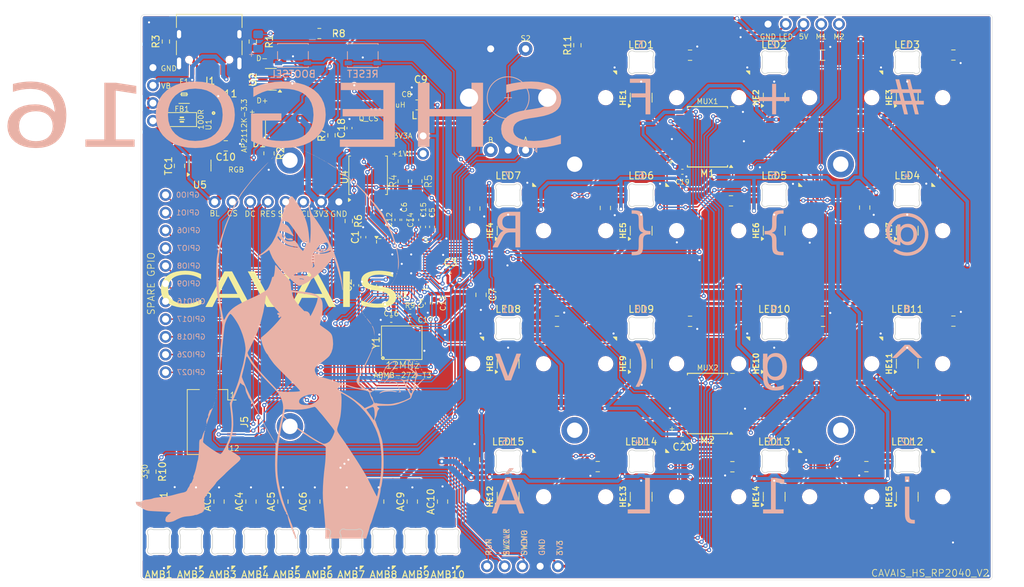
<source format=kicad_pcb>
(kicad_pcb (version 20241229) (generator "pcbnew") (generator_version "9.0")
  (layers (0 "F.Cu" signal) (2 "B.Cu" signal) (13 "F.Paste" user) (15 "B.Paste" user) (5 "F.SilkS" user "F.Silkscreen") (7 "B.SilkS" user "B.Silkscreen") (1 "F.Mask" user) (3 "B.Mask" user) (25 "Edge.Cuts" user))
  (net 0 "")
  (net 1 "GND")
  (net 2 "+5V")
  (net 3 "Net-(AMB1-DIN)")
  (net 4 "Net-(AMB1-DOUT)")
  (net 5 "Net-(AMB2-DOUT)")
  (net 6 "Net-(AMB3-DOUT)")
  (net 7 "Net-(AMB4-DOUT)")
  (net 8 "Net-(AMB5-DOUT)")
  (net 9 "Net-(AMB6-DOUT)")
  (net 10 "Net-(AMB7-DOUT)")
  (net 11 "Net-(AMB8-DOUT)")
  (net 12 "Net-(AMB10-DIN)")
  (net 14 "+3V3")
  (net 15 "+3V3A")
  (net 16 "Net-(D1-K)")
  (net 17 "Net-(D2-K)")
  (net 18 "/LED")
  (net 19 "ENC_CLK")
  (net 20 "ENC_DT")
  (net 21 "ENC_SW")
  (net 22 "HE1")
  (net 23 "HE2")
  (net 24 "HE3")
  (net 25 "HE4")
  (net 26 "HE5")
  (net 27 "HE6")
  (net 28 "HE7")
  (net 29 "HE8")
  (net 30 "HE9")
  (net 31 "HE10")
  (net 32 "HE11")
  (net 33 "HE12")
  (net 34 "HE13")
  (net 35 "HE14")
  (net 36 "HE15")
  (net 38 "USB_D-")
  (net 39 "USB_D+")
  (net 41 "Net-(J1-CC1)")
  (net 42 "Net-(J1-CC2)")
  (net 43 "SPI_CS")
  (net 44 "SPI_DC")
  (net 45 "SPI_RES")
  (net 46 "Q_CS")
  (net 47 "MUX_S1")
  (net 48 "MUX_S2")
  (net 49 "MUX_S3")
  (net 50 "MUX_S0")
  (net 51 "SWDIO")
  (net 52 "SWCLK")
  (net 53 "Net-(LED1-DIN)")
  (net 54 "Net-(LED1-DOUT)")
  (net 55 "Net-(LED2-DOUT)")
  (net 56 "Net-(LED3-DOUT)")
  (net 57 "Net-(LED4-DOUT)")
  (net 58 "Net-(LED5-DOUT)")
  (net 59 "Net-(LED10-DIN)")
  (net 60 "Net-(LED10-DOUT)")
  (net 61 "Net-(LED11-DOUT)")
  (net 62 "Net-(LED12-DOUT)")
  (net 63 "Net-(LED13-DOUT)")
  (net 64 "Net-(LED14-DOUT)")
  (net 66 "MUX1")
  (net 67 "MUX_E1")
  (net 68 "MUX2")
  (net 69 "MUX_E2")
  (net 70 "LED_IN5")
  (net 71 "AMB_IN")
  (net 73 "LED_IN")
  (net 74 "Net-(F1-Pad2)")
  (net 75 "+1V1")
  (net 76 "SPI_SDA")
  (net 77 "SPI_SCL")
  (net 78 "RUN")
  (net 79 "Net-(R7-Pad1)")
  (net 81 "Q_DO{slash}IO1")
  (net 82 "Q_DI{slash}IO0")
  (net 83 "Q_WP{slash}IO2")
  (net 84 "Q_CLK")
  (net 85 "Q_HOLD{slash}IO3")
  (net 86 "Net-(U3-XIN)")
  (net 87 "Net-(U3-XOUT)")
  (net 88 "GPIO6")
  (net 89 "GPIO26")
  (net 90 "GPIO8")
  (net 91 "GPIO27")
  (net 92 "GPIO16")
  (net 93 "GPIO9")
  (net 94 "GPIO0")
  (net 95 "GPIO7")
  (net 96 "Net-(C17-Pad1)")
  (net 97 "USB_DD+")
  (net 98 "USB_DD-")
  (net 99 "DATA+")
  (net 100 "DATA-")
  (net 101 "Net-(LED7-DOUT)")
  (net 102 "Net-(LED6-DOUT)")
  (net 103 "Net-(LED8-DOUT)")
  (net 104 "GPIO18")
  (net 105 "GPIO17")
  (net 106 "GPIO1")
  (net 107 "VBUS")
  (footprint "PCM_marbastlib-various:LED_6028R" (layer "F.Cu") (at 178.295952 60.99964 180)
    (property "Reference" "LED6")
    (property "Value" "SK6812MINI-E")
    (fp_line (start 1.699999 0.702841) (end 1.699999 -0.702843) (stroke (width 0.1)) (layer "Edge.Cuts"))
    (fp_line (start 0.794452 -1.5) (end -0.794453 -1.5) (stroke (width 0.1)) (layer "Edge.Cuts"))
    (fp_line (start -0.794452 1.499999) (end 0.794452 1.499999) (stroke (width 0.1)) (layer "Edge.Cuts"))
    (fp_line (start -1.699999 -0.702843) (end -1.699999 0.702841) (stroke (width 0.1)) (layer "Edge.Cuts"))
    (fp_arc (start 1.749484 0.91972) (mid 1.712527 0.814067) (end 1.699999 0.702842) (stroke (width 0.1)) (layer "Edge.Cuts"))
    (fp_arc (start 1.749484 0.91972) (mid 1.638069 1.504033) (end 1.046711 1.568296) (stroke (width 0.1)) (layer "Edge.Cuts"))
    (fp_arc (start 1.699999 -0.702843) (mid 1.712527 -0.814069) (end 1.749484 -0.919721) (stroke (width 0.1)) (layer "Edge.Cuts"))
    (fp_arc (start 1.046711 -1.5683) (mid 1.638071 -1.504036) (end 1.749484 -0.919721) (stroke (width 0.1)) (layer "Edge.Cuts"))
    (fp_arc (start 1.046711 -1.5683) (mid 0.925123 -1.517378) (end 0.794453 -1.500001) (stroke (width 0.1)) (layer "Edge.Cuts"))
    (fp_arc (start 0.794452 1.499999) (mid 0.925122 1.517376) (end 1.04671 1.568298) (stroke (width 0.1)) (layer "Edge.Cuts"))
    (fp_arc (start -0.794453 -1.5) (mid -0.925123 -1.517377) (end -1.046711 -1.568298) (stroke (width 0.1)) (layer "Edge.Cuts"))
    (fp_arc (start -1.046711 1.568298) (mid -0.925123 1.517376) (end -0.794452 1.499999) (stroke (width 0.1)) (layer "Edge.Cuts"))
    (fp_arc (start -1.046711 1.568298) (mid -1.638072 1.504034) (end -1.749484 0.919718) (stroke (width 0.1)) (layer "Edge.Cuts"))
    (fp_arc (start -1.699999 0.702841) (mid -1.712527 0.814067) (end -1.749484 0.91972) (stroke (width 0.1)) (layer "Edge.Cuts"))
    (fp_arc (start -1.749484 -0.919721) (mid -1.638071 -1.504036) (end -1.046711 -1.568298) (stroke (width 0.1)) (layer "Edge.Cuts"))
    (fp_arc (start -1.749484 -0.919721) (mid -1.712527 -0.814069) (end -1.699999 -0.702844) (stroke (width 0.1)) (layer "Edge.Cuts"))
  )
  (footprint "MountingHole:MountingHole_2.2mm_M2_ISO14580_Pad" (layer "F.Cu") (at 168.770952 94.654608)
    (property "Reference" "REF**" (hide yes))
    (property "Value" "MountingHole_2.2mm_M2_ISO14580_Pad")
  )
  (footprint "MountingHole:MountingHole_2.2mm_M2_ISO14580_Pad" (layer "F.Cu") (at 206.87092 94.654608)
    (property "Reference" "REF**" (hide yes))
    (property "Value" "MountingHole_2.2mm_M2_ISO14580_Pad")
  )
  (footprint "Jumper:SolderJumper-2_P1.3mm_Open_TrianglePad1.0x1.5mm" (layer "F.Cu") (at 122.8 57.4 90)
    (property "Reference" "RGB")
    (property "Value" "SolderJumper-2_P1.3mm_Open_TrianglePad1.0x1.5mm")
  )
  (footprint "PCM_marbastlib-xp-he:SW_MX_HE_90deg_1u" (layer "F.Cu") (at 159.245952 66.07964)
    (property "Reference" "HE4")
    (property "Value" "DRV5055A4xDBZxQ1")
  )
  (footprint "PCM_marbastlib-various:LED_6028R" (layer "F.Cu") (at 159.245952 60.99964 180)
    (property "Reference" "LED7")
    (property "Value" "SK6812MINI-E")
    (fp_line (start 1.699999 0.702841) (end 1.699999 -0.702843) (stroke (width 0.1)) (layer "Edge.Cuts"))
    (fp_line (start 0.794452 -1.5) (end -0.794453 -1.5) (stroke (width 0.1)) (layer "Edge.Cuts"))
    (fp_line (start -0.794452 1.499999) (end 0.794452 1.499999) (stroke (width 0.1)) (layer "Edge.Cuts"))
    (fp_line (start -1.699999 -0.702843) (end -1.699999 0.702841) (stroke (width 0.1)) (layer "Edge.Cuts"))
    (fp_arc (start 1.749484 0.91972) (mid 1.712527 0.814067) (end 1.699999 0.702842) (stroke (width 0.1)) (layer "Edge.Cuts"))
    (fp_arc (start 1.749484 0.91972) (mid 1.638069 1.504033) (end 1.046711 1.568296) (stroke (width 0.1)) (layer "Edge.Cuts"))
    (fp_arc (start 1.699999 -0.702843) (mid 1.712527 -0.814069) (end 1.749484 -0.919721) (stroke (width 0.1)) (layer "Edge.Cuts"))
    (fp_arc (start 1.046711 -1.5683) (mid 1.638071 -1.504036) (end 1.749484 -0.919721) (stroke (width 0.1)) (layer "Edge.Cuts"))
    (fp_arc (start 1.046711 -1.5683) (mid 0.925123 -1.517378) (end 0.794453 -1.500001) (stroke (width 0.1)) (layer "Edge.Cuts"))
    (fp_arc (start 0.794452 1.499999) (mid 0.925122 1.517376) (end 1.04671 1.568298) (stroke (width 0.1)) (layer "Edge.Cuts"))
    (fp_arc (start -0.794453 -1.5) (mid -0.925123 -1.517377) (end -1.046711 -1.568298) (stroke (width 0.1)) (layer "Edge.Cuts"))
    (fp_arc (start -1.046711 1.568298) (mid -0.925123 1.517376) (end -0.794452 1.499999) (stroke (width 0.1)) (layer "Edge.Cuts"))
    (fp_arc (start -1.046711 1.568298) (mid -1.638072 1.504034) (end -1.749484 0.919718) (stroke (width 0.1)) (layer "Edge.Cuts"))
    (fp_arc (start -1.699999 0.702841) (mid -1.712527 0.814067) (end -1.749484 0.91972) (stroke (width 0.1)) (layer "Edge.Cuts"))
    (fp_arc (start -1.749484 -0.919721) (mid -1.638071 -1.504036) (end -1.046711 -1.568298) (stroke (width 0.1)) (layer "Edge.Cuts"))
    (fp_arc (start -1.749484 -0.919721) (mid -1.712527 -0.814069) (end -1.699999 -0.702844) (stroke (width 0.1)) (layer "Edge.Cuts"))
  )
  (footprint "Capacitor_SMD:C_0402_1005Metric_Pad0.74x0.62mm_HandSolder" (layer "F.Cu") (at 137.4902 73.90474 90)
    (property "Reference" "C2")
    (property "Value" "0.1uF")
  )
  (footprint "PCM_marbastlib-various:LED_6028R" (layer "F.Cu") (at 216.395952 99.09964 180)
    (property "Reference" "LED12")
    (property "Value" "SK6812MINI-E")
    (fp_line (start 1.699999 0.702841) (end 1.699999 -0.702843) (stroke (width 0.1)) (layer "Edge.Cuts"))
    (fp_line (start 0.794452 -1.5) (end -0.794453 -1.5) (stroke (width 0.1)) (layer "Edge.Cuts"))
    (fp_line (start -0.794452 1.499999) (end 0.794452 1.499999) (stroke (width 0.1)) (layer "Edge.Cuts"))
    (fp_line (start -1.699999 -0.702843) (end -1.699999 0.702841) (stroke (width 0.1)) (layer "Edge.Cuts"))
    (fp_arc (start 1.749484 0.91972) (mid 1.712527 0.814067) (end 1.699999 0.702842) (stroke (width 0.1)) (layer "Edge.Cuts"))
    (fp_arc (start 1.749484 0.91972) (mid 1.638069 1.504033) (end 1.046711 1.568296) (stroke (width 0.1)) (layer "Edge.Cuts"))
    (fp_arc (start 1.699999 -0.702843) (mid 1.712527 -0.814069) (end 1.749484 -0.919721) (stroke (width 0.1)) (layer "Edge.Cuts"))
    (fp_arc (start 1.046711 -1.5683) (mid 1.638071 -1.504036) (end 1.749484 -0.919721) (stroke (width 0.1)) (layer "Edge.Cuts"))
    (fp_arc (start 1.046711 -1.5683) (mid 0.925123 -1.517378) (end 0.794453 -1.500001) (stroke (width 0.1)) (layer "Edge.Cuts"))
    (fp_arc (start 0.794452 1.499999) (mid 0.925122 1.517376) (end 1.04671 1.568298) (stroke (width 0.1)) (layer "Edge.Cuts"))
    (fp_arc (start -0.794453 -1.5) (mid -0.925123 -1.517377) (end -1.046711 -1.568298) (stroke (width 0.1)) (layer "Edge.Cuts"))
    (fp_arc (start -1.046711 1.568298) (mid -0.925123 1.517376) (end -0.794452 1.499999) (stroke (width 0.1)) (layer "Edge.Cuts"))
    (fp_arc (start -1.046711 1.568298) (mid -1.638072 1.504034) (end -1.749484 0.919718) (stroke (width 0.1)) (layer "Edge.Cuts"))
    (fp_arc (start -1.699999 0.702841) (mid -1.712527 0.814067) (end -1.749484 0.91972) (stroke (width 0.1)) (layer "Edge.Cuts"))
    (fp_arc (start -1.749484 -0.919721) (mid -1.638071 -1.504036) (end -1.046711 -1.568298) (stroke (width 0.1)) (layer "Edge.Cuts"))
    (fp_arc (start -1.749484 -0.919721) (mid -1.712527 -0.814069) (end -1.699999 -0.702844) (stroke (width 0.1)) (layer "Edge.Cuts"))
  )
  (footprint "Capacitor_SMD:C_0805_2012Metric_Pad1.18x1.45mm_HandSolder" (layer "F.Cu") (at 204.345952 79.04964)
    (property "Reference" "LC10" (hide yes))
    (property "Value" "0.1uF")
  )
  (footprint "Resistor_SMD:R_0805_2012Metric_Pad1.20x1.40mm_HandSolder" (layer "F.Cu") (at 146.175312 59 -90)
    (property "Reference" "R5")
    (property "Value" "33")
  )
  (footprint "PCM_marbastlib-various:LED_6028R" (layer "F.Cu") (at 178.295952 99.09964 180)
    (property "Reference" "LED14")
    (property "Value" "SK6812MINI-E")
    (fp_line (start 1.699999 0.702841) (end 1.699999 -0.702843) (stroke (width 0.1)) (layer "Edge.Cuts"))
    (fp_line (start 0.794452 -1.5) (end -0.794453 -1.5) (stroke (width 0.1)) (layer "Edge.Cuts"))
    (fp_line (start -0.794452 1.499999) (end 0.794452 1.499999) (stroke (width 0.1)) (layer "Edge.Cuts"))
    (fp_line (start -1.699999 -0.702843) (end -1.699999 0.702841) (stroke (width 0.1)) (layer "Edge.Cuts"))
    (fp_arc (start 1.749484 0.91972) (mid 1.712527 0.814067) (end 1.699999 0.702842) (stroke (width 0.1)) (layer "Edge.Cuts"))
    (fp_arc (start 1.749484 0.91972) (mid 1.638069 1.504033) (end 1.046711 1.568296) (stroke (width 0.1)) (layer "Edge.Cuts"))
    (fp_arc (start 1.699999 -0.702843) (mid 1.712527 -0.814069) (end 1.749484 -0.919721) (stroke (width 0.1)) (layer "Edge.Cuts"))
    (fp_arc (start 1.046711 -1.5683) (mid 1.638071 -1.504036) (end 1.749484 -0.919721) (stroke (width 0.1)) (layer "Edge.Cuts"))
    (fp_arc (start 1.046711 -1.5683) (mid 0.925123 -1.517378) (end 0.794453 -1.500001) (stroke (width 0.1)) (layer "Edge.Cuts"))
    (fp_arc (start 0.794452 1.499999) (mid 0.925122 1.517376) (end 1.04671 1.568298) (stroke (width 0.1)) (layer "Edge.Cuts"))
    (fp_arc (start -0.794453 -1.5) (mid -0.925123 -1.517377) (end -1.046711 -1.568298) (stroke (width 0.1)) (layer "Edge.Cuts"))
    (fp_arc (start -1.046711 1.568298) (mid -0.925123 1.517376) (end -0.794452 1.499999) (stroke (width 0.1)) (layer "Edge.Cuts"))
    (fp_arc (start -1.046711 1.568298) (mid -1.638072 1.504034) (end -1.749484 0.919718) (stroke (width 0.1)) (layer "Edge.Cuts"))
    (fp_arc (start -1.699999 0.702841) (mid -1.712527 0.814067) (end -1.749484 0.91972) (stroke (width 0.1)) (layer "Edge.Cuts"))
    (fp_arc (start -1.749484 -0.919721) (mid -1.638071 -1.504036) (end -1.046711 -1.568298) (stroke (width 0.1)) (layer "Edge.Cuts"))
    (fp_arc (start -1.749484 -0.919721) (mid -1.712527 -0.814069) (end -1.699999 -0.702844) (stroke (width 0.1)) (layer "Edge.Cuts"))
  )
  (footprint "Resistor_SMD:R_0805_2012Metric_Pad1.20x1.40mm_HandSolder" (layer "F.Cu") (at 144.2212 59 -90)
    (property "Reference" "R4")
    (property "Value" "33")
  )
  (footprint "PCM_marbastlib-various:LED_6028R" (layer "F.Cu") (at 127.603844 110.593727 90)
    (property "Reference" "AMB5")
    (property "Value" "SK6812MINI-E")
    (fp_line (start 0.794452 -1.5) (end -0.794453 -1.5) (stroke (width 0.1)) (layer "Edge.Cuts"))
    (fp_line (start -1.699999 -0.702843) (end -1.699999 0.702841) (stroke (width 0.1)) (layer "Edge.Cuts"))
    (fp_line (start 1.699999 0.702841) (end 1.699999 -0.702843) (stroke (width 0.1)) (layer "Edge.Cuts"))
    (fp_line (start -0.794452 1.499999) (end 0.794452 1.499999) (stroke (width 0.1)) (layer "Edge.Cuts"))
    (fp_arc (start 1.046711 -1.5683) (mid 0.925123 -1.517378) (end 0.794453 -1.500001) (stroke (width 0.1)) (layer "Edge.Cuts"))
    (fp_arc (start 1.046711 -1.5683) (mid 1.638071 -1.504036) (end 1.749484 -0.919721) (stroke (width 0.1)) (layer "Edge.Cuts"))
    (fp_arc (start -0.794453 -1.5) (mid -0.925123 -1.517377) (end -1.046711 -1.568298) (stroke (width 0.1)) (layer "Edge.Cuts"))
    (fp_arc (start -1.749484 -0.919721) (mid -1.638071 -1.504036) (end -1.046711 -1.568298) (stroke (width 0.1)) (layer "Edge.Cuts"))
    (fp_arc (start -1.749484 -0.919721) (mid -1.712527 -0.814069) (end -1.699999 -0.702844) (stroke (width 0.1)) (layer "Edge.Cuts"))
    (fp_arc (start 1.699999 -0.702843) (mid 1.712527 -0.814069) (end 1.749484 -0.919721) (stroke (width 0.1)) (layer "Edge.Cuts"))
    (fp_arc (start -1.699999 0.702841) (mid -1.712527 0.814067) (end -1.749484 0.91972) (stroke (width 0.1)) (layer "Edge.Cuts"))
    (fp_arc (start 1.749484 0.91972) (mid 1.712527 0.814067) (end 1.699999 0.702842) (stroke (width 0.1)) (layer "Edge.Cuts"))
    (fp_arc (start 1.749484 0.91972) (mid 1.638069 1.504033) (end 1.046711 1.568296) (stroke (width 0.1)) (layer "Edge.Cuts"))
    (fp_arc (start 0.794452 1.499999) (mid 0.925122 1.517376) (end 1.04671 1.568298) (stroke (width 0.1)) (layer "Edge.Cuts"))
    (fp_arc (start -1.046711 1.568298) (mid -1.638072 1.504034) (end -1.749484 0.919718) (stroke (width 0.1)) (layer "Edge.Cuts"))
    (fp_arc (start -1.046711 1.568298) (mid -0.925123 1.517376) (end -0.794452 1.499999) (stroke (width 0.1)) (layer "Edge.Cuts"))
  )
  (footprint "Capacitor_SMD:C_0805_2012Metric_Pad1.18x1.45mm_HandSolder" (layer "F.Cu") (at 185.295952 79.04964)
    (property "Reference" "LC9" (hide yes))
    (property "Value" "0.1uF")
  )
  (footprint "LED_SMD:LED_0805_2012Metric_Pad1.15x1.40mm_HandSolder" (layer "F.Cu") (at 123.537552 50.98524 90)
    (property "Reference" "D1")
    (property "Value" "GREEN")
  )
  (footprint "PCM_marbastlib-xp-he:SW_MX_HE_90deg_1u" (layer "F.Cu") (at 178.295952 66.07964)
    (property "Reference" "HE5")
    (property "Value" "DRV5055A4xDBZxQ1")
  )
  (footprint "Package_TO_SOT_SMD:SOT-23-5" (layer "F.Cu") (at 115.131755 56.74379 90)
    (property "Reference" "U5")
    (property "Value" "SN74LV1T125DBV")
  )
  (footprint "Capacitor_SMD:C_0805_2012Metric_Pad1.18x1.45mm_HandSolder" (layer "F.Cu") (at 154.474752 62.89784 -90)
    (property "Reference" "LC4" (hide yes))
    (property "Value" "0.1uF")
  )
  (footprint "PCM_Package_TO_SOT_SMD_AKL:SOT-23-5" (layer "F.Cu") (at 118.863952 50.93444)
    (property "Reference" "U1")
    (property "Value" "AP2112K-3.3TRG1" (hide yes))
  )
  (footprint "Capacitor_SMD:C_0805_2012Metric_Pad1.18x1.45mm_HandSolder" (layer "F.Cu") (at 126.991952 104.86714 90)
    (property "Reference" "AC5")
    (property "Value" "0.1uF")
  )
  (footprint "PCM_marbastlib-various:LED_6028R" (layer "F.Cu") (at 197.345952 99.09964 180)
    (property "Reference" "LED13")
    (property "Value" "SK6812MINI-E")
    (fp_line (start 1.699999 0.702841) (end 1.699999 -0.702843) (stroke (width 0.1)) (layer "Edge.Cuts"))
    (fp_line (start 0.794452 -1.5) (end -0.794453 -1.5) (stroke (width 0.1)) (layer "Edge.Cuts"))
    (fp_line (start -0.794452 1.499999) (end 0.794452 1.499999) (stroke (width 0.1)) (layer "Edge.Cuts"))
    (fp_line (start -1.699999 -0.702843) (end -1.699999 0.702841) (stroke (width 0.1)) (layer "Edge.Cuts"))
    (fp_arc (start 1.749484 0.91972) (mid 1.712527 0.814067) (end 1.699999 0.702842) (stroke (width 0.1)) (layer "Edge.Cuts"))
    (fp_arc (start 1.749484 0.91972) (mid 1.638069 1.504033) (end 1.046711 1.568296) (stroke (width 0.1)) (layer "Edge.Cuts"))
    (fp_arc (start 1.699999 -0.702843) (mid 1.712527 -0.814069) (end 1.749484 -0.919721) (stroke (width 0.1)) (layer "Edge.Cuts"))
    (fp_arc (start 1.046711 -1.5683) (mid 1.638071 -1.504036) (end 1.749484 -0.919721) (stroke (width 0.1)) (layer "Edge.Cuts"))
    (fp_arc (start 1.046711 -1.5683) (mid 0.925123 -1.517378) (end 0.794453 -1.500001) (stroke (width 0.1)) (layer "Edge.Cuts"))
    (fp_arc (start 0.794452 1.499999) (mid 0.925122 1.517376) (end 1.04671 1.568298) (stroke (width 0.1)) (layer "Edge.Cuts"))
    (fp_arc (start -0.794453 -1.5) (mid -0.925123 -1.517377) (end -1.046711 -1.568298) (stroke (width 0.1)) (layer "Edge.Cuts"))
    (fp_arc (start -1.046711 1.568298) (mid -0.925123 1.517376) (end -0.794452 1.499999) (stroke (width 0.1)) (layer "Edge.Cuts"))
    (fp_arc (start -1.046711 1.568298) (mid -1.638072 1.504034) (end -1.749484 0.919718) (stroke (width 0.1)) (layer "Edge.Cuts"))
    (fp_arc (start -1.699999 0.702841) (mid -1.712527 0.814067) (end -1.749484 0.91972) (stroke (width 0.1)) (layer "Edge.Cuts"))
    (fp_arc (start -1.749484 -0.919721) (mid -1.638071 -1.504036) (end -1.046711 -1.568298) (stroke (width 0.1)) (layer "Edge.Cuts"))
    (fp_arc (start -1.749484 -0.919721) (mid -1.712527 -0.814069) (end -1.699999 -0.702844) (stroke (width 0.1)) (layer "Edge.Cuts"))
  )
  (footprint "PCM_marbastlib-various:LED_6028R" (layer "F.Cu") (at 159.245952 99.09964 180)
    (property "Reference" "LED15")
    (property "Value" "SK6812MINI-E")
    (fp_line (start 1.699999 0.702841) (end 1.699999 -0.702843) (stroke (width 0.1)) (layer "Edge.Cuts"))
    (fp_line (start 0.794452 -1.5) (end -0.794453 -1.5) (stroke (width 0.1)) (layer "Edge.Cuts"))
    (fp_line (start -0.794452 1.499999) (end 0.794452 1.499999) (stroke (width 0.1)) (layer "Edge.Cuts"))
    (fp_line (start -1.699999 -0.702843) (end -1.699999 0.702841) (stroke (width 0.1)) (layer "Edge.Cuts"))
    (fp_arc (start 1.749484 0.91972) (mid 1.712527 0.814067) (end 1.699999 0.702842) (stroke (width 0.1)) (layer "Edge.Cuts"))
    (fp_arc (start 1.749484 0.91972) (mid 1.638069 1.504033) (end 1.046711 1.568296) (stroke (width 0.1)) (layer "Edge.Cuts"))
    (fp_arc (start 1.699999 -0.702843) (mid 1.712527 -0.814069) (end 1.749484 -0.919721) (stroke (width 0.1)) (layer "Edge.Cuts"))
    (fp_arc (start 1.046711 -1.5683) (mid 1.638071 -1.504036) (end 1.749484 -0.919721) (stroke (width 0.1)) (layer "Edge.Cuts"))
    (fp_arc (start 1.046711 -1.5683) (mid 0.925123 -1.517378) (end 0.794453 -1.500001) (stroke (width 0.1)) (layer "Edge.Cuts"))
    (fp_arc (start 0.794452 1.499999) (mid 0.925122 1.517376) (end 1.04671 1.568298) (stroke (width 0.1)) (layer "Edge.Cuts"))
    (fp_arc (start -0.794453 -1.5) (mid -0.925123 -1.517377) (end -1.046711 -1.568298) (stroke (width 0.1)) (layer "Edge.Cuts"))
    (fp_arc (start -1.046711 1.568298) (mid -0.925123 1.517376) (end -0.794452 1.499999) (stroke (width 0.1)) (layer "Edge.Cuts"))
    (fp_arc (start -1.046711 1.568298) (mid -1.638072 1.504034) (end -1.749484 0.919718) (stroke (width 0.1)) (layer "Edge.Cuts"))
    (fp_arc (start -1.699999 0.702841) (mid -1.712527 0.814067) (end -1.749484 0.91972) (stroke (width 0.1)) (layer "Edge.Cuts"))
    (fp_arc (start -1.749484 -0.919721) (mid -1.638071 -1.504036) (end -1.046711 -1.568298) (stroke (width 0.1)) (layer "Edge.Cuts"))
    (fp_arc (start -1.749484 -0.919721) (mid -1.712527 -0.814069) (end -1.699999 -0.702844) (stroke (width 0.1)) (layer "Edge.Cuts"))
  )
  (footprint "Capacitor_SMD:C_0805_2012Metric_Pad1.18x1.45mm_HandSolder" (layer "F.Cu") (at 111.498909 104.870741 90)
    (property "Reference" "AC1")
    (property "Value" "0.1uF")
  )
  (footprint "Capacitor_SMD:C_0805_2012Metric_Pad1.18x1.45mm_HandSolder" (layer "F.Cu") (at 173.169152 62.82164 -90)
    (property "Reference" "LC5" (hide yes))
    (property "Value" "0.1uF")
  )
  (footprint "MountingHole:MountingHole_2.2mm_M2_ISO14580_Pad" (layer "F.Cu") (at 206.87092 56.55464)
    (property "Reference" "REF**" (hide yes))
    (property "Value" "MountingHole_2.2mm_M2_ISO14580_Pad")
  )
  (footprint "PCM_marbastlib-various:LED_6028R" (layer "F.Cu") (at 141.395659 110.581289 90)
    (property "Reference" "AMB8")
    (property "Value" "SK6812MINI-E")
    (fp_line (start 0.794452 -1.5) (end -0.794453 -1.5) (stroke (width 0.1)) (layer "Edge.Cuts"))
    (fp_line (start -1.699999 -0.702843) (end -1.699999 0.702841) (stroke (width 0.1)) (layer "Edge.Cuts"))
    (fp_line (start 1.699999 0.702841) (end 1.699999 -0.702843) (stroke (width 0.1)) (layer "Edge.Cuts"))
    (fp_line (start -0.794452 1.499999) (end 0.794452 1.499999) (stroke (width 0.1)) (layer "Edge.Cuts"))
    (fp_arc (start 1.046711 -1.5683) (mid 0.925123 -1.517378) (end 0.794453 -1.500001) (stroke (width 0.1)) (layer "Edge.Cuts"))
    (fp_arc (start 1.046711 -1.5683) (mid 1.638071 -1.504036) (end 1.749484 -0.919721) (stroke (width 0.1)) (layer "Edge.Cuts"))
    (fp_arc (start -0.794453 -1.5) (mid -0.925123 -1.517377) (end -1.046711 -1.568298) (stroke (width 0.1)) (layer "Edge.Cuts"))
    (fp_arc (start -1.749484 -0.919721) (mid -1.638071 -1.504036) (end -1.046711 -1.568298) (stroke (width 0.1)) (layer "Edge.Cuts"))
    (fp_arc (start -1.749484 -0.919721) (mid -1.712527 -0.814069) (end -1.699999 -0.702844) (stroke (width 0.1)) (layer "Edge.Cuts"))
    (fp_arc (start 1.699999 -0.702843) (mid 1.712527 -0.814069) (end 1.749484 -0.919721) (stroke (width 0.1)) (layer "Edge.Cuts"))
    (fp_arc (start -1.699999 0.702841) (mid -1.712527 0.814067) (end -1.749484 0.91972) (stroke (width 0.1)) (layer "Edge.Cuts"))
    (fp_arc (start 1.749484 0.91972) (mid 1.712527 0.814067) (end 1.699999 0.702842) (stroke (width 0.1)) (layer "Edge.Cuts"))
    (fp_arc (start 1.749484 0.91972) (mid 1.638069 1.504033) (end 1.046711 1.568296) (stroke (width 0.1)) (layer "Edge.Cuts"))
    (fp_arc (start 0.794452 1.499999) (mid 0.925122 1.517376) (end 1.04671 1.568298) (stroke (width 0.1)) (layer "Edge.Cuts"))
    (fp_arc (start -1.046711 1.568298) (mid -1.638072 1.504034) (end -1.749484 0.919718) (stroke (width 0.1)) (layer "Edge.Cuts"))
    (fp_arc (start -1.046711 1.568298) (mid -0.925123 1.517376) (end -0.794452 1.499999) (stroke (width 0.1)) (layer "Edge.Cuts"))
  )
  (footprint "Capacitor_SMD:C_0805_2012Metric_Pad1.18x1.45mm_HandSolder" (layer "F.Cu") (at 191.152352 61.80564 180)
    (property "Reference" "LC6" (hide yes))
    (property "Value" "0.1uF")
  )
  (footprint "Package_DFN_QFN:QFN-56-1EP_7x7mm_P0.4mm_EP3.2x3.2mm_ThermalVias" (layer "F.Cu") (at 144.013152 70.83114)
    (property "Reference" "U3")
    (property "Value" "RP2040")
  )
  (footprint "Capacitor_SMD:C_0805_2012Metric_Pad1.18x1.45mm_HandSolder" (layer "F.Cu") (at 191.355952 99.87964 180)
    (property "Reference" "LC14" (hide yes))
    (property "Value" "0.1uF")
  )
  (footprint "Capacitor_SMD:C_0805_2012Metric_Pad1.18x1.45mm_HandSolder" (layer "F.Cu") (at 136.135952 104.867141 90)
    (property "Reference" "AC7")
    (property "Value" "0.1uF")
  )
  (footprint "Capacitor_SMD:C_0402_1005Metric_Pad0.74x0.62mm_HandSolder" (layer "F.Cu") (at 147.057952 65.53944 90)
    (property "Reference" "C15")
    (property "Value" "1uF")
  )
  (footprint "PCM_marbastlib-xp-he:SW_MX_HE_90deg_1u" (layer "F.Cu") (at 216.395952 85.12964)
    (property "Reference" "HE11")
    (property "Value" "DRV5055A4xDBZxQ1")
  )
  (footprint "Capacitor_SMD:C_0805_2012Metric_Pad1.18x1.45mm_HandSolder" (layer "F.Cu") (at 223.003952 40.92684)
    (property "Reference" "LC3" (hide yes))
    (property "Value" "0.1uF")
  )
  (footprint "PCM_Ferrite_SMD_Handsoldering_AKL:Ferrite_0805_2012Metric_Pad1.05x1.20mm_BigPads" (layer "F.Cu") (at 112.529002 50.17244)
    (property "Reference" "FB1")
    (property "Value" "100R" (hide yes))
  )
  (footprint "Capacitor_SMD:C_0402_1005Metric_Pad0.74x0.62mm_HandSolder" (layer "F.Cu") (at 184.195952 57.63964)
    (property "Reference" "C19")
    (property "Value" "0.1uF")
  )
  (footprint "PCM_marbastlib-various:LED_6028R" (layer "F.Cu") (at 150.590202 110.58129 90)
    (property "Reference" "AMB10")
    (property "Value" "SK6812MINI-E")
    (fp_line (start 0.794452 -1.5) (end -0.794453 -1.5) (stroke (width 0.1)) (layer "Edge.Cuts"))
    (fp_line (start -1.699999 -0.702843) (end -1.699999 0.702841) (stroke (width 0.1)) (layer "Edge.Cuts"))
    (fp_line (start 1.699999 0.702841) (end 1.699999 -0.702843) (stroke (width 0.1)) (layer "Edge.Cuts"))
    (fp_line (start -0.794452 1.499999) (end 0.794452 1.499999) (stroke (width 0.1)) (layer "Edge.Cuts"))
    (fp_arc (start 1.046711 -1.5683) (mid 0.925123 -1.517378) (end 0.794453 -1.500001) (stroke (width 0.1)) (layer "Edge.Cuts"))
    (fp_arc (start 1.046711 -1.5683) (mid 1.638071 -1.504036) (end 1.749484 -0.919721) (stroke (width 0.1)) (layer "Edge.Cuts"))
    (fp_arc (start -0.794453 -1.5) (mid -0.925123 -1.517377) (end -1.046711 -1.568298) (stroke (width 0.1)) (layer "Edge.Cuts"))
    (fp_arc (start -1.749484 -0.919721) (mid -1.638071 -1.504036) (end -1.046711 -1.568298) (stroke (width 0.1)) (layer "Edge.Cuts"))
    (fp_arc (start -1.749484 -0.919721) (mid -1.712527 -0.814069) (end -1.699999 -0.702844) (stroke (width 0.1)) (layer "Edge.Cuts"))
    (fp_arc (start 1.699999 -0.702843) (mid 1.712527 -0.814069) (end 1.749484 -0.919721) (stroke (width 0.1)) (layer "Edge.Cuts"))
    (fp_arc (start -1.699999 0.702841) (mid -1.712527 0.814067) (end -1.749484 0.91972) (stroke (width 0.1)) (layer "Edge.Cuts"))
    (fp_arc (start 1.749484 0.91972) (mid 1.712527 0.814067) (end 1.699999 0.702842) (stroke (width 0.1)) (layer "Edge.Cuts"))
    (fp_arc (start 1.749484 0.91972) (mid 1.638069 1.504033) (end 1.046711 1.568296) (stroke (width 0.1)) (layer "Edge.Cuts"))
    (fp_arc (start 0.794452 1.499999) (mid 0.925122 1.517376) (end 1.04671 1.568298) (stroke (width 0.1)) (layer "Edge.Cuts"))
    (fp_arc (start -1.046711 1.568298) (mid -1.638072 1.504034) (end -1.749484 0.919718) (stroke (width 0.1)) (layer "Edge.Cuts"))
    (fp_arc (start -1.046711 1.568298) (mid -0.925123 1.517376) (end -0.794452 1.499999) (stroke (width 0.1)) (layer "Edge.Cuts"))
  )
  (footprint "PCM_marbastlib-xp-he:SW_MX_HE_90deg_1u" (layer "F.Cu") (at 216.395952 66.07964)
    (property "Reference" "HE7")
    (property "Value" "DRV5055A4xDBZxQ1")
  )
  (footprint "Jumper:SolderJumper-2_P1.3mm_Open_TrianglePad1.0x1.5mm" (layer "F.Cu") (at 126.25 41.35)
    (property "Reference" "JP1" (hide yes))
    (property "Value" "SolderJumper_2_Open")
  )
  (footprint "PCM_Fuse_Handsoldering_AKL:Fuse_1206_3216Metric_Pad1.42x1.75mm_BigPads" (layer "F.Cu") (at 112.85 46.55 180)
    (property "Reference" "F1")
    (property "Value" "2.5A" (hide yes))
  )
  (footprint "" (layer "F.Cu") (at 128 94.099968)
    (property "Reference" "")
    (property "Value" "")
  )
  (footprint "Capacitor_SMD:C_0805_2012Metric_Pad1.18x1.45mm_HandSolder" (layer "F.Cu") (at 204.345952 40.94964)
    (property "Reference" "LC2" (hide yes))
    (property "Value" "0.1uF")
  )
  (footprint "PCM_marbastlib-various:LED_6028R" (layer "F.Cu") (at 132.201116 110.593727 90)
    (property "Reference" "AMB6")
    (property "Value" "SK6812MINI-E")
    (fp_line (start 0.794452 -1.5) (end -0.794453 -1.5) (stroke (width 0.1)) (layer "Edge.Cuts"))
    (fp_line (start -1.699999 -0.702843) (end -1.699999 0.702841) (stroke (width 0.1)) (layer "Edge.Cuts"))
    (fp_line (start 1.699999 0.702841) (end 1.699999 -0.702843) (stroke (width 0.1)) (layer "Edge.Cuts"))
    (fp_line (start -0.794452 1.499999) (end 0.794452 1.499999) (stroke (width 0.1)) (layer "Edge.Cuts"))
    (fp_arc (start 1.046711 -1.5683) (mid 0.925123 -1.517378) (end 0.794453 -1.500001) (stroke (width 0.1)) (layer "Edge.Cuts"))
    (fp_arc (start 1.046711 -1.5683) (mid 1.638071 -1.504036) (end 1.749484 -0.919721) (stroke (width 0.1)) (layer "Edge.Cuts"))
    (fp_arc (start -0.794453 -1.5) (mid -0.925123 -1.517377) (end -1.046711 -1.568298) (stroke (width 0.1)) (layer "Edge.Cuts"))
    (fp_arc (start -1.749484 -0.919721) (mid -1.638071 -1.504036) (end -1.046711 -1.568298) (stroke (width 0.1)) (layer "Edge.Cuts"))
    (fp_arc (start -1.749484 -0.919721) (mid -1.712527 -0.814069) (end -1.699999 -0.702844) (stroke (width 0.1)) (layer "Edge.Cuts"))
    (fp_arc (start 1.699999 -0.702843) (mid 1.712527 -0.814069) (end 1.749484 -0.919721) (stroke (width 0.1)) (layer "Edge.Cuts"))
    (fp_arc (start -1.699999 0.702841) (mid -1.712527 0.814067) (end -1.749484 0.91972) (stroke (width 0.1)) (layer "Edge.Cuts"))
    (fp_arc (start 1.749484 0.91972) (mid 1.712527 0.814067) (end 1.699999 0.702842) (stroke (width 0.1)) (layer "Edge.Cuts"))
    (fp_arc (start 1.749484 0.91972) (mid 1.638069 1.504033) (end 1.046711 1.568296) (stroke (width 0.1)) (layer "Edge.Cuts"))
    (fp_arc (start 0.794452 1.499999) (mid 0.925122 1.517376) (end 1.04671 1.568298) (stroke (width 0.1)) (layer "Edge.Cuts"))
    (fp_arc (start -1.046711 1.568298) (mid -1.638072 1.504034) (end -1.749484 0.919718) (stroke (width 0.1)) (layer "Edge.Cuts"))
    (fp_arc (start -1.046711 1.568298) (mid -0.925123 1.517376) (end -0.794452 1.499999) (stroke (width 0.1)) (layer "Edge.Cuts"))
  )
  (footprint "Capacitor_SMD:C_0805_2012Metric_Pad1.18x1.45mm_HandSolder" (layer "F.Cu") (at 155.363752 75.26764 -90)
    (property "Reference" "C7")
    (property "Value" "4.7uF")
  )
  (footprint "Capacitor_SMD:C_0805_2012Metric_Pad1.18x1.45mm_HandSolder" (layer "F.Cu") (at 172.075952 99.85964 180)
    (property "Reference" "LC13" (hide yes))
    (property "Value" "0.1uF")
  )
  (footprint "Capacitor_SMD:C_0805_2012Metric_Pad1.18x1.45mm_HandSolder" (layer "F.Cu") (at 131.563952 104.86714 90)
    (property "Reference" "AC6")
    (property "Value" "0.1uF")
  )
  (footprint "Capacitor_SMD:C_0402_1005Metric_Pad0.74x0.62mm_HandSolder" (layer "F.Cu") (at 143.400352 64.52344 90)
    (property "Reference" "C12")
    (property "Value" "0.1uF")
  )
  (footprint "PCM_marbastlib-various:LED_6028R" (layer "F.Cu") (at 216.395952 41.94964)
    (property "Reference" "LED3")
    (property "Value" "SK6812MINI-E")
    (fp_line (start -1.699999 -0.702843) (end -1.699999 0.702841) (stroke (width 0.1)) (layer "Edge.Cuts"))
    (fp_line (start -0.794452 1.499999) (end 0.794452 1.499999) (stroke (width 0.1)) (layer "Edge.Cuts"))
    (fp_line (start 0.794452 -1.5) (end -0.794453 -1.5) (stroke (width 0.1)) (layer "Edge.Cuts"))
    (fp_line (start 1.699999 0.702841) (end 1.699999 -0.702843) (stroke (width 0.1)) (layer "Edge.Cuts"))
    (fp_arc (start -1.749484 -0.919721) (mid -1.712527 -0.814069) (end -1.699999 -0.702844) (stroke (width 0.1)) (layer "Edge.Cuts"))
    (fp_arc (start -1.749484 -0.919721) (mid -1.638071 -1.504036) (end -1.046711 -1.568299) (stroke (width 0.1)) (layer "Edge.Cuts"))
    (fp_arc (start -1.699999 0.702841) (mid -1.712527 0.814067) (end -1.749484 0.919719) (stroke (width 0.1)) (layer "Edge.Cuts"))
    (fp_arc (start -1.046711 1.568298) (mid -1.638072 1.504034) (end -1.749484 0.919718) (stroke (width 0.1)) (layer "Edge.Cuts"))
    (fp_arc (start -1.046711 1.568298) (mid -0.925123 1.517376) (end -0.794452 1.499999) (stroke (width 0.1)) (layer "Edge.Cuts"))
    (fp_arc (start -0.794453 -1.5) (mid -0.925123 -1.517377) (end -1.046711 -1.568299) (stroke (width 0.1)) (layer "Edge.Cuts"))
    (fp_arc (start 0.794452 1.499999) (mid 0.925122 1.517376) (end 1.04671 1.568298) (stroke (width 0.1)) (layer "Edge.Cuts"))
    (fp_arc (start 1.046711 -1.5683) (mid 0.925123 -1.517378) (end 0.794453 -1.500001) (stroke (width 0.1)) (layer "Edge.Cuts"))
    (fp_arc (start 1.046711 -1.5683) (mid 1.638071 -1.504036) (end 1.749484 -0.919721) (stroke (width 0.1)) (layer "Edge.Cuts"))
    (fp_arc (start 1.699999 -0.702843) (mid 1.712527 -0.814069) (end 1.749484 -0.919721) (stroke (width 0.1)) (layer "Edge.Cuts"))
    (fp_arc (start 1.749484 0.919719) (mid 1.63807 1.504033) (end 1.046711 1.568296) (stroke (width 0.1)) (layer "Edge.Cuts"))
    (fp_arc (start 1.749484 0.919719) (mid 1.712527 0.814067) (end 1.699999 0.702842) (stroke (width 0.1)) (layer "Edge.Cuts"))
  )
  (footprint "Capacitor_SMD:C_0402_1005Metric_Pad0.74x0.62mm_HandSolder" (layer "F.Cu") (at 136.525 51.3842 90)
    (property "Reference" "C18")
    (property "Value" "0.1uF")
  )
  (footprint "Inductor_SMD:L_0805_2012Metric_Pad1.15x1.40mm_HandSolder" (layer "F.Cu") (at 146.270552 48.06424)
    (property "Reference" "L1")
    (property "Value" "10uH")
  )
  (footprint "PCM_marbastlib-xp-he:SW_MX_HE_90deg_1u" (layer "F.Cu") (at 216.395952 47.02964)
    (property "Reference" "HE3")
    (property "Value" "DRV5055A4xDBZxQ1")
  )
  (footprint "Capacitor_SMD:C_0805_2012Metric_Pad1.18x1.45mm_HandSolder" (layer "F.Cu") (at 118.965552 47.98804 180)
    (property "Reference" "C11")
    (property "Value" "10uF")
  )
  (footprint "Capacitor_SMD:C_0805_2012Metric_Pad1.18x1.45mm_HandSolder" (layer "F.Cu") (at 210.545952 99.85964 180)
    (property "Reference" "LC15" (hide yes))
    (property "Value" "0.1uF")
  )
  (footprint "Capacitor_SMD:C_0402_1005Metric_Pad0.74x0.62mm_HandSolder" (layer "F.Cu") (at 145.220452 78.84204)
    (property "Reference" "C17")
    (property "Value" "30pF")
  )
  (footprint "PCM_marbastlib-various:LED_6028R" (layer "F.Cu") (at 216.395952 80.04964)
    (property "Reference" "LED11")
    (property "Value" "SK6812MINI-E")
    (fp_line (start -1.699999 -0.702843) (end -1.699999 0.702841) (stroke (width 0.1)) (layer "Edge.Cuts"))
    (fp_line (start -0.794452 1.499999) (end 0.794452 1.499999) (stroke (width 0.1)) (layer "Edge.Cuts"))
    (fp_line (start 0.794452 -1.5) (end -0.794453 -1.5) (stroke (width 0.1)) (layer "Edge.Cuts"))
    (fp_line (start 1.699999 0.702841) (end 1.699999 -0.702843) (stroke (width 0.1)) (layer "Edge.Cuts"))
    (fp_arc (start -1.749484 -0.919721) (mid -1.712527 -0.814069) (end -1.699999 -0.702844) (stroke (width 0.1)) (layer "Edge.Cuts"))
    (fp_arc (start -1.749484 -0.919721) (mid -1.638071 -1.504036) (end -1.046711 -1.568299) (stroke (width 0.1)) (layer "Edge.Cuts"))
    (fp_arc (start -1.699999 0.702841) (mid -1.712527 0.814067) (end -1.749484 0.919719) (stroke (width 0.1)) (layer "Edge.Cuts"))
    (fp_arc (start -1.046711 1.568298) (mid -1.638072 1.504034) (end -1.749484 0.919718) (stroke (width 0.1)) (layer "Edge.Cuts"))
    (fp_arc (start -1.046711 1.568298) (mid -0.925123 1.517376) (end -0.794452 1.499999) (stroke (width 0.1)) (layer "Edge.Cuts"))
    (fp_arc (start -0.794453 -1.5) (mid -0.925123 -1.517377) (end -1.046711 -1.568299) (stroke (width 0.1)) (layer "Edge.Cuts"))
    (fp_arc (start 0.794452 1.499999) (mid 0.925122 1.517376) (end 1.04671 1.568298) (stroke (width 0.1)) (layer "Edge.Cuts"))
    (fp_arc (start 1.046711 -1.5683) (mid 0.925123 -1.517378) (end 0.794453 -1.500001) (stroke (width 0.1)) (layer "Edge.Cuts"))
    (fp_arc (start 1.046711 -1.5683) (mid 1.638071 -1.504036) (end 1.749484 -0.919721) (stroke (width 0.1)) (layer "Edge.Cuts"))
    (fp_arc (start 1.699999 -0.702843) (mid 1.712527 -0.814069) (end 1.749484 -0.919721) (stroke (width 0.1)) (layer "Edge.Cuts"))
    (fp_arc (start 1.749484 0.919719) (mid 1.63807 1.504033) (end 1.046711 1.568296) (stroke (width 0.1)) (layer "Edge.Cuts"))
    (fp_arc (start 1.749484 0.919719) (mid 1.712527 0.814067) (end 1.699999 0.702842) (stroke (width 0.1)) (layer "Edge.Cuts"))
  )
  (footprint "Capacitor_SMD:C_0805_2012Metric_Pad1.18x1.45mm_HandSolder" (layer "F.Cu") (at 118.813152 53.93164)
    (property "Reference" "C10")
    (property "Value" "10uF")
  )
  (footprint "Capacitor_SMD:C_0805_2012Metric_Pad1.18x1.45mm_HandSolder" (layer "F.Cu") (at 122.419952 104.86714 90)
    (property "Reference" "AC4")
    (property "Value" "0.1uF")
  )
  (footprint "Capacitor_SMD:C_0805_2012Metric_Pad1.18x1.45mm_HandSolder" (layer "F.Cu") (at 145.523702 104.865642 90)
    (property "Reference" "AC9")
    (property "Value" "0.1uF")
  )
  (footprint "Package_SO:SSOP-24_5.3x8.2mm_P0.65mm" (layer "F.Cu") (at 187.792698 52.633506 180)
    (property "Reference" "M1")
    (property "Value" "CD74HC4067SM")
  )
  (footprint "Capacitor_SMD:C_0805_2012Metric_Pad1.18x1.45mm_HandSolder" (layer "F.Cu") (at 149.851952 104.865642 90)
    (property "Reference" "AC10")
    (property "Value" "0.1uF")
  )
  (footprint "Capacitor_SMD:C_0805_2012Metric_Pad1.18x1.45mm_HandSolder" (layer "F.Cu") (at 154.425952 98.81964 90)
    (property "Reference" "LC12" (hide yes))
    (property "Value" "0.1uF")
  )
  (footprint "PCM_marbastlib-xp-he:SW_MX_HE_90deg_1u" (layer "F.Cu") (at 159.245952 85.12964)
    (property "Reference" "HE8")
    (property "Value" "DRV5055A4xDBZxQ1")
  )
  (footprint "PCM_marbastlib-various:LED_6028R" (layer "F.Cu") (at 178.295952 80.04964)
    (property "Reference" "LED9")
    (property "Value" "SK6812MINI-E")
    (fp_line (start -1.699999 -0.702843) (end -1.699999 0.702841) (stroke (width 0.1)) (layer "Edge.Cuts"))
    (fp_line (start -0.794452 1.499999) (end 0.794452 1.499999) (stroke (width 0.1)) (layer "Edge.Cuts"))
    (fp_line (start 0.794452 -1.5) (end -0.794453 -1.5) (stroke (width 0.1)) (layer "Edge.Cuts"))
    (fp_line (start 1.699999 0.702841) (end 1.699999 -0.702843) (stroke (width 0.1)) (layer "Edge.Cuts"))
    (fp_arc (start -1.749484 -0.919721) (mid -1.712527 -0.814069) (end -1.699999 -0.702844) (stroke (width 0.1)) (layer "Edge.Cuts"))
    (fp_arc (start -1.749484 -0.919721) (mid -1.638071 -1.504036) (end -1.046711 -1.568299) (stroke (width 0.1)) (layer "Edge.Cuts"))
    (fp_arc (start -1.699999 0.702841) (mid -1.712527 0.814067) (end -1.749484 0.919719) (stroke (width 0.1)) (layer "Edge.Cuts"))
    (fp_arc (start -1.046711 1.568298) (mid -1.638072 1.504034) (end -1.749484 0.919718) (stroke (width 0.1)) (layer "Edge.Cuts"))
    (fp_arc (start -1.046711 1.568298) (mid -0.925123 1.517376) (end -0.794452 1.499999) (stroke (width 0.1)) (layer "Edge.Cuts"))
    (fp_arc (start -0.794453 -1.5) (mid -0.925123 -1.517377) (end -1.046711 -1.568299) (stroke (width 0.1)) (layer "Edge.Cuts"))
    (fp_arc (start 0.794452 1.499999) (mid 0.925122 1.517376) (end 1.04671 1.568298) (stroke (width 0.1)) (layer "Edge.Cuts"))
    (fp_arc (start 1.046711 -1.5683) (mid 0.925123 -1.517378) (end 0.794453 -1.500001) (stroke (width 0.1)) (layer "Edge.Cuts"))
    (fp_arc (start 1.046711 -1.5683) (mid 1.638071 -1.504036) (end 1.749484 -0.919721) (stroke (width 0.1)) (layer "Edge.Cuts"))
    (fp_arc (start 1.699999 -0.702843) (mid 1.712527 -0.814069) (end 1.749484 -0.919721) (stroke (width 0.1)) (layer "Edge.Cuts"))
    (fp_arc (start 1.749484 0.919719) (mid 1.63807 1.504033) (end 1.046711 1.568296) (stroke (width 0.1)) (layer "Edge.Cuts"))
    (fp_arc (start 1.749484 0.919719) (mid 1.712527 0.814067) (end 1.699999 0.702842) (stroke (width 0.1)) (layer "Edge.Cuts"))
  )
  (footprint "Capacitor_SMD:C_0805_2012Metric_Pad1.18x1.45mm_HandSolder" (layer "F.Cu") (at 185.295834 40.94964)
    (property "Reference" "LC1" (hide yes))
    (property "Value" "0.1uF")
  )
  (footprint "PCM_marbastlib-xp-he:SW_MX_HE_90deg_1u" (layer "F.Cu") (at 216.395952 104.17964)
    (property "Reference" "HE15")
    (property "Value" "DRV5055A4xDBZxQ1")
  )
  (footprint "Capacitor_SMD:C_0805_2012Metric_Pad1.18x1.45mm_HandSolder" (layer "F.Cu") (at 117.847952 104.86714 90)
    (property "Reference" "AC3")
    (property "Value" "0.1uF")
  )
  (footprint "Resistor_SMD:R_0603_1608Metric_Pad0.98x0.95mm_HandSolder" (layer "F.Cu") (at 108.3056 100.584 -90)
    (property "Reference" "R10")
    (property "Value" "330")
  )
  (footprint "PCM_marbastlib-various:LED_6028R" (layer "F.Cu") (at 178.295834 41.94964)
    (property "Reference" "LED1")
    (property "Value" "SK6812MINI-E")
    (fp_line (start -1.699999 -0.702843) (end -1.699999 0.702841) (stroke (width 0.1)) (layer "Edge.Cuts"))
    (fp_line (start -0.794452 1.499999) (end 0.794452 1.499999) (stroke (width 0.1)) (layer "Edge.Cuts"))
    (fp_line (start 0.794452 -1.5) (end -0.794453 -1.5) (stroke (width 0.1)) (layer "Edge.Cuts"))
    (fp_line (start 1.699999 0.702841) (end 1.699999 -0.702843) (stroke (width 0.1)) (layer "Edge.Cuts"))
    (fp_arc (start -1.749484 -0.919721) (mid -1.712527 -0.814069) (end -1.699999 -0.702844) (stroke (width 0.1)) (layer "Edge.Cuts"))
    (fp_arc (start -1.749484 -0.919721) (mid -1.638071 -1.504036) (end -1.046711 -1.568299) (stroke (width 0.1)) (layer "Edge.Cuts"))
    (fp_arc (start -1.699999 0.702841) (mid -1.712527 0.814067) (end -1.749484 0.919719) (stroke (width 0.1)) (layer "Edge.Cuts"))
    (fp_arc (start -1.046711 1.568298) (mid -1.638072 1.504034) (end -1.749484 0.919718) (stroke (width 0.1)) (layer "Edge.Cuts"))
    (fp_arc (start -1.046711 1.568298) (mid -0.925123 1.517376) (end -0.794452 1.499999) (stroke (width 0.1)) (layer "Edge.Cuts"))
    (fp_arc (start -0.794453 -1.5) (mid -0.925123 -1.517377) (end -1.046711 -1.568299) (stroke (width 0.1)) (layer "Edge.Cuts"))
    (fp_arc (start 0.794452 1.499999) (mid 0.925122 1.517376) (end 1.04671 1.568298) (stroke (width 0.1)) (layer "Edge.Cuts"))
    (fp_arc (start 1.046711 -1.5683) (mid 0.925123 -1.517378) (end 0.794453 -1.500001) (stroke (width 0.1)) (layer "Edge.Cuts"))
    (fp_arc (start 1.046711 -1.5683) (mid 1.638071 -1.504036) (end 1.749484 -0.919721) (stroke (width 0.1)) (layer "Edge.Cuts"))
    (fp_arc (start 1.699999 -0.702843) (mid 1.712527 -0.814069) (end 1.749484 -0.919721) (stroke (width 0.1)) (layer "Edge.Cuts"))
    (fp_arc (start 1.749484 0.919719) (mid 1.63807 1.504033) (end 1.046711 1.568296) (stroke (width 0.1)) (layer "Edge.Cuts"))
    (fp_arc (start 1.749484 0.919719) (mid 1.712527 0.814067) (end 1.699999 0.702842) (stroke (width 0.1)) (layer "Edge.Cuts"))
  )
  (footprint "Capacitor_SMD:C_0402_1005Metric_Pad0.74x0.62mm_HandSolder" (layer "F.Cu") (at 150.994952 71.81324)
    (property "Reference" "C3")
    (property "Value" "0.1uF")
  )
  (footprint "Capacitor_SMD:C_0402_1005Metric_Pad0.74x0.62mm_HandSolder" (layer "F.Cu") (at 184.245952 95.88964)
    (property "Reference" "C20")
    (property "Value" "0.1uF")
  )
  (footprint "Resistor_SMD:R_0805_2012Metric_Pad1.20x1.40mm_HandSolder" (layer "F.Cu") (at 132.207 37.846)
    (property "Reference" "R8")
    (property "Value" "5.1k")
  )
  (footprint "PCM_marbastlib-xp-he:SW_MX_HE_90deg_1u" (layer "F.Cu") (at 197.345952 47.02964)
    (property "Reference" "HE2")
    (property "Value" "DRV5055A4xDBZxQ1")
  )
  (footprint "Resistor_SMD:R_0603_1608Metric_Pad0.98x0.95mm_HandSolder" (layer "F.Cu") (at 110.236 38.992936 90)
    (property "Reference" "R3")
    (property "Value" "5.1k")
  )
  (footprint "Capacitor_SMD:C_0402_1005Metric_Pad0.74x0.62mm_HandSolder" (layer "F.Cu") (at 144.365552 64.52344 90)
    (property "Reference" "C6")
    (property "Value" "0.1uF")
  )
  (footprint "PCM_marbastlib-various:LED_6028R" (layer "F.Cu") (at 123.006573 110.593725 90)
    (property "Reference" "AMB4")
    (property "Value" "SK6812MINI-E")
    (fp_line (start 0.794452 -1.5) (end -0.794453 -1.5) (stroke (width 0.1)) (layer "Edge.Cuts"))
    (fp_line (start -1.699999 -0.702843) (end -1.699999 0.702841) (stroke (width 0.1)) (layer "Edge.Cuts"))
    (fp_line (start 1.699999 0.702841) (end 1.699999 -0.702843) (stroke (width 0.1)) (layer "Edge.Cuts"))
    (fp_line (start -0.794452 1.499999) (end 0.794452 1.499999) (stroke (width 0.1)) (layer "Edge.Cuts"))
    (fp_arc (start 1.046711 -1.5683) (mid 0.925123 -1.517378) (end 0.794453 -1.500001) (stroke (width 0.1)) (layer "Edge.Cuts"))
    (fp_arc (start 1.046711 -1.5683) (mid 1.638071 -1.504036) (end 1.749484 -0.919721) (stroke (width 0.1)) (layer "Edge.Cuts"))
    (fp_arc (start -0.794453 -1.5) (mid -0.925123 -1.517377) (end -1.046711 -1.568298) (stroke (width 0.1)) (layer "Edge.Cuts"))
    (fp_arc (start -1.749484 -0.919721) (mid -1.638071 -1.504036) (end -1.046711 -1.568298) (stroke (width 0.1)) (layer "Edge.Cuts"))
    (fp_arc (start -1.749484 -0.919721) (mid -1.712527 -0.814069) (end -1.699999 -0.702844) (stroke (width 0.1)) (layer "Edge.Cuts"))
    (fp_arc (start 1.699999 -0.702843) (mid 1.712527 -0.814069) (end 1.749484 -0.919721) (stroke (width 0.1)) (layer "Edge.Cuts"))
    (fp_arc (start -1.699999 0.702841) (mid -1.712527 0.814067) (end -1.749484 0.91972) (stroke (width 0.1)) (layer "Edge.Cuts"))
    (fp_arc (start 1.749484 0.91972) (mid 1.712527 0.814067) (end 1.699999 0.702842) (stroke (width 0.1)) (layer "Edge.Cuts"))
    (fp_arc (start 1.749484 0.91972) (mid 1.638069 1.504033) (end 1.046711 1.568296) (stroke (width 0.1)) (layer "Edge.Cuts"))
    (fp_arc (start 0.794452 1.499999) (mid 0.925122 1.517376) (end 1.04671 1.568298) (stroke (width 0.1)) (layer "Edge.Cuts"))
    (fp_arc (start -1.046711 1.568298) (mid -1.638072 1.504034) (end -1.749484 0.919718) (stroke (width 0.1)) (layer "Edge.Cuts"))
    (fp_arc (start -1.046711 1.568298) (mid -0.925123 1.517376) (end -0.794452 1.499999) (stroke (width 0.1)) (layer "Edge.Cuts"))
  )
  (footprint "Jumper:SolderJumper-2_P1.3mm_Open_TrianglePad1.0x1.5mm" (layer "F.Cu") (at 126.225 47.4)
    (property "Reference" "JP2" (hide yes))
    (property "Value" "SolderJumper_2_Open")
  )
  (footprint "PCM_marbastlib-various:LED_6028R" (layer "F.Cu") (at 197.345952 60.99964 180)
    (property "Reference" "LED5")
    (property "Value" "SK6812MINI-E")
    (fp_line (start 1.699999 0.702841) (end 1.699999 -0.702843) (stroke (width 0.1)) (layer "Edge.Cuts"))
    (fp_line (start 0.794452 -1.5) (end -0.794453 -1.5) (stroke (width 0.1)) (layer "Edge.Cuts"))
    (fp_line (start -0.794452 1.499999) (end 0.794452 1.499999) (stroke (width 0.1)) (layer "Edge.Cuts"))
    (fp_line (start -1.699999 -0.702843) (end -1.699999 0.702841) (stroke (width 0.1)) (layer "Edge.Cuts"))
    (fp_arc (start 1.749484 0.91972) (mid 1.712527 0.814067) (end 1.699999 0.702842) (stroke (width 0.1)) (layer "Edge.Cuts"))
    (fp_arc (start 1.749484 0.91972) (mid 1.638069 1.504033) (end 1.046711 1.568296) (stroke (width 0.1)) (layer "Edge.Cuts"))
    (fp_arc (start 1.699999 -0.702843) (mid 1.712527 -0.814069) (end 1.749484 -0.919721) (stroke (width 0.1)) (layer "Edge.Cuts"))
    (fp_arc (start 1.046711 -1.5683) (mid 1.638071 -1.504036) (end 1.749484 -0.919721) (stroke (width 0.1)) (layer "Edge.Cuts"))
    (fp_arc (start 1.046711 -1.5683) (mid 0.925123 -1.517378) (end 0.794453 -1.500001) (stroke (width 0.1)) (layer "Edge.Cuts"))
    (fp_arc (start 0.794452 1.499999) (mid 0.925122 1.517376) (end 1.04671 1.568298) (stroke (width 0.1)) (layer "Edge.Cuts"))
    (fp_arc (start -0.794453 -1.5) (mid -0.925123 -1.517377) (end -1.046711 -1.568298) (stroke (width 0.1)) (layer "Edge.Cuts"))
    (fp_arc (start -1.046711 1.568298) (mid -0.925123 1.517376) (end -0.794452 1.499999) (stroke (width 0.1)) (layer "Edge.Cuts"))
    (fp_arc (start -1.046711 1.568298) (mid -1.638072 1.504034) (end -1.749484 0.919718) (stroke (width 0.1)) (layer "Edge.Cuts"))
    (fp_arc (start -1.699999 0.702841) (mid -1.712527 0.814067) (end -1.749484 0.91972) (stroke (width 0.1)) (layer "Edge.Cuts"))
    (fp_arc (start -1.749484 -0.919721) (mid -1.638071 -1.504036) (end -1.046711 -1.568298) (stroke (width 0.1)) (layer "Edge.Cuts"))
    (fp_arc (start -1.749484 -0.919721) (mid -1.712527 -0.814069) (end -1.699999 -0.702844) (stroke (width 0.1)) (layer "Edge.Cuts"))
  )
  (footprint "PCM_marbastlib-various:LED_6028R" (layer "F.Cu") (at 109.214759 110.593727 90)
    (property "Reference" "AMB1")
    (property "Value" "SK6812MINI-E")
    (fp_line (start 0.794452 -1.5) (end -0.794453 -1.5) (stroke (width 0.1)) (layer "Edge.Cuts"))
    (fp_line (start -1.699999 -0.702843) (end -1.699999 0.702841) (stroke (width 0.1)) (layer "Edge.Cuts"))
    (fp_line (start 1.699999 0.702841) (end 1.699999 -0.702843) (stroke (width 0.1)) (layer "Edge.Cuts"))
    (fp_line (start -0.794452 1.499999) (end 0.794452 1.499999) (stroke (width 0.1)) (layer "Edge.Cuts"))
    (fp_arc (start 1.046711 -1.5683) (mid 0.925123 -1.517378) (end 0.794453 -1.500001) (stroke (width 0.1)) (layer "Edge.Cuts"))
    (fp_arc (start 1.046711 -1.5683) (mid 1.638071 -1.504036) (end 1.749484 -0.919721) (stroke (width 0.1)) (layer "Edge.Cuts"))
    (fp_arc (start -0.794453 -1.5) (mid -0.925123 -1.517377) (end -1.046711 -1.568298) (stroke (width 0.1)) (layer "Edge.Cuts"))
    (fp_arc (start -1.749484 -0.919721) (mid -1.638071 -1.504036) (end -1.046711 -1.568298) (stroke (width 0.1)) (layer "Edge.Cuts"))
    (fp_arc (start -1.749484 -0.919721) (mid -1.712527 -0.814069) (end -1.699999 -0.702844) (stroke (width 0.1)) (layer "Edge.Cuts"))
    (fp_arc (start 1.699999 -0.702843) (mid 1.712527 -0.814069) (end 1.749484 -0.919721) (stroke (width 0.1)) (layer "Edge.Cuts"))
    (fp_arc (start -1.699999 0.702841) (mid -1.712527 0.814067) (end -1.749484 0.91972) (stroke (width 0.1)) (layer "Edge.Cuts"))
    (fp_arc (start 1.749484 0.91972) (mid 1.712527 0.814067) (end 1.699999 0.702842) (stroke (width 0.1)) (layer "Edge.Cuts"))
    (fp_arc (start 1.749484 0.91972) (mid 1.638069 1.504033) (end 1.046711 1.568296) (stroke (width 0.1)) (layer "Edge.Cuts"))
    (fp_arc (start 0.794452 1.499999) (mid 0.925122 1.517376) (end 1.04671 1.568298) (stroke (width 0.1)) (layer "Edge.Cuts"))
    (fp_arc (start -1.046711 1.568298) (mid -1.638072 1.504034) (end -1.749484 0.919718) (stroke (width 0.1)) (layer "Edge.Cuts"))
    (fp_arc (start -1.046711 1.568298) (mid -0.925123 1.517376) (end -0.794452 1.499999) (stroke (width 0.1)) (layer "Edge.Cuts"))
  )
  (footprint "PCM_marbastlib-various:LED_6028R" (layer "F.Cu") (at 159.245952 80.04964)
    (property "Reference" "LED8")
    (property "Value" "SK6812MINI-E")
    (fp_line (start -1.699999 -0.702843) (end -1.699999 0.702841) (stroke (width 0.1)) (layer "Edge.Cuts"))
    (fp_line (start -0.794452 1.499999) (end 0.794452 1.499999) (stroke (width 0.1)) (layer "Edge.Cuts"))
    (fp_line (start 0.794452 -1.5) (end -0.794453 -1.5) (stroke (width 0.1)) (layer "Edge.Cuts"))
    (fp_line (start 1.699999 0.702841) (end 1.699999 -0.702843) (stroke (width 0.1)) (layer "Edge.Cuts"))
    (fp_arc (start -1.749484 -0.919721) (mid -1.712527 -0.814069) (end -1.699999 -0.702844) (stroke (width 0.1)) (layer "Edge.Cuts"))
    (fp_arc (start -1.749484 -0.919721) (mid -1.638071 -1.504036) (end -1.046711 -1.568299) (stroke (width 0.1)) (layer "Edge.Cuts"))
    (fp_arc (start -1.699999 0.702841) (mid -1.712527 0.814067) (end -1.749484 0.919719) (stroke (width 0.1)) (layer "Edge.Cuts"))
    (fp_arc (start -1.046711 1.568298) (mid -1.638072 1.504034) (end -1.749484 0.919718) (stroke (width 0.1)) (layer "Edge.Cuts"))
    (fp_arc (start -1.046711 1.568298) (mid -0.925123 1.517376) (end -0.794452 1.499999) (stroke (width 0.1)) (layer "Edge.Cuts"))
    (fp_arc (start -0.794453 -1.5) (mid -0.925123 -1.517377) (end -1.046711 -1.568299) (stroke (width 0.1)) (layer "Edge.Cuts"))
    (fp_arc (start 0.794452 1.499999) (mid 0.925122 1.517376) (end 1.04671 1.568298) (stroke (width 0.1)) (layer "Edge.Cuts"))
    (fp_arc (start 1.046711 -1.5683) (mid 0.925123 -1.517378) (end 0.794453 -1.500001) (stroke (width 0.1)) (layer "Edge.Cuts"))
    (fp_arc (start 1.046711 -1.5683) (mid 1.638071 -1.504036) (end 1.749484 -0.919721) (stroke (width 0.1)) (layer "Edge.Cuts"))
    (fp_arc (start 1.699999 -0.702843) (mid 1.712527 -0.814069) (end 1.749484 -0.919721) (stroke (width 0.1)) (layer "Edge.Cuts"))
    (fp_arc (start 1.749484 0.919719) (mid 1.63807 1.504033) (end 1.046711 1.568296) (stroke (width 0.1)) (layer "Edge.Cuts"))
    (fp_arc (start 1.749484 0.919719) (mid 1.712527 0.814067) (end 1.699999 0.702842) (stroke (width 0.1)) (layer "Edge.Cuts"))
  )
  (footprint "PCM_marbastlib-various:LED_6028R" (layer "F.Cu") (at 197.345952 80.04964)
    (property "Reference" "LED10")
    (property "Value" "SK6812MINI-E")
    (fp_line (start -1.699999 -0.702843) (end -1.699999 0.702841) (stroke (width 0.1)) (layer "Edge.Cuts"))
    (fp_line (start -0.794452 1.499999) (end 0.794452 1.499999) (stroke (width 0.1)) (layer "Edge.Cuts"))
    (fp_line (start 0.794452 -1.5) (end -0.794453 -1.5) (stroke (width 0.1)) (layer "Edge.Cuts"))
    (fp_line (start 1.699999 0.702841) (end 1.699999 -0.702843) (stroke (width 0.1)) (layer "Edge.Cuts"))
    (fp_arc (start -1.749484 -0.919721) (mid -1.712527 -0.814069) (end -1.699999 -0.702844) (stroke (width 0.1)) (layer "Edge.Cuts"))
    (fp_arc (start -1.749484 -0.919721) (mid -1.638071 -1.504036) (end -1.046711 -1.568299) (stroke (width 0.1)) (layer "Edge.Cuts"))
    (fp_arc (start -1.699999 0.702841) (mid -1.712527 0.814067) (end -1.749484 0.919719) (stroke (width 0.1)) (layer "Edge.Cuts"))
    (fp_arc (start -1.046711 1.568298) (mid -1.638072 1.504034) (end -1.749484 0.919718) (stroke (width 0.1)) (layer "Edge.Cuts"))
    (fp_arc (start -1.046711 1.568298) (mid -0.925123 1.517376) (end -0.794452 1.499999) (stroke (width 0.1)) (layer "Edge.Cuts"))
    (fp_arc (start -0.794453 -1.5) (mid -0.925123 -1.517377) (end -1.046711 -1.568299) (stroke (width 0.1)) (layer "Edge.Cuts"))
    (fp_arc (start 0.794452 1.499999) (mid 0.925122 1.517376) (end 1.04671 1.568298) (stroke (width 0.1)) (layer "Edge.Cuts"))
    (fp_arc (start 1.046711 -1.5683) (mid 0.925123 -1.517378) (end 0.794453 -1.500001) (stroke (width 0.1)) (layer "Edge.Cuts"))
    (fp_arc (start 1.046711 -1.5683) (mid 1.638071 -1.504036) (end 1.749484 -0.919721) (stroke (width 0.1)) (layer "Edge.Cuts"))
    (fp_arc (start 1.699999 -0.702843) (mid 1.712527 -0.814069) (end 1.749484 -0.919721) (stroke (width 0.1)) (layer "Edge.Cuts"))
    (fp_arc (start 1.749484 0.919719) (mid 1.63807 1.504033) (end 1.046711 1.568296) (stroke (width 0.1)) (layer "Edge.Cuts"))
    (fp_arc (start 1.749484 0.919719) (mid 1.712527 0.814067) (end 1.699999 0.702842) (stroke (width 0.1)) (layer "Edge.Cuts"))
  )
  (footprint "Resistor_SMD:R_0805_2012Metric_Pad1.20x1.40mm_HandSolder" (layer "F.Cu") (at 125 55 -90)
    (property "Reference" "R2")
    (property "Value" "10k")
  )
  (footprint "" (layer "F.Cu") (at 128 56)
    (property "Reference" "")
    (property "Value" "")
  )
  (footprint "Capacitor_SMD:C_0402_1005Metric_Pad0.74x0.62mm_HandSolder" (layer "F.Cu") (at 145.220452 77.674842)
    (property "Reference" "R9")
    (property "Value" "1k")
  )
  (footprint "PCM_marbastlib-xp-he:SW_MX_HE_90deg_1u" (layer "F.Cu") (at 197.345952 66.07964)
    (property "Reference" "HE6")
    (property "Value" "DRV5055A4xDBZxQ1")
  )
  (footprint "Package_SO:SSOP-24_5.3x8.2mm_P0.65mm" (layer "F.Cu") (at 187.792698 90.82964 180)
    (property "Reference" "M2")
    (property "Value" "CD74HC4067SM")
  )
  (footprint "PCM_marbastlib-various:LED_6028R" (layer "F.Cu") (at 216.395952 60.99964 180)
    (property "Reference" "LED4")
    (property "Value" "SK6812MINI-E")
    (fp_line (start 1.699999 0.702841) (end 1.699999 -0.702843) (stroke (width 0.1)) (layer "Edge.Cuts"))
    (fp_line (start 0.794452 -1.5) (end -0.794453 -1.5) (stroke (width 0.1)) (layer "Edge.Cuts"))
    (fp_line (start -0.794452 1.499999) (end 0.794452 1.499999) (stroke (width 0.1)) (layer "Edge.Cuts"))
    (fp_line (start -1.699999 -0.702843) (end -1.699999 0.702841) (stroke (width 0.1)) (layer "Edge.Cuts"))
    (fp_arc (start 1.749484 0.91972) (mid 1.712527 0.814067) (end 1.699999 0.702842) (stroke (width 0.1)) (layer "Edge.Cuts"))
    (fp_arc (start 1.749484 0.91972) (mid 1.638069 1.504033) (end 1.046711 1.568296) (stroke (width 0.1)) (layer "Edge.Cuts"))
    (fp_arc (start 1.699999 -0.702843) (mid 1.712527 -0.814069) (end 1.749484 -0.919721) (stroke (width 0.1)) (layer "Edge.Cuts"))
    (fp_arc (start 1.046711 -1.5683) (mid 1.638071 -1.504036) (end 1.749484 -0.919721) (stroke (width 0.1)) (layer "Edge.Cuts"))
    (fp_arc (start 1.046711 -1.5683) (mid 0.925123 -1.517378) (end 0.794453 -1.500001) (stroke (width 0.1)) (layer "Edge.Cuts"))
    (fp_arc (start 0.794452 1.499999) (mid 0.925122 1.517376) (end 1.04671 1.568298) (stroke (width 0.1)) (layer "Edge.Cuts"))
    (fp_arc (start -0.794453 -1.5) (mid -0.925123 -1.517377) (end -1.046711 -1.568298) (stroke (width 0.1)) (layer "Edge.Cuts"))
    (fp_arc (start -1.046711 1.568298) (mid -0.925123 1.517376) (end -0.794452 1.499999) (stroke (width 0.1)) (layer "Edge.Cuts"))
    (fp_arc (start -1.046711 1.568298) (mid -1.638072 1.504034) (end -1.749484 0.919718) (stroke (width 0.1)) (layer "Edge.Cuts"))
    (fp_arc (start -1.699999 0.702841) (mid -1.712527 0.814067) (end -1.749484 0.91972) (stroke (width 0.1)) (layer "Edge.Cuts"))
    (fp_arc (start -1.749484 -0.919721) (mid -1.638071 -1.504036) (end -1.046711 -1.568298) (stroke (width 0.1)) (layer "Edge.Cuts"))
    (fp_arc (start -1.749484 -0.919721) (mid -1.712527 -0.814069) (end -1.699999 -0.702844) (stroke (width 0.1)) (layer "Edge.Cuts"))
  )
  (footprint "PCM_marbastlib-various:LED_6028R" (layer "F.Cu") (at 118.409301 110.593726 90)
    (property "Reference" "AMB3")
    (property "Value" "SK6812MINI-E")
    (fp_line (start 0.794452 -1.5) (end -0.794453 -1.5) (stroke (width 0.1)) (layer "Edge.Cuts"))
    (fp_line (start -1.699999 -0.702843) (end -1.699999 0.702841) (stroke (width 0.1)) (layer "Edge.Cuts"))
    (fp_line (start 1.699999 0.702841) (end 1.699999 -0.702843) (stroke (width 0.1)) (layer "Edge.Cuts"))
    (fp_line (start -0.794452 1.499999) (end 0.794452 1.499999) (stroke (width 0.1)) (layer "Edge.Cuts"))
    (fp_arc (start 1.046711 -1.5683) (mid 0.925123 -1.517378) (end 0.794453 -1.500001) (stroke (width 0.1)) (layer "Edge.Cuts"))
    (fp_arc (start 1.046711 -1.5683) (mid 1.638071 -1.504036) (end 1.749484 -0.919721) (stroke (width 0.1)) (layer "Edge.Cuts"))
    (fp_arc (start -0.794453 -1.5) (mid -0.925123 -1.517377) (end -1.046711 -1.568298) (stroke (width 0.1)) (layer "Edge.Cuts"))
    (fp_arc (start -1.749484 -0.919721) (mid -1.638071 -1.504036) (end -1.046711 -1.568298) (stroke (width 0.1)) (layer "Edge.Cuts"))
    (fp_arc (start -1.749484 -0.919721) (mid -1.712527 -0.814069) (end -1.699999 -0.702844) (stroke (width 0.1)) (layer "Edge.Cuts"))
    (fp_arc (start 1.699999 -0.702843) (mid 1.712527 -0.814069) (end 1.749484 -0.919721) (stroke (width 0.1)) (layer "Edge.Cuts"))
    (fp_arc (start -1.699999 0.702841) (mid -1.712527 0.814067) (end -1.749484 0.91972) (stroke (width 0.1)) (layer "Edge.Cuts"))
    (fp_arc (start 1.749484 0.91972) (mid 1.712527 0.814067) (end 1.699999 0.702842) (stroke (width 0.1)) (layer "Edge.Cuts"))
    (fp_arc (start 1.749484 0.91972) (mid 1.638069 1.504033) (end 1.046711 1.568296) (stroke (width 0.1)) (layer "Edge.Cuts"))
    (fp_arc (start 0.794452 1.499999) (mid 0.925122 1.517376) (end 1.04671 1.568298) (stroke (width 0.1)) (layer "Edge.Cuts"))
    (fp_arc (start -1.046711 1.568298) (mid -1.638072 1.504034) (end -1.749484 0.919718) (stroke (width 0.1)) (layer "Edge.Cuts"))
    (fp_arc (start -1.046711 1.568298) (mid -0.925123 1.517376) (end -0.794452 1.499999) (stroke (width 0.1)) (layer "Edge.Cuts"))
  )
  (footprint "Connector_USB:USB_C_Receptacle_HRO_TYPE-C-31-M-12" (layer "F.Cu") (at 116.440602 38.992936 180)
    (property "Reference" "J1")
    (property "Value" "USB_C_Receptacle_16P")
  )
  (footprint "Connector_FFC-FPC:Hirose_FH12-12S-0.5SH_1x12-1MP_P0.50mm_Horizontal" (layer "F.Cu") (at 117.795952 93.48124 -90)
    (property "Reference" "J5")
    (property "Value" "TFT FPC")
  )
  (footprint "Resistor_SMD:R_0603_1608Metric_Pad0.98x0.95mm_HandSolder" (layer "F.Cu") (at 133.951552 52.4237 -90)
    (property "Reference" "R7")
    (property "Value" "1k")
  )
  (footprint "Resistor_SMD:R_0603_1608Metric_Pad0.98x0.95mm_HandSolder" (layer "F.Cu") (at 169.164 39.5205 -90)
    (property "Reference" "R11")
    (property "Value" "330")
  )
  (footprint "Capacitor_SMD:C_0402_1005Metric_Pad0.74x0.62mm_HandSolder" (layer "F.Cu") (at 146.7358 45.5676 180)
    (property "Reference" "C9")
    (property "Value" "0.1uF")
  )
  (footprint "PCM_marbastlib-xp-he:SW_MX_HE_90deg_1u" (layer "F.Cu") (at 197.345952 85.12964)
    (property "Reference" "HE10")
    (property "Value" "DRV5055A4xDBZxQ1")
  )
  (footprint "Capacitor_SMD:C_0402_1005Metric_Pad0.74x0.62mm_HandSolder" (layer "F.Cu") (at 142.508791 78.84204 180)
    (property "Reference" "C16")
    (property "Value" "30pF")
  )
  (footprint "TestPoint:TestPoint_Pad_1.0x1.0mm" (layer "F.Cu") (at 139.2174 51.1048)
    (property "Reference" "")
    (property "Value" "TestPoint_Pad_1.0x1.0mm")
  )
  (footprint "Capacitor_SMD:C_0805_2012Metric_Pad1.18x1.45mm_HandSolder" (layer "F.Cu") (at 140.707952 104.865643 90)
    (property "Reference" "AC8")
    (property "Value" "0.1uF")
  )
  (footprint "Capacitor_SMD:C_0402_1005Metric_Pad0.74x0.62mm_HandSolder" (layer "F.Cu") (at 148.3614 65.532 90)
    (property "Reference" "C5")
    (property "Value" "0.1uF")
  )
  (footprint "PCM_marbastlib-various:LED_6028R" (layer "F.Cu") (at 113.81203 110.593727 90)
    (property "Reference" "AMB2")
    (property "Value" "SK6812MINI-E")
    (fp_line (start 0.794452 -1.5) (end -0.794453 -1.5) (stroke (width 0.1)) (layer "Edge.Cuts"))
    (fp_line (start -1.699999 -0.702843) (end -1.699999 0.702841) (stroke (width 0.1)) (layer "Edge.Cuts"))
    (fp_line (start 1.699999 0.702841) (end 1.699999 -0.702843) (stroke (width 0.1)) (layer "Edge.Cuts"))
    (fp_line (start -0.794452 1.499999) (end 0.794452 1.499999) (stroke (width 0.1)) (layer "Edge.Cuts"))
    (fp_arc (start 1.046711 -1.5683) (mid 0.925123 -1.517378) (end 0.794453 -1.500001) (stroke (width 0.1)) (layer "Edge.Cuts"))
    (fp_arc (start 1.046711 -1.5683) (mid 1.638071 -1.504036) (end 1.749484 -0.919721) (stroke (width 0.1)) (layer "Edge.Cuts"))
    (fp_arc (start -0.794453 -1.5) (mid -0.925123 -1.517377) (end -1.046711 -1.568298) (stroke (width 0.1)) (layer "Edge.Cuts"))
    (fp_arc (start -1.749484 -0.919721) (mid -1.638071 -1.504036) (end -1.046711 -1.568298) (stroke (width 0.1)) (layer "Edge.Cuts"))
    (fp_arc (start -1.749484 -0.919721) (mid -1.712527 -0.814069) (end -1.699999 -0.702844) (stroke (width 0.1)) (layer "Edge.Cuts"))
    (fp_arc (start 1.699999 -0.702843) (mid 1.712527 -0.814069) (end 1.749484 -0.919721) (stroke (width 0.1)) (layer "Edge.Cuts"))
    (fp_arc (start -1.699999 0.702841) (mid -1.712527 0.814067) (end -1.749484 0.91972) (stroke (width 0.1)) (layer "Edge.Cuts"))
    (fp_arc (start 1.749484 0.91972) (mid 1.712527 0.814067) (end 1.699999 0.702842) (stroke (width 0.1)) (layer "Edge.Cuts"))
    (fp_arc (start 1.749484 0.91972) (mid 1.638069 1.504033) (end 1.046711 1.568296) (stroke (width 0.1)) (layer "Edge.Cuts"))
    (fp_arc (start 0.794452 1.499999) (mid 0.925122 1.517376) (end 1.04671 1.568298) (stroke (width 0.1)) (layer "Edge.Cuts"))
    (fp_arc (start -1.046711 1.568298) (mid -1.638072 1.504034) (end -1.749484 0.919718) (stroke (width 0.1)) (layer "Edge.Cuts"))
    (fp_arc (start -1.046711 1.568298) (mid -0.925123 1.517376) (end -0.794452 1.499999) (stroke (width 0.1)) (layer "Edge.Cuts"))
  )
  (footprint "PCM_marbastlib-xp-he:SW_MX_HE_90deg_1u" (layer "F.Cu") (at 159.245952 104.17964)
    (property "Reference" "HE12")
    (property "Value" "DRV5055A4xDBZxQ1")
  )
  (footprint "Capacitor_SMD:C_0402_1005Metric_Pad0.74x0.62mm_HandSolder" (layer "F.Cu") (at 146.072952 64.52964 90)
    (property "Reference" "C14")
    (property "Value" "1uF")
  )
  (footprint "Capacitor_SMD:C_0805_2012Metric_Pad1.18x1.45mm_HandSolder" (layer "F.Cu") (at 223.003952 79.02684)
    (property "Reference" "LC11" (hide yes))
    (property "Value" "0.1uF")
  )
  (footprint "PCM_marbastlib-xp-he:SW_MX_HE_90deg_1u" (layer "F.Cu") (at 178.295952 85.12964)
    (property "Reference" "HE9")
    (property "Value" "DRV5055A4xDBZxQ1")
  )
  (footprint "MountingHole:MountingHole_2.2mm_M2_ISO14580_Pad" (layer "F.Cu") (at 168.770952 56.55464)
    (property "Reference" "REF**" (hide yes))
    (property "Value" "MountingHole_2.2mm_M2_ISO14580_Pad")
  )
  (footprint "Capacitor_SMD:C_0402_1005Metric_Pad0.74x0.62mm_HandSolder" (layer "F.Cu") (at 147.743752 76.48684 -90)
    (property "Reference" "C4")
    (property "Value" "0.1uF")
  )
  (footprint "Capacitor_SMD:C_0402_1005Metric_Pad0.74x0.62mm_HandSolder" (layer "F.Cu") (at 146.7358 46.5582 180)
    (property "Reference" "C8")
    (property "Value" "1uF")
  )
  (footprint "PCM_marbastlib-xp-he:SW_MX_HE_90deg_1u" (layer "F.Cu") (at 178.295834 47.02964)
    (property "Reference" "HE1")
    (property "Value" "DRV5055A4xDBZxQ1")
  )
  (footprint "Package_SO:SOIC-8_5.3x5.3mm_P1.27mm" (layer "F.Cu") (at 139.192 58.1467 90)
    (property "Reference" "U4")
    (property "Value" "W25Q128JVS")
  )
  (footprint "Package_TO_SOT_SMD:SOT-23-6" (layer "F.Cu") (at 125.2625 44.4 180)
    (property "Reference" "U2")
    (property "Value" "USBLC6-2SC6")
  )
  (footprint "PCM_marbastlib-xp-he:SW_MX_HE_90deg_1u" (layer "F.Cu") (at 178.295952 104.17964)
    (property "Reference" "HE13")
    (property "Value" "DRV5055A4xDBZxQ1")
  )
  (footprint "PCM_marbastlib-various:LED_6028R" (layer "F.Cu") (at 145.992931 110.581289 90)
    (property "Reference" "AMB9")
    (property "Value" "SK6812MINI-E")
    (fp_line (start 0.794452 -1.5) (end -0.794453 -1.5) (stroke (width 0.1)) (layer "Edge.Cuts"))
    (fp_line (start -1.699999 -0.702843) (end -1.699999 0.702841) (stroke (width 0.1)) (layer "Edge.Cuts"))
    (fp_line (start 1.699999 0.702841) (end 1.699999 -0.702843) (stroke (width 0.1)) (layer "Edge.Cuts"))
    (fp_line (start -0.794452 1.499999) (end 0.794452 1.499999) (stroke (width 0.1)) (layer "Edge.Cuts"))
    (fp_arc (start 1.046711 -1.5683) (mid 0.925123 -1.517378) (end 0.794453 -1.500001) (stroke (width 0.1)) (layer "Edge.Cuts"))
    (fp_arc (start 1.046711 -1.5683) (mid 1.638071 -1.504036) (end 1.749484 -0.919721) (stroke (width 0.1)) (layer "Edge.Cuts"))
    (fp_arc (start -0.794453 -1.5) (mid -0.925123 -1.517377) (end -1.046711 -1.568298) (stroke (width 0.1)) (layer "Edge.Cuts"))
    (fp_arc (start -1.749484 -0.919721) (mid -1.638071 -1.504036) (end -1.046711 -1.568298) (stroke (width 0.1)) (layer "Edge.Cuts"))
    (fp_arc (start -1.749484 -0.919721) (mid -1.712527 -0.814069) (end -1.699999 -0.702844) (stroke (width 0.1)) (layer "Edge.Cuts"))
    (fp_arc (start 1.699999 -0.702843) (mid 1.712527 -0.814069) (end 1.749484 -0.919721) (stroke (width 0.1)) (layer "Edge.Cuts"))
    (fp_arc (start -1.699999 0.702841) (mid -1.712527 0.814067) (end -1.749484 0.91972) (stroke (width 0.1)) (layer "Edge.Cuts"))
    (fp_arc (start 1.749484 0.91972) (mid 1.712527 0.814067) (end 1.699999 0.702842) (stroke (width 0.1)) (layer "Edge.Cuts"))
    (fp_arc (start 1.749484 0.91972) (mid 1.638069 1.504033) (end 1.046711 1.568296) (stroke (width 0.1)) (layer "Edge.Cuts"))
    (fp_arc (start 0.794452 1.499999) (mid 0.925122 1.517376) (end 1.04671 1.568298) (stroke (width 0.1)) (layer "Edge.Cuts"))
    (fp_arc (start -1.046711 1.568298) (mid -1.638072 1.504034) (end -1.749484 0.919718) (stroke (width 0.1)) (layer "Edge.Cuts"))
    (fp_arc (start -1.046711 1.568298) (mid -0.925123 1.517376) (end -0.794452 1.499999) (stroke (width 0.1)) (layer "Edge.Cuts"))
  )
  (footprint "Capacitor_SMD:C_0805_2012Metric_Pad1.18x1.45mm_HandSolder" (layer "F.Cu") (at 112.185355 56.79459 -90)
    (property "Reference" "TC1")
    (property "Value" "0.1uF")
  )
  (footprint "Resistor_SMD:R_0603_1608Metric_Pad0.98x0.95mm_HandSolder" (layer "F.Cu") (at 136.4234 64.6938 90)
    (property "Reference" "R6")
    (property "Value" "10k DNF")
  )
  (footprint "Resistor_SMD:R_0603_1608Metric_Pad0.98x0.95mm_HandSolder" (layer "F.Cu") (at 122.682 38.992936 90)
    (property "Reference" "R1")
    (property "Value" "5.1k")
  )
  (footprint "Capacitor_SMD:C_0805_2012Metric_Pad1.18x1.45mm_HandSolder" (layer "F.Cu") (at 210.303952 62.77084 -90)
    (property "Reference" "LC7" (hide yes))
    (property "Value" "0.1uF")
  )
  (footprint "PCM_marbastlib-various:LED_6028R" (layer "F.Cu") (at 136.798388 110.593725 90)
    (property "Reference" "AMB7")
    (property "Value" "SK6812MINI-E")
    (fp_line (start 0.794452 -1.5) (end -0.794453 -1.5) (stroke (width 0.1)) (layer "Edge.Cuts"))
    (fp_line (start -1.699999 -0.702843) (end -1.699999 0.702841) (stroke (width 0.1)) (layer "Edge.Cuts"))
    (fp_line (start 1.699999 0.702841) (end 1.699999 -0.702843) (stroke (width 0.1)) (layer "Edge.Cuts"))
    (fp_line (start -0.794452 1.499999) (end 0.794452 1.499999) (stroke (width 0.1)) (layer "Edge.Cuts"))
    (fp_arc (start 1.046711 -1.5683) (mid 0.925123 -1.517378) (end 0.794453 -1.500001) (stroke (width 0.1)) (layer "Edge.Cuts"))
    (fp_arc (start 1.046711 -1.5683) (mid 1.638071 -1.504036) (end 1.749484 -0.919721) (stroke (width 0.1)) (layer "Edge.Cuts"))
    (fp_arc (start -0.794453 -1.5) (mid -0.925123 -1.517377) (end -1.046711 -1.568298) (stroke (width 0.1)) (layer "Edge.Cuts"))
    (fp_arc (start -1.749484 -0.919721) (mid -1.638071 -1.504036) (end -1.046711 -1.568298) (stroke (width 0.1)) (layer "Edge.Cuts"))
    (fp_arc (start -1.749484 -0.919721) (mid -1.712527 -0.814069) (end -1.699999 -0.702844) (stroke (width 0.1)) (layer "Edge.Cuts"))
    (fp_arc (start 1.699999 -0.702843) (mid 1.712527 -0.814069) (end 1.749484 -0.919721) (stroke (width 0.1)) (layer "Edge.Cuts"))
    (fp_arc (start -1.699999 0.702841) (mid -1.712527 0.814067) (end -1.749484 0.91972) (stroke (width 0.1)) (layer "Edge.Cuts"))
    (fp_arc (start 1.749484 0.91972) (mid 1.712527 0.814067) (end 1.699999 0.702842) (stroke (width 0.1)) (layer "Edge.Cuts"))
    (fp_arc (start 1.749484 0.91972) (mid 1.638069 1.504033) (end 1.046711 1.568296) (stroke (width 0.1)) (layer "Edge.Cuts"))
    (fp_arc (start 0.794452 1.499999) (mid 0.925122 1.517376) (end 1.04671 1.568298) (stroke (width 0.1)) (layer "Edge.Cuts"))
    (fp_arc (start -1.046711 1.568298) (mid -1.638072 1.504034) (end -1.749484 0.919718) (stroke (width 0.1)) (layer "Edge.Cuts"))
    (fp_arc (start -1.046711 1.568298) (mid -0.925123 1.517376) (end -0.794452 1.499999) (stroke (width 0.1)) (layer "Edge.Cuts"))
  )
  (footprint "Capacitor_SMD:C_0402_1005Metric_Pad0.74x0.62mm_HandSolder" (layer "F.Cu") (at 138.5062 67.0052 90)
    (property "Reference" "C1")
    (property "Value" "0.1uF")
  )
  (footprint "Capacitor_SMD:C_0402_1005Metric_Pad0.74x0.62mm_HandSolder" (layer "F.Cu") (at 148.759752 76.48684 -90)
    (property "Reference" "C13")
    (property "Value" "0.1uF")
  )
  (footprint "PCM_marbastlib-xp-he:SW_MX_HE_90deg_1u" (layer "F.Cu") (at 197.345952 104.17964)
    (property "Reference" "HE14")
    (property "Value" "DRV5055A4xDBZxQ1")
  )
  (footprint "PCM_marbastlib-various:LED_6028R" (layer "F.Cu") (at 197.345952 41.94964)
    (property "Reference" "LED2")
    (property "Value" "SK6812MINI-E")
    (fp_line (start -1.699999 -0.702843) (end -1.699999 0.702841) (stroke (width 0.1)) (layer "Edge.Cuts"))
    (fp_line (start -0.794452 1.499999) (end 0.794452 1.499999) (stroke (width 0.1)) (layer "Edge.Cuts"))
    (fp_line (start 0.794452 -1.5) (end -0.794453 -1.5) (stroke (width 0.1)) (layer "Edge.Cuts"))
    (fp_line (start 1.699999 0.702841) (end 1.699999 -0.702843) (stroke (width 0.1)) (layer "Edge.Cuts"))
    (fp_arc (start -1.749484 -0.919721) (mid -1.712527 -0.814069) (end -1.699999 -0.702844) (stroke (width 0.1)) (layer "Edge.Cuts"))
    (fp_arc (start -1.749484 -0.919721) (mid -1.638071 -1.504036) (end -1.046711 -1.568299) (stroke (width 0.1)) (layer "Edge.Cuts"))
    (fp_arc (start -1.699999 0.702841) (mid -1.712527 0.814067) (end -1.749484 0.919719) (stroke (width 0.1)) (layer "Edge.Cuts"))
    (fp_arc (start -1.046711 1.568298) (mid -1.638072 1.504034) (end -1.749484 0.919718) (stroke (width 0.1)) (layer "Edge.Cuts"))
    (fp_arc (start -1.046711 1.568298) (mid -0.925123 1.517376) (end -0.794452 1.499999) (stroke (width 0.1)) (layer "Edge.Cuts"))
    (fp_arc (start -0.794453 -1.5) (mid -0.925123 -1.517377) (end -1.046711 -1.568299) (stroke (width 0.1)) (layer "Edge.Cuts"))
    (fp_arc (start 0.794452 1.499999) (mid 0.925122 1.517376) (end 1.04671 1.568298) (stroke (width 0.1)) (layer "Edge.Cuts"))
    (fp_arc (start 1.046711 -1.5683) (mid 0.925123 -1.517378) (end 0.794453 -1.500001) (stroke (width 0.1)) (layer "Edge.Cuts"))
    (fp_arc (start 1.046711 -1.5683) (mid 1.638071 -1.504036) (end 1.749484 -0.919721) (stroke (width 0.1)) (layer "Edge.Cuts"))
    (fp_arc (start 1.699999 -0.702843) (mid 1.712527 -0.814069) (end 1.749484 -0.919721) (stroke (width 0.1)) (layer "Edge.Cuts"))
    (fp_arc (start 1.749484 0.919719) (mid 1.63807 1.504033) (end 1.046711 1.568296) (stroke (width 0.1)) (layer "Edge.Cuts"))
    (fp_arc (start 1.749484 0.919719) (mid 1.712527 0.814067) (end 1.699999 0.702842) (stroke (width 0.1)) (layer "Edge.Cuts"))
  )
  (footprint "PCM_Crystal_AKL:Crystal_SMD_3225-4Pin_3.2x2.5mm_BigPads" (layer "F.Cu") (at 144.009591 82.12564)
    (property "Reference" "Y1")
    (property "Value" "ABMB-272-T3 12MHz" (hide yes))
  )
  (footprint "Capacitor_SMD:C_0805_2012Metric_Pad1.18x1.45mm_HandSolder" (layer "F.Cu") (at 114.545952 104.868916 90)
    (property "Reference" "AC2")
    (property "Value" "0.1uF")
  )
  (footprint "Capacitor_SMD:C_0805_2012Metric_Pad1.18x1.45mm_HandSolder" (layer "F.Cu") (at 166.245952 79.04964)
    (property "Reference" "LC8" (hide yes))
    (property "Value" "0.1uF")
  )
  (footprint "Button_Switch_SMD:SW_SPST_PTS810" (layer "B.Cu") (at 138.43 41 180)
    (property "Reference" "SW1" (hide yes))
    (property "Value" "RESET")
  )
  (footprint "Connector_PinHeader_2.54mm:PinHeader_1x08_P2.54mm_Vertical" (layer "B.Cu") (at 135.001001 61.9506 90)
    (property "Reference" "J2" (hide yes))
    (property "Value" "TFT")
  )
  (footprint "Connector_PinHeader_2.54mm:PinHeader_1x04_P2.54mm_Vertical" (layer "B.Cu") (at 108.3818 42.7228 180)
    (property "Reference" "PWR1" (hide yes))
    (property "Value" "PWR")
  )
  (footprint "Connector_PinHeader_2.54mm:PinHeader_1x02_P2.54mm_Vertical" (layer "B.Cu") (at 147.066 52.5018 180)
    (property "Reference" "PWR2" (hide yes))
    (property "Value" "PWR")
  )
  (footprint "Connector_PinHeader_2.54mm:PinHeader_1x05_P2.54mm_Vertical" (layer "B.Cu") (at 166.37 114.12964 90)
    (property "Reference" "J3" (hide yes))
    (property "Value" "DEBUG")
  )
  (footprint "Connector_PinHeader_2.54mm:PinHeader_1x11_P2.54mm_Vertical" (layer "B.Cu") (at 110.1852 60.96 180)
    (property "Reference" "EXP1" (hide yes))
    (property "Value" "GPIOs")
  )
  (footprint "Button_Switch_SMD:SW_SPST_PTS810" (layer "B.Cu") (at 128.43 40.9884 180)
    (property "Reference" "SW2" (hide yes))
    (property "Value" "BOOTSEL")
  )
  (footprint "Rotary_Encoder:RotaryEncoder_Alps_EC11E-Switch_Vertical_H20mm_CircularMountingHoles" (layer "B.Cu") (at 159.245834 47.02964 90)
    (property "Reference" "ENC1" (hide yes))
    (property "Value" "RotaryEncoder_Switch_MP")
  )
  (footprint "Connector_PinHeader_2.54mm:PinHeader_1x05_P2.54mm_Vertical" (layer "B.Cu") (at 196.46046 36.498892 -90)
    (property "Reference" "DATA1" (hide yes))
    (property "Value" "DATA")
  )
  (footprint "LOGO" (layer "B.Cu") (at 128.587608 78.581316 180)
    (property "Reference" "G***")
    (property "Value" "LOGO" (hide yes))
  )
  (footprint "LED_SMD:LED_0805_2012Metric_Pad1.15x1.40mm_HandSolder" (layer "B.Cu") (at 123.444 38.992936 -90)
    (property "Reference" "D2" (hide yes))
    (property "Value" "RED")
  )
  (gr_line (start 228.583452 35.62339) (end 228.583452 115.58589) (stroke (width 0.05)) (layer "Edge.Cuts"))
  (gr_line (start 106.671126 115.58589) (end 106.671126 35.62339) (stroke (width 0.05)) (layer "Edge.Cuts"))
  (gr_arc (start 228.583452 115.58589) (mid 228.437006 115.939433) (end 228.083452 116.08589) (stroke (width 0.05)) (layer "Edge.Cuts"))
  (gr_arc (start 228.083452 35.12339) (mid 228.437005 35.269837) (end 228.583452 35.62339) (stroke (width 0.05)) (layer "Edge.Cuts"))
  (gr_arc (start 106.671126 35.62339) (mid 106.817578 35.269852) (end 107.171126 35.12339) (stroke (width 0.05)) (layer "Edge.Cuts"))
  (gr_line (start 107.171126 35.12339) (end 228.083452 35.12339) (stroke (width 0.05)) (layer "Edge.Cuts"))
  (gr_line (start 228.083452 116.08589) (end 107.171126 116.08589) (stroke (width 0.05)) (layer "Edge.Cuts"))
  (gr_arc (start 107.171126 116.08589) (mid 106.817573 115.939443) (end 106.671126 115.58589) (stroke (width 0.05)) (layer "Edge.Cuts"))
  (gr_text "GND" (at 110.65 42.85 0) (layer "F.SilkS") (effects (font (size 0.75 0.75) (thickness 0.1))))
  (gr_text "AP2112K-3.3" (at 121.45 51.05 90) (layer "F.SilkS") (effects (font (size 0.75 0.75) (thickness 0.1))))
  (gr_text "HE1" (at 175.689345 47.016677 90) (layer "F.SilkS") (effects (font (size 0.8 0.8))))
  (gr_text "HE10" (at 194.739463 85.116677 90) (layer "F.SilkS") (effects (font (size 0.8 0.8))))
  (gr_text "VB" (at 110.25 45.35 0) (layer "F.SilkS") (effects (font (size 0.75 0.75) (thickness 0.1))))
  (gr_text "HE12" (at 156.639463 104.166677 90) (layer "F.SilkS") (effects (font (size 0.8 0.8))))
  (gr_text "M2" (at 206.62 38.3 0) (layer "F.SilkS") (effects (font (size 0.75 0.75) (thickness 0.1))))
  (gr_text "+" (at 183.25 94.4 0) (layer "F.SilkS") (effects (font (size 0.75 0.75) (thickness 0.1)) (justify right)))
  (gr_text "SDA" (at 127.378521 64.15296 -0) (layer "F.SilkS") (effects (font (size 0.8 0.8) (thickness 0.1)) (justify bottom)))
  (gr_text "+3V3A" (at 145.6 52.5018 0) (layer "F.SilkS") (effects (font (size 0.75 0.75) (thickness 0.1)) (justify right)))
  (gr_text "10uH" (at 143.1 48.06424 0) (layer "F.SilkS") (effects (font (size 0.75 0.75) (thickness 0.1))))
  (gr_text "D-" (at 124 41.4 0) (layer "F.SilkS") (effects (font (size 0.75 0.75) (thickness 0.1))))
  (gr_text "BL" (at 117.218521 64.07676 -0) (layer "F.SilkS") (effects (font (size 0.8 0.8) (thickness 0.1)) (justify bottom)))
  (gr_text "HE8" (at 156.639463 85.116677 90) (layer "F.SilkS") (effects (font (size 0.8 0.8))))
  (gr_text "A" (at 161.75 53.05 0) (layer "F.SilkS") (effects (font (size 0.75 0.75) (thickness 0.1))))
  (gr_text "HE14" (at 194.739463 104.166677 90) (layer "F.SilkS") (effects (font (size 0.8 0.8))))
  (gr_text "ABMB-272-T3" (at 144.136952 87.20564 0) (layer "F.SilkS") (effects (font (size 0.75 0.75) (thickness 0.1)) (justify bottom)))
  (gr_text "MUX2" (at 187.824952 86.15 0) (layer "F.SilkS") (effects (font (size 0.75 0.75) (thickness 0.1)) (justify bottom)))
  (gr_text "B" (at 156.75 53.1 0) (layer "F.SilkS") (effects (font (size 0.75 0.75) (thickness 0.1))))
  (gr_text "12MHz" (at 144.136952 85.93564 0) (layer "F.SilkS") (effects (font (size 1 1) (thickness 0.1)) (justify bottom)))
  (gr_text "CAVAIS_HS_RP2040_V2" (at 228.2 115.7 0) (layer "F.SilkS") (effects (font (size 1 1) (thickness 0.1)) (justify right bottom)))
  (gr_text "HE7" (at 213.789463 66.066677 90) (layer "F.SilkS") (effects (font (size 0.8 0.8))))
  (gr_text "+" (at 183.1 56.2 0) (layer "F.SilkS") (effects (font (size 0.75 0.75) (thickness 0.1)) (justify right)))
  (gr_text "D+" (at 124.05 47.45 0) (layer "F.SilkS") (effects (font (size 0.75 0.75) (thickness 0.1))))
  (gr_text "HE2" (at 194.739463 47.016677 90) (layer "F.SilkS") (effects (font (size 0.8 0.8))))
  (gr_text "RES" (at 124.838521 64.15296 -0) (layer "F.SilkS") (effects (font (size 0.8 0.8) (thickness 0.1)) (justify bottom)))
  (gr_text "M1\n" (at 204.07 38.3 0) (layer "F.SilkS") (effects (font (size 0.75 0.75) (thickness 0.1))))
  (gr_text "SCL" (at 129.918521 64.15296 -0) (layer "F.SilkS") (effects (font (size 0.8 0.8) (thickness 0.1)) (justify bottom)))
  (gr_text "GND" (at 196.45 38.3 0) (layer "F.SilkS") (effects (font (size 0.75 0.75) (thickness 0.1))))
  (gr_text "Q_CS" (at 139.2682 50.0126 0) (layer "F.SilkS") (effects (font (size 0.75 0.75) (thickness 0.1))))
  (gr_text "3V3" (at 132.458521 64.15296 -0) (layer "F.SilkS") (effects (font (size 0.8 0.8) (thickness 0.1)) (justify bottom)))
  (gr_text "-" (at 191.9 86.45 0) (layer "F.SilkS") (effects (font (size 0.75 0.75) (thickness 0.1)) (justify right)))
  (gr_text "+1V1" (at 145.6 55.05 0) (layer "F.SilkS") (effects (font (size 0.75 0.75) (thickness 0.1)) (justify right)))
  (gr_text "HE11" (at 213.789463 85.116677 90) (layer "F.SilkS") (effects (font (size 0.8 0.8))))
  (gr_text "330" (at 107.2388 100.584 90) (layer "F.SilkS") (effects (font (size 0.75 0.75) (thickness 0.1))))
  (gr_text "1" (at 119.345952 90.02964 0) (layer "F.SilkS") (effects (font (size 0.75 0.75) (thickness 0.1)) (justify left bottom)))
  (gr_text "HE5" (at 175.689463 66.066677 90) (layer "F.SilkS") (effects (font (size 0.8 0.8))))
  (gr_text "5V" (at 110.264286 47.9 0) (layer "F.SilkS") (effects (font (size 0.75 0.75) (thickness 0.1))))
  (gr_text "CAVAIS" (at 126.365 74.93 0) (layer "F.SilkS") (effects (font (size 5 7) (thickness 0.1))))
  (gr_text "100R" (at 115.25 50.15 90) (layer "F.SilkS") (effects (font (size 0.75 0.75) (thickness 0.1))))
  (gr_text "CS" (at 119.758521 64.07676 -0) (layer "F.SilkS") (effects (font (size 0.8 0.8) (thickness 0.1)) (justify bottom)))
  (gr_text "HE13" (at 175.689463 104.166677 90) (layer "F.SilkS") (effects (font (size 0.8 0.8))))
  (gr_text "5V" (at 201.56 38.3 0) (layer "F.SilkS") (effects (font (size 0.75 0.75) (thickness 0.1))))
  (gr_text "LED" (at 199.01 38.3 0) (layer "F.SilkS") (effects (font (size 0.75 0.75) (thickness 0.1))))
  (gr_text "SWDIO" (at 161.561351 112.68184 90) (layer "F.SilkS") (effects (font (size 0.8 0.8) (thickness 0.1)) (justify left)))
  (gr_text "GND" (at 164.101352 112.68184 90) (layer "F.SilkS") (effects (font (size 0.8 0.8) (thickness 0.1)) (justify left)))
  (gr_text "MUX1" (at 187.792698 48 0) (layer "F.SilkS") (effects (font (size 0.75 0.75) (thickness 0.1)) (justify bottom)))
  (gr_text "DC" (at 122.298521 64.15296 -0) (layer "F.SilkS") (effects (font (size 0.8 0.8) (thickness 0.1)) (justify bottom)))
  (gr_text "+" (at 122.6 49.05 -0) (layer "F.SilkS") (effects (font (size 0.75 0.75) (thickness 0.1))))
  (gr_text "-" (at 191.85 48.25 0) (layer "F.SilkS") (effects (font (size 0.75 0.75) (thickness 0.1)) (justify right)))
  (gr_text "HE9" (at 175.689463 85.116677 90) (layer "F.SilkS") (effects (font (size 0.8 0.8))))
  (gr_text "S2" (at 161.75 38.55 0) (layer "F.SilkS") (effects (font (size 0.75 0.75) (thickness 0.1))))
  (gr_text "SPARE GPIO" (at 108.712 73.66 90) (layer "F.SilkS") (effects (font (size 1 1) (thickness 0.1)) (justify bottom)))
  (gr_text "GND" (at 134.998522 64.15296 -0) (layer "F.SilkS") (effects (font (size 0.8 0.8) (thickness 0.1)) (justify bottom)))
  (gr_text "RUN" (at 156.481353 112.68184 90) (layer "F.SilkS") (effects (font (size 0.8 0.8) (thickness 0.1)) (justify left)))
  (gr_text "HE15" (at 213.789463 104.166677 90) (layer "F.SilkS") (effects (font (size 0.8 0.8))))
  (gr_text "HE3" (at 213.789463 47.016677 90) (layer "F.SilkS") (effects (font (size 0.8 0.8))))
  (gr_text "HE6" (at 194.739463 66.066677 90) (layer "F.SilkS") (effects (font (size 0.8 0.8))))
  (gr_text "HE4" (at 156.639463 66.066677 90) (layer "F.SilkS") (effects (font (size 0.8 0.8))))
  (gr_text "3" (at 109.8 50.45 0) (layer "F.SilkS") (effects (font (size 0.75 0.75) (thickness 0.1))))
  (gr_text "SWCLK" (at 159.021354 112.68184 90) (layer "F.SilkS") (effects (font (size 0.8 0.8) (thickness 0.1)) (justify left)))
  (gr_text "12" (at 119.245952 97.67964 0) (layer "F.SilkS") (effects (font (size 0.75 0.75) (thickness 0.1)) (justify left bottom)))
  (gr_text "3V3" (at 166.641354 112.68184 90) (layer "F.SilkS") (effects (font (size 0.8 0.8) (thickness 0.1)) (justify left)))
  (gr_text "GPIO0" (at 111.6352 60.96 0) (layer "B.SilkS") (effects (font (size 0.75 0.75) (thickness 0.1)) (justify right mirror)))
  (gr_text "11" (at 159.250252 77.327947 0) (layer "B.SilkS") (effects (font (size 1 1)) (justify mirror)))
  (gr_text "2" (at 197.370834 39.456547 0) (layer "B.SilkS") (effects (font (size 1 1)) (justify mirror)))
  (gr_text "R" (at 159.2326 66.3956 0) (layer "B.SilkS") (effects (font (size 5 5) (thickness 0.1)) (justify mirror)))
  (gr_text "À" (at 159.2326 104.4956 0) (layer "B.SilkS") (effects (font (size 5 5) (thickness 0.1)) (justify mirror)))
  (gr_text "GPIO26" (at 111.76 83.82 0) (layer "B.SilkS") (effects (font (size 0.75 0.75) (thickness 0.1)) (justify right mirror)))
  (gr_text "GPIO27" (at 111.76 86.36 0) (layer "B.SilkS") (effects (font (size 0.75 0.75) (thickness 0.1)) (justify right mirror)))
  (gr_text "BOOTSEL" (at 128.43116 43.653019 0) (layer "B.SilkS") (effects (font (size 1 1)) (justify mirror)))
  (gr_text "6" (at 178.304252 58.202547 0) (layer "B.SilkS") (effects (font (size 1 1)) (justify mirror)))
  (gr_text "RESET" (at 138.43116 43.653019 0) (layer "B.SilkS") (effects (font (size 1 1) (thickness 0.15) (bold yes)) (justify mirror)))
  (gr_text "RUN" (at 156.481353 112.68184 90) (layer "B.SilkS") (effects (font (size 0.8 0.8) (thickness 0.1)) (justify right mirror)))
  (gr_text "9" (at 197.350252 77.327947 0) (layer "B.SilkS") (effects (font (size 1 1)) (justify mirror)))
  (gr_text "10" (at 178.300252 77.327947 0) (layer "B.SilkS") (effects (font (size 1 1)) (justify mirror)))
  (gr_text "j" (at 216.3826 104.4956 0) (layer "B.SilkS") (effects (font (size 5 5) (thickness 0.1)) (justify mirror)))
  (gr_text "1" (at 216.420952 39.456547 0) (layer "B.SilkS") (effects (font (size 1 1)) (justify mirror)))
  (gr_text "3V3" (at 166.641354 112.68184 90) (layer "B.SilkS") (effects (font (size 0.8 0.8) (thickness 0.1)) (justify right mirror)))
  (gr_text "13" (at 197.354252 96.302547 0) (layer "B.SilkS") (effects (font (size 1 1)) (justify mirror)))
  (gr_text "g" (at 197.3326 85.4456 0) (layer "B.SilkS") (effects (font (size 5 5) (thickness 0.1)) (justify mirror)))
  (gr_text "14" (at 178.304252 96.302547 0) (layer "B.SilkS") (effects (font (size 1 1)) (justify mirror)))
  (gr_text "v" (at 159.2326 85.4456 0) (layer "B.SilkS") (effects (font (size 5 5) (thickness 0.1)) (justify mirror)))
  (gr_text "}" (at 197.3326 66.3956 0) (layer "B.SilkS") (effects (font (size 5 5) (thickness 0.1)) (justify mirror)))
  (gr_text "F" (at 178.2826 47.3456 0) (layer "B.SilkS") (effects (font (size 5 5) (thickness 0.1)) (justify mirror)))
  (gr_text "SWCLK" (at 159.021354 112.68184 90) (layer "B.SilkS") (effects (font (size 0.8 0.8) (thickness 0.1)) (justify right mirror)))
  (gr_text "{" (at 178.2826 66.3956 0) (layer "B.SilkS") (effects (font (size 5 5) (thickness 0.1)) (justify mirror)))
  (gr_text "GPIO8" (at 111.76 71.12 0) (layer "B.SilkS") (effects (font (size 0.75 0.75) (thickness 0.1)) (justify right mirror)))
  (gr_text "5" (at 197.354252 58.202547 0) (layer "B.SilkS") (effects (font (size 1 1)) (justify mirror)))
  (gr_text "+" (at 122.4788 40.7924 0) (layer "B.SilkS") (effects (font (size 0.75 0.75) (thickness 0.1)) (justify mirror)))
  (gr_text "GPIO1" (at 111.6352 63.5 0) (layer "B.SilkS") (effects (font (size 0.75 0.75) (thickness 0.1)) (justify right mirror)))
  (gr_text "12" (at 216.404252 96.302547 0) (layer "B.SilkS") (effects (font (size 1 1)) (justify mirror)))
  (gr_text "GPIO6" (at 111.76 66.04 0) (layer "B.SilkS") (effects (font (size 0.75 0.75) (thickness 0.1)) (justify right mirror)))
  (gr_text "GPIO17" (at 111.76 78.74 0) (layer "B.SilkS") (effects (font (size 0.75 0.75) (thickness 0.1)) (justify right mirror)))
  (gr_text "@" (at 216.3826 66.3956 0) (layer "B.SilkS") (effects (font (size 5 5) (thickness 0.1)) (justify mirror)))
  (gr_text "GPIO18" (at 111.76 81.28 0) (layer "B.SilkS") (effects (font (size 0.75 0.75) (thickness 0.1)) (justify right mirror)))
  (gr_text "GPIO16" (at 111.76 76.2 0) (layer "B.SilkS") (effects (font (size 0.75 0.75) (thickness 0.1)) (justify right mirror)))
  (gr_text "#" (at 216.3826 47.3456 0) (layer "B.SilkS") (effects (font (size 5 5) (thickness 0.1)) (justify mirror)))
  (gr_text "15" (at 159.254252 96.302547 0) (layer "B.SilkS") (effects (font (size 1 1)) (justify mirror)))
  (gr_text "4" (at 216.404252 58.202547 0) (layer "B.SilkS") (effects (font (size 1 1)) (justify mirror)))
  (gr_text "1" (at 197.3326 104.4956 0) (layer "B.SilkS") (effects (font (size 5 5) (thickness 0.1)) (justify mirror)))
  (gr_text "3" (at 178.320834 39.456547 0) (layer "B.SilkS") (effects (font (size 1 1)) (justify mirror)))
  (gr_text "8" (at 216.400252 77.327947 0) (layer "B.SilkS") (effects (font (size 1 1)) (justify mirror)))
  (gr_text "(" (at 178.2826 85.4456 0) (layer "B.SilkS") (effects (font (size 5 5) (thickness 0.1)) (justify mirror)))
  (gr_text "GND" (at 164.101352 112.68184 90) (layer "B.SilkS") (effects (font (size 0.8 0.8) (thickness 0.1)) (justify right mirror)))
  (gr_text "SWDIO" (at 161.561351 112.68184 90) (layer "B.SilkS") (effects (font (size 0.8 0.8) (thickness 0.1)) (justify right mirror)))
  (gr_text "+" (at 197.3326 47.3456 0) (layer "B.SilkS") (effects (font (size 5 5) (thickness 0.1)) (justify mirror)))
  (gr_text "7" (at 159.254252 58.202547 0) (layer "B.SilkS") (effects (font (size 1 1)) (justify mirror)))
  (gr_text "L" (at 178.2826 104.4956 0) (layer "B.SilkS") (effects (font (size 5 5) (thickness 0.1)) (justify mirror)))
  (gr_text "GPIO9" (at 111.76 73.66 0) (layer "B.SilkS") (effects (font (size 0.75 0.75) (thickness 0.1)) (justify right mirror)))
  (gr_text "^" (at 216.3826 85.4456 0) (layer "B.SilkS") (effects (font (size 5 5) (thickness 0.1)) (justify mirror)))
  (gr_text "GPIO7" (at 111.76 68.58 0) (layer "B.SilkS") (effects (font (size 0.75 0.75) (thickness 0.1)) (justify right mirror)))
  (gr_text "SHEGO16" (at 127.220941 50.335836 0) (layer "B.SilkS") (effects (font (size 9 12) (thickness 0.1)) (justify mirror)))
  (segment (start 182.414752 90.86324) (end 182.414752 91.16804) (width 0.2) (layer "F.Cu") (net 1))
  (segment (start 182.414752 91.16804) (end 182.414752 91.49824) (width 0.2) (layer "F.Cu") (net 1))
  (segment (start 182.414752 92.08244) (end 182.786952 92.45464) (width 0.2) (layer "F.Cu") (net 1))
  (segment (start 192.755018 52.308506) (end 193.006552 52.56004) (width 0.2) (layer "F.Cu") (net 1))
  (segment (start 137.548388 114.377204) (end 137.535952 114.38964) (width 0.6) (layer "F.Cu") (net 1))
  (segment (start 167.283452 77.81474) (end 167.276352 77.80764) (width 0.6) (layer "F.Cu") (net 1))
  (segment (start 161.970952 98.34964) (end 161.970952 97.59464) (width 0.6) (layer "F.Cu") (net 1))
  (segment (start 194.620952 42.69964) (end 193.494352 42.69964) (width 0.6) (layer "F.Cu") (net 1))
  (segment (start 182.416353 91.804641) (end 182.414752 91.80304) (width 0.2) (layer "F.Cu") (net 1))
  (segment (start 127.37333 44.4) (end 126.4 44.4) (width 0.2) (layer "F.Cu") (net 1))
  (segment (start 155.820952 64.04084) (end 154.834252 64.04084) (width 0.6) (layer "F.Cu") (net 1))
  (segment (start 178.295952 65.14214) (end 178.295952 63.77964) (width 0.6) (layer "F.Cu") (net 1))
  (segment (start 184.813452 96.64014) (end 184.813452 95.88964) (width 0.6) (layer "F.Cu") (net 1))
  (segment (start 193.006552 53.27124) (end 193.006552 53.60144) (width 0.2) (layer "F.Cu") (net 1))
  (segment (start 147.007152 63.96464) (end 147.004652 63.96214) (width 0.6) (layer "F.Cu") (net 1))
  (segment (start 152.52074 72.119828) (end 152.264952 71.86404) (width 0.5) (layer "F.Cu") (net 1))
  (segment (start 200.070952 98.34964) (end 200.070952 97.39464) (width 0.6) (layer "F.Cu") (net 1))
  (segment (start 193.494352 42.69964) (end 193.489152 42.70484) (width 0.6) (layer "F.Cu") (net 1))
  (segment (start 147.057952 64.97194) (end 147.057952 63.96464) (width 0.6) (layer "F.Cu") (net 1))
  (segment (start 152.264952 71.86404) (end 151.691752 71.86404) (width 0.5) (layer "F.Cu") (net 1))
  (segment (start 143.908352 63.95594) (end 144.365552 63.95594) (width 0.5) (layer "F.Cu") (net 1))
  (segment (start 212.645952 42.69964) (end 212.640752 42.70484) (width 0.6) (layer "F.Cu") (net 1))
  (segment (start 182.414752 91.49824) (end 182.414752 91.80304) (width 0.2) (layer "F.Cu") (net 1))
  (segment (start 155.363752 77.40124) (end 155.338352 77.42664) (width 0.6) (layer "F.Cu") (net 1))
  (segment (start 148.3614 64.068848) (end 148.325952 64.0334) (width 0.6) (layer "F.Cu") (net 1))
  (segment (start 155.363752 76.30514) (end 155.363752 77.40124) (width 0.6) (layer "F.Cu") (net 1))
  (segment (start 182.668752 53.88084) (end 183.046418 54.258506) (width 0.2) (layer "F.Cu") (net 1))
  (segment (start 219.120952 98.34964) (end 219.120952 97.48944) (width 0.6) (layer "F.Cu") (net 1))
  (segment (start 182.786952 92.45464) (end 184.192698 92.45464) (width 0.2) (layer "F.Cu") (net 1))
  (segment (start 123.756573 114.389019) (end 123.756573 113.318725) (width 0.6) (layer "F.Cu") (net 1))
  (segment (start 136.135952 103.829641) (end 136.135952 102.83764) (width 0.6) (layer "F.Cu") (net 1))
  (segment (start 132.951116 113.318727) (end 132.951116 114.384476) (width 0.6) (layer "F.Cu") (net 1))
  (segment (start 141.00796 78.84204) (end 141.941291 78.84204) (width 0.5) (layer "F.Cu") (net 1))
  (segment (start 184.192698 91.804641) (end 182.416353 91.804641) (width 0.2) (layer "F.Cu") (net 1))
  (segment (start 159.245952 103.24214) (end 159.245952 101.87964) (width 0.6) (layer "F.Cu") (net 1))
  (segment (start 128.353844 114.381748) (end 128.345952 114.38964) (width 0.6) (layer "F.Cu") (net 1))
  (segment (start 141.941291 78.84204) (end 141.941291 80.35734) (width 0.5) (layer "F.Cu") (net 1))
  (segment (start 219.120952 97.48944) (end 219.143152 97.46724) (width 0.6) (layer "F.Cu") (net 1))
  (segment (start 152.873 72.119828) (end 152.52074 72.119828) (width 0.5) (layer "F.Cu") (net 1))
  (segment (start 183.046418 54.258506) (end 184.192698 54.258506) (width 0.2) (layer "F.Cu") (net 1))
  (segment (start 133.207 37.846) (end 134.62 37.846) (width 0.18) (layer "F.Cu") (net 1))
  (segment (start 193.494352 80.79964) (end 193.489152 80.80484) (width 0.6) (layer "F.Cu") (net 1))
  (segment (start 117.847952 103.82964) (end 117.847952 102.83764) (width 0.6) (layer "F.Cu") (net 1))
  (segment (start 122.419952 103.82964) (end 122.419952 102.83764) (width 0.6) (layer "F.Cu") (net 1))
  (segment (start 147.004652 63.96214) (end 146.072952 63.96214) (width 0.6) (layer "F.Cu") (net 1))
  (segment (start 191.392698 52.958506) (end 192.998618 52.958506) (width 0.2) (layer "F.Cu") (net 1))
  (segment (start 211.595452 63.80834) (end 210.303952 63.80834) (width 0.6) (layer "F.Cu") (net 1))
  (segment (start 182.671218 52.308506) (end 182.668752 52.30604) (width 0.2) (layer "F.Cu") (net 1))
  (segment (start 205.376352 77.85844) (end 205.376352 79.04254) (width 0.6) (layer "F.Cu") (net 1))
  (segment (start 216.395952 103.24214) (end 216.395952 101.87964) (width 0.6) (layer "F.Cu") (net 1))
  (segment (start 182.668752 53.60144) (end 182.668752 53.88084) (width 0.2) (layer "F.Cu") (net 1))
  (segment (start 119.155952 114.39964) (end 119.159301 114.396291) (width 0.6) (layer "F.Cu") (net 1))
  (segment (start 193.006552 52.96644) (end 193.006552 53.27124) (width 0.2) (layer "F.Cu") (net 1))
  (segment (start 192.999485 53.608507) (end 193.006552 53.60144) (width 0.2) (layer "F.Cu") (net 1))
  (segment (start 147.057952 63.96464) (end 147.007152 63.96464) (width 0.6) (layer "F.Cu") (net 1))
  (segment (start 192.998618 52.958506) (end 193.006552 52.96644) (width 0.2) (layer "F.Cu") (net 1))
  (segment (start 213.670952 42.69964) (end 212.645952 42.69964) (width 0.6) (layer "F.Cu") (net 1))
  (segment (start 197.345952 46.09214) (end 197.345952 44.72964) (width 0.6) (layer "F.Cu") (net 1))
  (segment (start 205.383452 40.94964) (end 205.383452 39.76554) (width 0.6) (layer "F.Cu") (net 1))
  (segment (start 147.739041 77.82604) (end 148.755041 77.82604) (width 0.5) (layer "F.Cu") (net 1))
  (segment (start 140.707952 103.828143) (end 140.707952 102.83764) (width 0.6) (layer "F.Cu") (net 1))
  (segment (start 186.326352 80.14444) (end 186.326352 79.05674) (width 0.6) (layer "F.Cu") (net 1))
  (segment (start 142.559591 80.97564) (end 140.728641 80.97564) (width 0.5) (layer "F.Cu") (net 1))
  (segment (start 136.525 50.8167) (end 136.525 50.0888) (width 0.6) (layer "F.Cu") (net 1))
  (segment (start 128.353844 113.318727) (end 128.353844 114.381748) (width 0.6) (layer "F.Cu") (net 1))
  (segment (start 213.670952 80.79964) (end 212.595152 80.79964) (width 0.6) (layer "F.Cu") (net 1))
  (segment (start 205.383452 39.76554) (end 205.376352 39.75844) (width 0.6) (layer "F.Cu") (net 1))
  (segment (start 143.882952 63.93054) (end 143.908352 63.95594) (width 0.5) (layer "F.Cu") (net 1))
  (segment (start 184.192698 51.658505) (end 182.960687 51.658505) (width 0.2) (layer "F.Cu") (net 1))
  (segment (start 145.523702 103.828142) (end 145.523702 102.84789) (width 0.6) (layer "F.Cu") (net 1))
  (segment (start 149.851952 103.828142) (end 149.851952 102.69964) (width 0.6) (layer "F.Cu") (net 1))
  (segment (start 190.318452 101.12714) (end 190.315952 101.12964) (width 0.6) (layer "F.Cu") (net 1))
  (segment (start 184.192698 52.958506) (end 182.694152 52.958506) (width 0.2) (layer "F.Cu") (net 1))
  (segment (start 156.520952 80.79964) (end 155.292752 80.79964) (width 0.6) (layer "F.Cu") (net 1))
  (segment (start 151.340202 114.37539) (end 151.335952 114.37964) (width 0.6) (layer "F.Cu") (net 1))
  (segment (start 114.545952 103.831416) (end 114.545952 102.83764) (width 0.6) (layer "F.Cu") (net 1))
  (segment (start 143.400352 63.95594) (end 143.908352 63.95594) (width 0.5) (layer "F.Cu") (net 1))
  (segment (start 182.676686 52.958506) (end 182.668752 52.96644) (width 0.2) (layer "F.Cu") (net 1))
  (segment (start 119.861216 53.65269) (end 120.845152 53.65269) (width 0.6) (layer "F.Cu") (net 1))
  (segment (start 142.145659 113.306289) (end 142.145659 114.369347) (width 0.6) (layer "F.Cu") (net 1))
  (segment (start 161.970952 60.24964) (end 161.970952 59.23704) (width 0.6) (layer "F.Cu") (net 1))
  (segment (start 184.192698 91.15464) (end 182.428152 91.15464) (width 0.2) (layer "F.Cu") (net 1))
  (segment (start 148.755041 77.82604) (end 148.755041 76.982851) (width 0.5) (layer "F.Cu") (net 1))
  (segment (start 212.595152 80.79964) (end 212.589952 80.80484) (width 0.6) (layer "F.Cu") (net 1))
  (segment (start 209.508452 99.85964) (end 209.508452 101.12214) (width 0.6) (layer "F.Cu") (net 1))
  (segment (start 182.694152 52.958506) (end 182.676686 52.958506) (width 0.2) (layer "F.Cu") (net 1))
  (segment (start 171.038452 101.16714) (end 171.025952 101.17964) (width 0.6) (layer "F.Cu") (net 1))
  (segment (start 117.735416 46.81619) (end 117.735417 48.06469) (width 0.6) (layer "F.Cu") (net 1))
  (segment (start 171.038452 99.85964) (end 171.038452 101.16714) (width 0.6) (layer "F.Cu") (net 1))
  (segment (start 126.991952 103.82964) (end 126.991952 102.83764) (width 0.6) (layer "F.Cu") (net 1))
  (segment (start 197.345952 103.24214) (end 197.345952 101.87964) (width 0.6) (layer "F.Cu") (net 1))
  (segment (start 155.292752 80.79964) (end 155.287552 80.80484) (width 0.6) (layer "F.Cu") (net 1))
  (segment (start 224.041452 42.07374) (end 224.041452 40.92684) (width 0.6) (layer "F.Cu") (net 1))
  (segment (start 194.620952 80.79964) (end 193.494352 80.79964) (width 0.6) (layer "F.Cu") (net 1))
  (segment (start 141 78.85) (end 141.00796 78.84204) (width 0.5) (layer "F.Cu") (net 1))
  (segment (start 184.827752 96.65444) (end 184.813452 96.64014) (width 0.6) (layer "F.Cu") (net 1))
  (segment (start 216.395952 84.19214) (end 216.395952 82.82964) (width 0.6) (layer "F.Cu") (net 1))
  (segment (start 182.773352 90.50464) (end 182.414752 90.86324) (width 0.2) (layer "F.Cu") (net 1))
  (segment (start 224.070752 77.70604) (end 224.070752 78.99754) (width 0.6) (layer "F.Cu") (net 1))
  (segment (start 146.1683 45.5676) (end 145.4458 45.5676) (width 0.6) (layer "F.Cu") (net 1))
  (segment (start 178.295952 103.24214) (end 178.295952 101.87964) (width 0.6) (layer "F.Cu") (net 1))
  (segment (start 111.498909 102.797964) (end 111.498909 103.833241) (width 0.6) (layer "F.Cu") (net 1))
  (segment (start 131.563952 103.82964) (end 131.563952 102.83764) (width 0.6) (layer "F.Cu") (net 1))
  (segment (start 192.781286 54.258506) (end 191.392698 54.258506) (width 0.2) (layer "F.Cu") (net 1))
  (segment (start 191.392698 52.308506) (end 192.755018 52.308506) (width 0.2) (layer "F.Cu") (net 1))
  (segment (start 184.192698 90.50464) (end 182.773352 90.50464) (width 0.2) (layer "F.Cu") (net 1))
  (segment (start 109.955952 114.38964) (end 109.964759 114.380833) (width 0.6) (layer "F.Cu") (net 1))
  (segment (start 178.295834 46.09214) (end 178.295834 44.72964) (width 0.6) (layer "F.Cu") (net 1))
  (segment (start 137.548388 113.318725) (end 137.548388 114.377204) (width 0.6) (layer "F.Cu") (net 1))
  (segment (start 200.070952 97.39464) (end 200.085952 97.37964) (width 0.6) (layer "F.Cu") (net 1))
  (segment (start 142.145659 114.369347) (end 142.145952 114.36964) (width 0.6) (layer "F.Cu") (net 1))
  (segment (start 147.739041 77.82604) (end 147.739041 76.998829) (width 0.5) (layer "F.Cu") (net 1))
  (segment (start 216.395952 46.09214) (end 216.395952 44.72964) (width 0.6) (layer "F.Cu") (net 1))
  (segment (start 216.395952 65.14214) (end 216.395952 63.77964) (width 0.6) (layer "F.Cu") (net 1))
  (segment (start 197.345952 65.14214) (end 197.345952 63.77964) (width 0.6) (layer "F.Cu") (net 1))
  (segment (start 182.428152 91.15464) (end 182.414752 91.16804) (width 0.2) (layer "F.Cu") (net 1))
  (segment (start 182.668752 51.95044) (end 182.668752 52.30604) (width 0.2) (layer "F.Cu") (net 1))
  (segment (start 146.742931 113.306289) (end 146.742931 114.386619) (width 0.6) (layer "F.Cu") (net 1))
  (segment (start 151.340202 113.30629) (end 151.340202 114.37539) (width 0.6) (layer "F.Cu") (net 1))
  (segment (start 200.070952 60.24964) (end 200.070952 59.40464) (width 0.6) (layer "F.Cu") (net 1))
  (segment (start 193.006552 53.60144) (end 193.006552 54.03324) (width 0.2) (layer "F.Cu") (net 1))
  (segment (start 145.459591 83.27564) (end 147.25 83.27564) (width 0.5) (layer "F.Cu") (net 1))
  (segment (start 182.675819 53.608507) (end 182.668752 53.60144) (width 0.2) (layer "F.Cu") (net 1))
  (segment (start 197.345952 84.19214) (end 197.345952 82.82964) (width 0.6) (layer "F.Cu") (net 1))
  (segment (start 181.020952 59.38464) (end 180.995952 59.35964) (width 0.6) (layer "F.Cu") (net 1))
  (segment (start 174.342752 80.79964) (end 174.337552 80.80484) (width 0.6) (layer "F.Cu") (net 1))
  (segment (start 119.159301 114.396291) (end 119.159301 113.318726) (width 0.6) (layer "F.Cu") (net 1))
  (segment (start 148.3614 64.9645) (end 148.3614 64.068848) (width 0.6) (layer "F.Cu") (net 1))
  (segment (start 175.570952 80.79964) (end 174.342752 80.79964) (width 0.6) (layer "F.Cu") (net 1))
  (segment (start 191.392698 49.058506) (end 192.854818 49.058506) (width 0.3) (layer "F.Cu") (net 1))
  (segment (start 190.318452 99.87964) (end 190.318452 101.12714) (width 0.6) (layer "F.Cu") (net 1))
  (segment (start 181.020952 60.24964) (end 181.020952 59.38464) (width 0.6) (layer "F.Cu") (net 1))
  (segment (start 123.755952 114.38964) (end 123.756573 114.389019) (width 0.6) (layer "F.Cu") (net 1))
  (segment (start 182.414752 91.80304) (end 182.414752 92.08244) (width 0.2) (layer "F.Cu") (net 1))
  (segment (start 146.13185 46.5582) (end 145.40935 46.5582) (width 0.6) (layer "F.Cu") (net 1))
  (segment (start 146.742931 114.386619) (end 146.745952 114.38964) (width 0.6) (layer "F.Cu") (net 1))
  (segment (start 174.495152 42.69964) (end 174.489952 42.70484) (width 0.6) (layer "F.Cu") (net 1))
  (segment (start 209.508452 101.12214) (end 209.515952 101.12964) (width 0.6) (layer "F.Cu") (net 1))
  (segment (start 161.970952 97.59464) (end 161.975952 97.58964) (width 0.6) (layer "F.Cu") (net 1))
  (segment (start 159.245952 65.14214) (end 159.245952 63.77964) (width 0.6) (layer "F.Cu") (net 1))
  (segment (start 182.960687 51.658505) (end 182.668752 51.95044) (width 0.2) (layer "F.Cu") (net 1))
  (segment (start 191.392698 53.608507) (end 192.999485 53.608507) (width 0.2) (layer "F.Cu") (net 1))
  (segment (start 219.120952 59.34504) (end 219.120952 60.24964) (width 0.6) (layer "F.Cu") (net 1))
  (segment (start 178.295952 84.19214) (end 178.295952 82.82964) (width 0.6) (layer "F.Cu") (net 1))
  (segment (start 174.511452 63.85914) (end 173.169152 63.85914) (width 0.6) (layer "F.Cu") (net 1))
  (segment (start 167.283452 79.04964) (end 167.283452 77.81474) (width 0.6) (layer "F.Cu") (net 1))
  (segment (start 109.964759 114.380833) (end 109.964759 113.318727) (width 0.6) (layer "F.Cu") (net 1))
  (segment (start 182.668752 52.96644) (end 182.668752 53.60144) (width 0.2) (layer "F.Cu") (net 1))
  (segment (start 159.245952 84.19214) (end 159.245952 82.82964) (width 0.6) (layer "F.Cu") (net 1))
  (segment (start 114.56203 114.393562) (end 114.56203 113.318727) (width 0.6) (layer "F.Cu") (net 1))
  (segment (start 193.006552 52.56004) (end 193.006552 52.96644) (width 0.2) (layer "F.Cu") (net 1))
  (segment (start 145.523702 102.84789) (end 145.533952 102.83764) (width 0.6) (layer "F.Cu") (net 1))
  (segment (start 161.970952 59.23704) (end 161.993152 59.21484) (width 0.6) (layer "F.Cu") (net 1))
  (segment (start 184.192698 52.308506) (end 182.671218 52.308506) (width 0.2) (layer "F.Cu") (net 1))
  (segment (start 114.555952 114.39964) (end 114.56203 114.393562) (width 0.6) (layer "F.Cu") (net 1))
  (segment (start 200.070952 59.40464) (end 200.035952 59.36964) (width 0.6) (layer "F.Cu") (net 1))
  (segment (start 192.854818 49.058506) (end 192.865952 49.06964) (width 0.3) (layer "F.Cu") (net 1))
  (segment (start 143.882952 63.05024) (end 143.882952 63.93054) (width 0.5) (layer "F.Cu") (net 1))
  (segment (start 193.006552 54.03324) (end 192.781286 54.258506) (width 0.2) (layer "F.Cu") (net 1))
  (segment (start 184.763452 57.63964) (end 184.763452 58.32214) (width 0.6) (layer "F.Cu") (net 1))
  (segment (start 154.425952 96.62964) (end 154.425952 97.78214) (width 0.6) (layer "F.Cu") (net 1))
  (segment (start 132.951116 114.384476) (end 132.945952 114.38964) (width 0.6) (layer "F.Cu") (net 1))
  (segment (start 175.570834 42.69964) (end 174.495152 42.69964) (width 0.6) (layer "F.Cu") (net 1))
  (segment (start 182.668752 52.30604) (end 182.668752 52.96644) (width 0.2) (layer "F.Cu") (net 1))
  (segment (start 184.192698 53.608507) (end 182.675819 53.608507) (width 0.2) (layer "F.Cu") (net 1))
  (segment (start 186.326352 39.70764) (end 186.326352 40.942658) (width 0.6) (layer "F.Cu") (net 1))
  (via (at 126.991952 102.83764) (size 0.6) (drill 0.3) (layers "F.Cu" "B.Cu") (net 1))
  (via (at 186.632152 70.3) (size 0.6) (drill 0.3) (layers "F.Cu" "B.Cu") (net 1))
  (via (at 167.276352 77.80764) (size 0.6) (drill 0.3) (layers "F.Cu" "B.Cu") (net 1))
  (via (at 143.882952 63.05024) (size 0.6) (drill 0.3) (layers "F.Cu" "B.Cu") (net 1))
  (via (at 182.414752 91.49824) (size 0.6) (drill 0.3) (layers "F.Cu" "B.Cu") (net 1))
  (via (at 147.739041 77.82604) (size 0.6) (drill 0.3) (layers "F.Cu" "B.Cu") (net 1))
  (via (at 114.555952 114.39964) (size 0.6) (drill 0.3) (layers "F.Cu" "B.Cu") (net 1))
  (via (at 202.429952 67.80004) (size 0.6) (drill 0.3) (layers "F.Cu" "B.Cu") (net 1))
  (via (at 222.944344 110.728032) (size 0.6) (drill 0.3) (layers "F.Cu" "B.Cu") (net 1))
  (via (at 219.143152 97.46724) (size 0.6) (drill 0.3) (layers "F.Cu" "B.Cu") (net 1))
  (via (at 193.006552 53.27124) (size 0.6) (drill 0.3) (layers "F.Cu" "B.Cu") (net 1))
  (via (at 114.545952 102.83764) (size 0.6) (drill 0.3) (layers "F.Cu" "B.Cu") (net 1))
  (via (at 206.392352 99.85484) (size 0.6) (drill 0.3) (layers "F.Cu" "B.Cu") (net 1))
  (via (at 201.921952 98.91504) (size 0.6) (drill 0.3) (layers "F.Cu" "B.Cu") (net 1))
  (via (at 141 78.85) (size 0.6) (drill 0.3) (layers "F.Cu" "B.Cu") (net 1))
  (via (at 152.873 72.119828) (size 0.6) (drill 0.3) (layers "F.Cu" "B.Cu") (net 1))
  (via (at 128.345952 114.38964) (size 0.6) (drill 0.3) (layers "F.Cu" "B.Cu") (net 1))
  (via (at 186.326352 80.14444) (size 0.6) (drill 0.3) (layers "F.Cu" "B.Cu") (net 1))
  (via (at 155.338352 77.42664) (size 0.6) (drill 0.3) (layers "F.Cu" "B.Cu") (net 1))
  (via (at 161.993152 59.21484) (size 0.6) (drill 0.3) (layers "F.Cu" "B.Cu") (net 1))
  (via (at 155.287552 80.80484) (size 0.6) (drill 0.3) (layers "F.Cu" "B.Cu") (net 1))
  (via (at 192.532 37.065541) (size 0.6) (drill 0.3) (layers "F.Cu" "B.Cu") (net 1))
  (via (at 111.498909 102.797964) (size 0.6) (drill 0.3) (layers "F.Cu" "B.Cu") (net 1))
  (via (at 174.337552 80.80484) (size 0.6) (drill 0.3) (layers "F.Cu" "B.Cu") (net 1))
  (via (at 171.025952 101.17964) (size 0.6) (drill 0.3) (layers "F.Cu" "B.Cu") (net 1))
  (via (at 147.25 83.27564) (size 0.6) (drill 0.3) (layers "F.Cu" "B.Cu") (net 1))
  (via (at 205.376352 39.75844) (size 0.6) (drill 0.3) (layers "F.Cu" "B.Cu") (net 1))
  (via (at 142.145952 114.36964) (size 0.6) (drill 0.3) (layers "F.Cu" "B.Cu") (net 1))
  (via (at 131.563952 102.83764) (size 0.6) (drill 0.3) (layers "F.Cu" "B.Cu") (net 1))
  (via (at 209.515952 101.12964) (size 0.6) (drill 0.3) (layers "F.Cu" "B.Cu") (net 1))
  (via (at 140.8 80.95) (size 0.6) (drill 0.3) (layers "F.Cu" "B.Cu") (net 1))
  (via (at 195.3 57) (size 0.6) (drill 0.3) (layers "F.Cu" "B.Cu") (net 1))
  (via (at 137.535952 114.38964) (size 0.6) (drill 0.3) (layers "F.Cu" "B.Cu") (net 1))
  (via (at 145.40935 46.5582) (size 0.6) (drill 0.3) (layers "F.Cu" "B.Cu") (net 1))
  (via (at 136.135952 102.83764) (size 0.6) (drill 0.3) (layers "F.Cu" "B.Cu") (net 1))
  (via (at 161.975952 97.58964) (size 0.6) (drill 0.3) (layers "F.Cu" "B.Cu") (net 1))
  (via (at 148.325952 64.0334) (size 0.6) (drill 0.3) (layers "F.Cu" "B.Cu") (net 1))
  (via (at 182.694152 52.958506) (size 0.6) (drill 0.3) (layers "F.Cu" "B.Cu") (net 1))
  (via (at 136.525 50.0888) (size 0.6) (drill 0.3) (layers "F.Cu" "B.Cu") (net 1))
  (via (at 200.035952 59.36964) (size 0.6) (drill 0.3) (layers "F.Cu" "B.Cu") (net 1))
  (via (at 224.041452 42.07374) (size 0.6) (drill 0.3) (layers "F.Cu" "B.Cu") (net 1))
  (via (at 124.965594 57.359345) (size 0.6) (drill 0.3) (layers "F.Cu" "B.Cu") (net 1))
  (via (at 184.827752 96.65444) (size 0.6) (drill 0.3) (layers "F.Cu" "B.Cu") (net 1))
  (via (at 178.376152 88.14544) (size 0.6) (drill 0.3) (layers "F.Cu" "B.Cu") (net 1))
  (via (at 145.4458 45.5676) (size 0.6) (drill 0.3) (layers "F.Cu" "B.Cu") (net 1))
  (via (at 128.434265 41.110735) (size 0.6) (drill 0.3) (layers "F.Cu" "B.Cu") (net 1))
  (via (at 211.595452 63.80834) (size 0.6) (drill 0.3) (layers "F.Cu" "B.Cu") (net 1))
  (via (at 183.405352 67.74924) (size 0.6) (drill 0.3) (layers "F.Cu" "B.Cu") (net 1))
  (via (at 192.532 38.366) (size 0.6) (drill 0.3) (layers "F.Cu" "B.Cu") (net 1))
  (via (at 193.167 91.567) (size 0.6) (drill 0.3) (layers "F.Cu" "B.Cu") (net 1))
  (via (at 174.511452 63.85914) (size 0.6) (drill 0.3) (layers "F.Cu" "B.Cu") (net 1))
  (via (at 138.303 73.3806) (size 0.6) (drill 0.3) (layers "F.Cu" "B.Cu") (net 1))
  (via (at 144.013152 70.83114) (size 0.6) (drill 0.3) (layers "F.Cu" "B.Cu") (net 1))
  (via (at 205.376352 77.85844) (size 0.6) (drill 0.3) (layers "F.Cu" "B.Cu") (net 1))
  (via (at 117.847952 102.83764) (size 0.6) (drill 0.3) (layers "F.Cu" "B.Cu") (net 1))
  (via (at 193.489152 42.70484) (size 0.6) (drill 0.3) (layers "F.Cu" "B.Cu") (net 1))
  (via (at 211.319952 105.79844) (size 0.6) (drill 0.3) (layers "F.Cu" "B.Cu") (net 1))
  (via (at 117.735416 46.81619) (size 0.6) (drill 0.3) (layers "F.Cu" "B.Cu") (net 1))
  (via (at 109.955952 114.38964) (size 0.6) (drill 0.3) (layers "F.Cu" "B.Cu") (net 1))
  (via (at 138.43 41.275) (size 0.6) (drill 0.3) (layers "F.Cu" "B.Cu") (net 1))
  (via (at 219.120952 59.34504) (size 0.6) (drill 0.3) (layers "F.Cu" "B.Cu") (net 1))
  (via (at 127.373386 44.400056) (size 0.6) (drill 0.3) (layers "F.Cu" "B.Cu") (net 1))
  (via (at 153.8732 70.8152) (size 0.6) (drill 0.3) (layers "F.Cu" "B.Cu") (net 1))
  (via (at 154.425952 96.62964) (size 0.6) (drill 0.3) (layers "F.Cu" "B.Cu") (net 1))
  (via (at 212.640752 42.70484) (size 0.6) (drill 0.3) (layers "F.Cu" "B.Cu") (net 1))
  (via (at 151.335952 114.37964) (size 0.6) (drill 0.3) (layers "F.Cu" "B.Cu") (net 1))
  (via (at 184.763452 58.32214) (size 0.6) (drill 0.3) (layers "F.Cu" "B.Cu") (net 1))
  (via (at 140.707952 102.83764) (size 0.6) (drill 0.3) (layers "F.Cu" "B.Cu") (net 1))
  (via (at 138.482827 65.5828) (size 0.6) (drill 0.3) (layers "F.Cu" "B.Cu") (net 1))
  (via (at 190.315952 101.12964) (size 0.6) (drill 0.3) (layers "F.Cu" "B.Cu") (net 1))
  (via (at 159.15 71.05) (size 0.6) (drill 0.3) (layers "F.Cu" "B.Cu") (net 1))
  (via (at 186.326352 39.70764) (size 0.6) (drill 0.3) (layers "F.Cu" "B.Cu") (net 1))
  (via (at 149.851952 102.69964) (size 0.6) (drill 0.3) (layers "F.Cu" "B.Cu") (net 1))
  (via (at 228.004496 115.490528) (size 0.6) (drill 0.3) (layers "F.Cu" "B.Cu") (net 1))
  (via (at 192.865952 49.06964) (size 0.6) (drill 0.3) (layers "F.Cu" "B.Cu") (net 1))
  (via (at 107.823 36.2458) (size 0.6) (drill 0.3) (layers "F.Cu" "B.Cu") (net 1))
  (via (at 180.995952 59.35964) (size 0.6) (drill 0.3) (layers "F.Cu" "B.Cu") (net 1))
  (via (at 131.1148 62.9158) (size 0.6) (drill 0.3) (layers "F.Cu" "B.Cu") (net 1))
  (via (at 141.1224 63.119) (size 0.6) (drill 0.3) (layers "F.Cu" "B.Cu") (net 1))
  (via (at 145.533952 102.83764) (size 0.6) (drill 0.3) (layers "F.Cu" "B.Cu") (net 1))
  (via (at 120.845152 53.65269) (size 0.6) (drill 0.3) (layers "F.Cu" "B.Cu") (net 1))
  (via (at 149.9362 69.5452) (size 0.5) (drill 0.3) (layers "F.Cu" "B.Cu") (net 1))
  (via (at 122.419952 102.83764) (size 0.6) (drill 0.3) (layers "F.Cu" "B.Cu") (net 1))
  (via (at 147.057952 63.96464) (size 0.6) (drill 0.3) (layers "F.Cu" "B.Cu") (net 1))
  (via (at 123.755952 114.38964) (size 0.6) (drill 0.3) (layers "F.Cu" "B.Cu") (net 1))
  (via (at 212.589952 80.80484) (size 0.6) (drill 0.3) (layers "F.Cu" "B.Cu") (net 1))
  (via (at 193.489152 80.80484) (size 0.6) (drill 0.3) (layers "F.Cu" "B.Cu") (net 1))
  (via (at 155.820952 64.04084) (size 0.6) (drill 0.3) (layers "F.Cu" "B.Cu") (net 1))
  (via (at 134.62 37.846) (size 0.6) (drill 0.3) (layers "F.Cu" "B.Cu") (net 1))
  (via (at 119.155952 114.39964) (size 0.6) (drill 0.3) (layers "F.Cu" "B.Cu") (net 1))
  (via (at 174.489952 42.70484) (size 0.6) (drill 0.3) (layers "F.Cu" "B.Cu") (net 1))
  (via (at 132.945952 114.38964) (size 0.6) (drill 0.3) (layers "F.Cu" "B.Cu") (net 1))
  (via (at 146.745952 114.38964) (size 0.6) (drill 0.3) (layers "F.Cu" "B.Cu") (net 1))
  (via (at 200.085952 97.37964) (size 0.6) (drill 0.3) (layers "F.Cu" "B.Cu") (net 1))
  (via (at 224.070752 77.70604) (size 0.6) (drill 0.3) (layers "F.Cu" "B.Cu") (net 1))
  (via (at 150.2 81) (size 0.6) (drill 0.3) (layers "F.Cu" "B.Cu") (net 1))
  (via (at 150.40883 67.200834) (size 0.5) (drill 0.3) (layers "F.Cu" "B.Cu") (net 1))
  (segment (start 181.020834 41.19964) (end 183.612474 38.608) (width 0.5) (layer "F.Cu") (net 2))
  (segment (start 156.595952 61.82464) (end 156.595952 62.42964) (width 0.5) (layer "F.Cu") (net 2))
  (segment (start 200.070952 38.70464) (end 199.995952 38.62964) (width 0.5) (layer "F.Cu") (net 2))
  (segment (start 213.670952 61.74964) (end 211.945952 61.74964) (width 0.6) (layer "F.Cu") (net 2))
  (segment (start 126.853844 107.868727) (end 124.451952 105.466835) (width 0.6) (layer "F.Cu") (net 2))
  (segment (start 112.259952 92.016152) (end 107.75 87.5062) (width 0.8) (layer "F.Cu") (net 2))
  (segment (start 199.509592 39.116) (end 199.995952 38.62964) (width 0.5) (layer "F.Cu") (net 2))
  (segment (start 109.508452 105.83714) (end 108.464759 106.880833) (width 0.6) (layer "F.Cu") (net 2))
  (segment (start 116.285403 50.02677) (end 116.285403 53.639091) (width 0.4) (layer "F.Cu") (net 2))
  (segment (start 209.745952 38.62964) (end 219.045952 38.62964) (width 0.5) (layer "F.Cu") (net 2))
  (segment (start 173.169152 61.78414) (end 175.536452 61.78414) (width 0.6) (layer "F.Cu") (net 2))
  (segment (start 201.540459 38.511181) (end 201.540459 36.498892) (width 0.5) (layer "F.Cu") (net 2))
  (segment (start 107.75 87.5062) (end 107.75 56.613942) (width 0.8) (layer "F.Cu") (net 2))
  (segment (start 200.070952 41.19964) (end 203.058452 41.19964) (width 0.6) (layer "F.Cu") (net 2))
  (segment (start 146.595952 99.12964) (end 149.745952 99.12964) (width 0.8) (layer "F.Cu") (net 2))
  (segment (start 107.1308 51.6308) (end 109.931971 54.431971) (width 0.4) (layer "F.Cu") (net 2))
  (segment (start 156.595952 101.32964) (end 156.595952 99.92464) (width 0.5) (layer "F.Cu") (net 2))
  (segment (start 181.020834 41.19964) (end 184.008334 41.19964) (width 0.6) (layer "F.Cu") (net 2))
  (segment (start 194.495952 101.57964) (end 194.495952 99.97464) (width 0.5) (layer "F.Cu") (net 2))
  (segment (start 108.3818 47.8028) (end 107.1308 49.0538) (width 0.4) (layer "F.Cu") (net 2))
  (segment (start 129.023952 101.93764) (end 133.849952 101.93764) (width 0.8) (layer "F.Cu") (net 2))
  (segment (start 161.970952 78.388688) (end 163.83 76.52964) (width 0.5) (layer "F.Cu") (net 2))
  (segment (start 124.451952 105.466835) (end 124.451952 101.93764) (width 0.6) (layer "F.Cu") (net 2))
  (segment (start 219.120952 76.60464) (end 219.120952 79.29964) (width 0.5) (layer "F.Cu") (net 2))
  (segment (start 211.583452 99.85964) (end 213.660952 99.85964) (width 0.6) (layer "F.Cu") (net 2))
  (segment (start 107.122126 39.704264) (end 107.122126 46.543126) (width 0.4) (layer "F.Cu") (net 2))
  (segment (start 194.194952 101.88064) (end 185.846952 101.88064) (width 0.5) (layer "F.Cu") (net 2))
  (segment (start 211.945952 61.74964) (end 210.320252 61.74964) (width 0.6) (layer "F.Cu") (net 2))
  (segment (start 144.195952 101.52964) (end 146.595952 99.12964) (width 0.8) (layer "F.Cu") (net 2))
  (segment (start 201.422 38.62964) (end 209.745952 38.62964) (width 0.5) (layer "F.Cu") (net 2))
  (segment (start 175.395952 62.97964) (end 175.395952 61.92464) (width 0.5) (layer "F.Cu") (net 2))
  (segment (start 114.239503 49.980456) (end 115.675803 49.980456) (width 1) (layer "F.Cu") (net 2))
  (segment (start 180.995952 76.52964) (end 200.045952 76.52964) (width 0.5) (layer "F.Cu") (net 2))
  (segment (start 200.045952 76.52964) (end 200.045952 76.77964) (width 0.5) (layer "F.Cu") (net 2))
  (segment (start 113.06203 101.93764) (end 112.259952 101.135562) (width 0.8) (layer "F.Cu") (net 2))
  (segment (start 160.193629 63.141569) (end 163.834023 63.141569) (width 0.5) (layer "F.Cu") (net 2))
  (segment (start 192.405952 99.87714) (end 194.593452 99.87714) (width 0.6) (layer "F.Cu") (net 2))
  (segment (start 117.785016 49.980456) (end 116.331717 49.980456) (width 0.6) (layer "F.Cu") (net 2))
  (segment (start 113.06203 107.868727) (end 113.06203 106.00164) (width 0.6) (layer "F.Cu") (net 2))
  (segment (start 147.565952 102.95364) (end 147.565952 106.470339) (width 0.8) (layer "F.Cu") (net 2))
  (segment (start 187.045952 60.12964) (end 184.745952 60.12964) (width 0.5) (layer "F.Cu") (net 2))
  (segment (start 200.070952 79.29964) (end 203.058452 79.29964) (width 0.6) (layer "F.Cu") (net 2))
  (segment (start 113.06203 106.00164) (end 111.592308 106.00164) (width 0.6) (layer "F.Cu") (net 2))
  (segment (start 107.75 56.613942) (end 109.931971 54.431971) (width 0.8) (layer "F.Cu") (net 2))
  (segment (start 144.195952 101.93764) (end 144.195952 101.52964) (width 0.8) (layer "F.Cu") (net 2))
  (segment (start 136.048388 106.432076) (end 135.965952 106.34964) (width 0.6) (layer "F.Cu") (net 2))
  (segment (start 133.849952 101.93764) (end 138.167952 101.93764) (width 0.8) (layer "F.Cu") (net 2))
  (segment (start 114.186998 52.876166) (end 114.181519 52.881645) (width 0.5) (layer "F.Cu") (net 2))
  (segment (start 219.120952 38.70464) (end 219.120952 41.19964) (width 0.5) (layer "F.Cu") (net 2))
  (segment (start 117.659301 107.868726) (end 115.815952 106.025377) (width 0.6) (layer "F.Cu") (net 2))
  (segment (start 114.191502 51.79689) (end 114.190352 51.79804) (width 1) (layer "F.Cu") (net 2))
  (segment (start 173.375952 99.86464) (end 175.555952 99.86464) (width 0.6) (layer "F.Cu") (net 2))
  (segment (start 192.024 35.67339) (end 111.153 35.67339) (width 0.4) (layer "F.Cu") (net 2))
  (segment (start 133.849952 105.670289) (end 133.849952 101.93764) (width 0.6) (layer "F.Cu") (net 2))
  (segment (start 116.331717 49.980456) (end 116.285403 50.02677) (width 0.4) (layer "F.Cu") (net 2))
  (segment (start 153.945952 101.42964) (end 156.495952 101.42964) (width 0.6) (layer "F.Cu") (net 2))
  (segment (start 117.659301 107.868726) (end 117.659301 106.376291) (width 0.6) (layer "F.Cu") (net 2))
  (segment (start 200.045952 76.77964) (end 200.070952 76.80464) (width 0.5) (layer "F.Cu") (net 2))
  (segment (start 131.451116 107.868727) (end 131.451116 106.354804) (width 0.6) (layer "F.Cu") (net 2))
  (segment (start 145.242931 107.856289) (end 145.242931 106.376619) (width 0.6) (layer "F.Cu") (net 2))
  (segment (start 219.120952 41.19964) (end 222.108452 41.19964) (width 0.6) (layer "F.Cu") (net 2))
  (segment (start 181.020952 79.29964) (end 181.020952 76.55464) (width 0.5) (layer "F.Cu") (net 2))
  (segment (start 114.191502 51.431298) (end 114.184538 51.438262) (width 1) (layer "F.Cu") (net 2))
  (segment (start 175.595952 101.27964) (end 175.595952 99.87464) (width 0.5) (layer "F.Cu") (net 2))
  (segment (start 113.06203 106.00164) (end 113.06203 101.93764) (width 0.6) (layer "F.Cu") (net 2))
  (segment (start 201.422 38.62964) (end 201.540459 38.511181) (width 0.5) (layer "F.Cu") (net 2))
  (segment (start 194.445952 61.92464) (end 194.620952 61.74964) (width 0.5) (layer "F.Cu") (net 2))
  (segment (start 154.425952 99.85714) (end 156.513452 99.85714) (width 0.6) (layer "F.Cu") (net 2))
  (segment (start 145.242931 106.376619) (end 145.215952 106.34964) (width 0.6) (layer "F.Cu") (net 2))
  (segment (start 114.184538 52.39708) (end 114.184538 52.873706) (width 0.6) (layer "F.Cu") (net 2))
  (segment (start 148.951903 107.85629) (end 149.840202 107.85629) (width 0.8) (layer "F.Cu") (net 2))
  (segment (start 115.815952 101.93764) (end 120.133952 101.93764) (width 0.8) (layer "F.Cu") (net 2))
  (segment (start 140.645659 107.856289) (end 140.645659 106.399933) (width 0.6) (layer "F.Cu") (net 2))
  (segment (start 131.451116 107.868727) (end 129.023952 105.441563) (width 0.6) (layer "F.Cu") (net 2))
  (segment (start 142.739952 101.93764) (end 144.195952 101.93764) (width 0.8) (layer "F.Cu") (net 2))
  (segment (start 185.846952 101.88064) (end 185.345952 101.37964) (width 0.5) (layer "F.Cu") (net 2))
  (segment (start 163.834023 63.141569) (end 163.945952 63.02964) (width 0.5) (layer "F.Cu") (net 2))
  (segment (start 140.645659 106.399933) (end 140.695952 106.34964) (width 0.6) (layer "F.Cu") (net 2))
  (segment (start 146.549952 101.93764) (end 147.565952 102.95364) (width 0.8) (layer "F.Cu") (net 2))
  (segment (start 114.191502 50.85869) (end 114.191502 51.79689) (width 1) (layer "F.Cu") (net 2))
  (segment (start 116.285403 53.639091) (end 116.577952 53.93164) (width 0.4) (layer "F.Cu") (net 2))
  (segment (start 213.595952 101.57964) (end 213.595952 99.92464) (width 0.5) (layer "F.Cu") (net 2))
  (segment (start 126.853844 107.868727) (end 126.853844 106.367532) (width 0.6) (layer "F.Cu") (net 2))
  (segment (start 142.739952 105.35331) (end 145.242931 107.856289) (width 0.6) (layer "F.Cu") (net 2))
  (segment (start 160.0807 63.02864) (end 160.193629 63.141569) (width 0.5) (layer "F.Cu") (net 2))
  (segment (start 200.070952 76.80464) (end 200.070952 79.29964) (width 0.5) (layer "F.Cu") (net 2))
  (segment (start 136.048388 107.868725) (end 133.849952 105.670289) (width 0.6) (layer "F.Cu") (net 2))
  (segment (start 175.395952 61.92464) (end 175.570952 61.74964) (width 0.5) (layer "F.Cu") (net 2))
  (segment (start 107.122126 46.543126) (end 108.3818 47.8028) (width 0.4) (layer "F.Cu") (net 2))
  (segment (start 219.045952 38.62964) (end 219.120952 38.70464) (width 0.5) (layer "F.Cu") (net 2))
  (segment (start 122.256573 106.359019) (end 122.265952 106.34964) (width 0.6) (layer "F.Cu") (net 2))
  (segment (start 107.1308 49.0538) (end 107.1308 51.6308) (width 0.4) (layer "F.Cu") (net 2))
  (segment (start 138.167952 105.378582) (end 138.167952 101.93764) (width 0.6) (layer "F.Cu") (net 2))
  (segment (start 114.184538 52.873706) (end 114.186998 52.876166) (width 0.6) (layer "F.Cu") (net 2))
  (segment (start 183.612474 38.608) (end 188.468 38.608) (width 0.5) (layer "F.Cu") (net 2))
  (segment (start 149.840202 106.34964) (end 149.840202 107.85629) (width 0.8) (layer "F.Cu") (net 2))
  (segment (start 158.295952 63.17964) (end 158.446952 63.02864) (width 0.5) (layer "F.Cu") (net 2))
  (segment (start 156.595952 62.42964) (end 157.345952 63.17964) (width 0.5) (layer "F.Cu") (net 2))
  (segment (start 122.256573 107.868725) (end 120.133952 105.746104) (width 0.6) (layer "F.Cu") (net 2))
  (segment (start 117.659301 106.376291) (end 117.685952 106.34964) (width 0.6) (layer "F.Cu") (net 2))
  (segment (start 120.133952 105.746104) (end 120.133952 101.93764) (width 0.6) (layer "F.Cu") (net 2))
  (segment (start 188.468 38.608) (end 188.976 39.116) (width 0.5) (layer "F.Cu") (net 2))
  (segment (start 188.976 39.116) (end 199.509592 39.116) (width 0.5) (layer "F.Cu") (net 2))
  (segment (start 211.945952 60.62964) (end 211.945952 61.74964) (width 0.5) (layer "F.Cu") (net 2))
  (segment (start 115.675803 49.980456) (end 116.476352 49.980456) (width 0.8) (layer "F.Cu") (net 2))
  (segment (start 147.565952 106.470339) (end 148.951903 107.85629) (width 0.8) (layer "F.Cu") (net 2))
  (segment (start 180.995952 76.52964) (end 163.83 76.52964) (width 0.5) (layer "F.Cu") (net 2))
  (segment (start 126.853844 106.367532) (end 126.835952 106.34964) (width 0.6) (layer "F.Cu") (net 2))
  (segment (start 161.970952 79.29964) (end 164.958452 79.29964) (width 0.6) (layer "F.Cu") (net 2))
  (segment (start 116.300603 51.88444) (end 117.763952 51.88444) (width 0.4) (layer "F.Cu") (net 2))
  (segment (start 199.995952 38.62964) (end 201.422 38.62964) (width 0.5) (layer "F.Cu") (net 2))
  (segment (start 111.565952 105.83714) (end 109.508452 105.83714) (width 0.6) (layer "F.Cu") (net 2))
  (segment (start 142.739952 101.93764) (end 142.739952 105.35331) (width 0.6) (layer "F.Cu") (net 2))
  (segment (start 194.495952 101.57964) (end 194.194952 101.88064) (width 0.5) (layer "F.Cu") (net 2))
  (segment (start 157.345952 63.17964) (end 158.295952 63.17964) (width 0.5) (layer "F.Cu") (net 2))
  (segment (start 114.181519 53.237749) (end 114.181519 54.614095) (width 0.4) (layer "F.Cu") (net 2))
  (segment (start 108.464759 106.880833) (end 108.464759 107.868727) (width 0.6) (layer "F.Cu") (net 2))
  (segment (start 114.191502 50.85869) (end 114.191502 51.431298) (width 1) (layer "F.Cu") (net 2))
  (segment (start 208.195952 76.52964) (end 200.045952 76.52964) (width 0.5) (layer "F.Cu") (net 2))
  (segment (start 112.259952 101.135562) (end 112.259952 92.016152) (width 0.8) (layer "F.Cu") (net 2))
  (segment (start 124.451952 101.93764) (end 129.023952 101.93764) (width 0.8) (layer "F.Cu") (net 2))
  (segment (start 113.06203 101.93764) (end 115.815952 101.93764) (width 0.8) (layer "F.Cu") (net 2))
  (segment (start 219.120952 79.29964) (end 221.693652 79.29964) (width 0.6) (layer "F.Cu") (net 2))
  (segment (start 113.06203 106.00164) (end 114.450728 106.00164) (width 0.6) (layer "F.Cu") (net 2))
  (segment (start 156.495952 101.42964) (end 156.595952 101.32964) (width 0.6) (layer "F.Cu") (net 2))
  (segment (start 114.181756 54.084277) (end 114.181756 55.60629) (width 0.4) (layer "F.Cu") (net 2))
  (segment (start 188.745952 58.42964) (end 187.045952 60.12964) (width 0.5) (layer "F.Cu") (net 2))
  (segment (start 156.520952 61.74964) (end 154.839452 61.74964) (width 0.6) (layer "F.Cu") (net 2))
  (segment (start 114.181519 52.881645) (end 114.181519 53.237749) (width 0.5) (layer "F.Cu") (net 2))
  (segment (start 136.048388 107.868725) (end 136.048388 106.432076) (width 0.6) (layer "F.Cu") (net 2))
  (segment (start 131.451116 106.354804) (end 131.445952 106.34964) (width 0.6) (layer "F.Cu") (net 2))
  (segment (start 194.620952 61.74964) (end 192.245852 61.74964) (width 0.6) (layer "F.Cu") (net 2))
  (segment (start 181.020952 79.29964) (end 184.008452 79.29964) (width 0.6) (layer "F.Cu") (net 2))
  (segment (start 116.577952 53.93164) (end 117.775652 53.93164) (width 0.4) (layer "F.Cu") (net 2))
  (segment (start 161.970952 79.29964) (end 161.970952 78.388688) (width 0.5) (layer "F.Cu") (net 2))
  (segment (start 112.337755 55.75709) (end 114.030956 55.75709) (width 0.8) (layer "F.Cu") (net 2))
  (segment (start 115.815952 106.025377) (end 115.815952 101.93764) (width 0.6) (layer "F.Cu") (net 2))
  (segment (start 138.167952 101.93764) (end 142.739952 101.93764) (width 0.8) (layer "F.Cu") (net 2))
  (segment (start 208.195952 76.52964) (end 219.045952 76.52964) (width 0.5) (layer "F.Cu") (net 2))
  (segment (start 111.153 35.67339) (end 107.122126 39.704264) (width 0.4) (layer "F.Cu") (net 2))
  (segment (start 194.445952 63.22964) (end 194.445952 61.92464) (width 0.5) (layer "F.Cu") (net 2))
  (segment (start 120.133952 101.93764) (end 124.451952 101.93764) (width 0.8) (layer "F.Cu") (net 2))
  (segment (start 140.645659 107.856289) (end 138.167952 105.378582) (width 0.6) (layer "F.Cu") (net 2))
  (segment (start 158.446952 63.02864) (end 160.0807 63.02864) (width 0.5) (layer "F.Cu") (net 2))
  (segment (start 109.931971 54.431971) (end 114.191502 50.17244) (width 0.8) (layer "F.Cu") (net 2))
  (segment (start 181.020952 76.55464) (end 180.995952 76.52964) (width 0.5) (layer "F.Cu") (net 2))
  (segment (start 144.195952 101.93764) (end 146.549952 101.93764) (width 0.8) (layer "F.Cu") (net 2))
  (segment (start 219.045952 76.52964) (end 219.120952 76.60464) (width 0.5) (layer "F.Cu") (net 2))
  (segment (start 122.256573 107.868725) (end 122.256573 106.359019) (width 0.6) (layer "F.Cu") (net 2))
  (segment (start 114.184538 51.438262) (end 114.184538 52.39708) (width 0.8) (layer "F.Cu") (net 2))
  (segment (start 129.023952 105.441563) (end 129.023952 101.93764) (width 0.6) (layer "F.Cu") (net 2))
  (segment (start 200.070952 41.19964) (end 200.070952 38.70464) (width 0.5) (layer "F.Cu") (net 2))
  (via (at 175.395952 62.97964) (size 0.6) (drill 0.4) (layers "F.Cu" "B.Cu") (net 2))
  (via (at 149.745952 99.12964) (size 0.6) (drill 0.4) (layers "F.Cu" "B.Cu") (net 2))
  (via (at 156.595952 101.32964) (size 0.6) (drill 0.4) (layers "F.Cu" "B.Cu") (net 2))
  (via (at 211.945952 60.62964) (size 0.6) (drill 0.4) (layers "F.Cu" "B.Cu") (net 2))
  (via (at 213.595952 101.57964) (size 0.6) (drill 0.4) (layers "F.Cu" "B.Cu") (net 2))
  (via (at 194.445952 63.22964) (size 0.6) (drill 0.4) (layers "F.Cu" "B.Cu") (net 2))
  (via (at 184.745952 60.12964) (size 0.6) (drill 0.4) (layers "F.Cu" "B.Cu") (net 2))
  (via (at 194.495952 101.57964) (size 0.6) (drill 0.4) (layers "F.Cu" "B.Cu") (net 2))
  (via (at 209.745952 38.62964) (size 0.6) (drill 0.3) (layers "F.Cu" "B.Cu") (net 2))
  (via (at 188.745952 58.42964) (size 0.6) (drill 0.4) (layers "F.Cu" "B.Cu") (net 2))
  (via (at 163.945952 63.02964) (size 0.6) (drill 0.4) (layers "F.Cu" "B.Cu") (net 2))
  (via (at 192.024 35.67339) (size 0.6) (drill 0.4) (layers "F.Cu" "B.Cu") (net 2))
  (via (at 185.345952 101.37964) (size 0.6) (drill 0.4) (layers "F.Cu" "B.Cu") (net 2))
  (via (at 208.195952 76.52964) (size 0.6) (drill 0.4) (layers "F.Cu" "B.Cu") (net 2))
  (via (at 153.945952 101.42964) (size 0.6) (drill 0.4) (layers "F.Cu" "B.Cu") (net 2))
  (via (at 175.595952 101.27964) (size 0.6) (drill 0.4) (layers "F.Cu" "B.Cu") (net 2))
  (segment (start 197.657027 101.12864) (end 197.034877 101.12864) (width 0.5) (layer "B.Cu") (net 2))
  (segment (start 204.876392 58.42964) (end 205.680296 59.233544) (width 0.5) (layer "B.Cu") (net 2))
  (segment (start 162.196952 101.93064) (end 161.545952 101.27964) (width 0.5) (layer "B.Cu") (net 2))
  (segment (start 159.745952 101.27964) (end 159.595952 101.12964) (width 0.5) (layer "B.Cu") (net 2))
  (segment (start 184.745952 60.12964) (end 183.195952 58.57964) (width 0.5) (layer "B.Cu") (net 2))
  (segment (start 192.024 35.67339) (end 192.41861 36.068) (width 0.4) (layer "B.Cu") (net 2))
  (segment (start 208.195952 76.52964) (end 209.549824 77.883512) (width 0.5) (layer "B.Cu") (net 2))
  (segment (start 177.984877 101.12864) (end 177.833877 101.27964) (width 0.5) (layer "B.Cu") (net 2))
  (segment (start 159.557027 101.12864) (end 158.934877 101.12864) (width 0.5) (layer "B.Cu") (net 2))
  (segment (start 194.445952 58.42964) (end 188.745952 58.42964) (width 0.5) (layer "B.Cu") (net 2))
  (segment (start 199.431351 38.608) (end 201.540459 36.498892) (width 0.4) (layer "B.Cu") (net 2))
  (segment (start 158.733877 101.32964) (end 156.595952 101.32964) (width 0.5) (layer "B.Cu") (net 2))
  (segment (start 185.345952 101.37964) (end 185.245952 101.27964) (width 0.5) (layer "B.Cu") (net 2))
  (segment (start 159.558027 101.12964) (end 159.557027 101.12864) (width 0.5) (layer "B.Cu") (net 2))
  (segment (start 175.595952 101.27964) (end 174.944952 101.93064) (width 0.5) (layer "B.Cu") (net 2))
  (segment (start 209.745952 58.42964) (end 208.90536 58.42964) (width 0.5) (layer "B.Cu") (net 2))
  (segment (start 205.680296 59.233544) (end 206.495952 59.233544) (width 0.5) (layer "B.Cu") (net 2))
  (segment (start 208.101456 59.233544) (end 206.495952 59.233544) (width 0.5) (layer "B.Cu") (net 2))
  (segment (start 206.495952 59.233544) (end 206.495952 74.82964) (width 0.5) (layer "B.Cu") (net 2))
  (segment (start 164.933256 59.233544) (end 163.945952 60.220848) (width 0.5) (layer "B.Cu") (net 2))
  (segment (start 158.934877 101.12864) (end 158.733877 101.32964) (width 0.5) (layer "B.Cu") (net 2))
  (segment (start 209.549824 88.011) (end 213.595952 92.057128) (width 0.5) (layer "B.Cu") (net 2))
  (segment (start 174.742048 59.233544) (end 164.933256 59.233544) (width 0.5) (layer "B.Cu") (net 2))
  (segment (start 161.545952 101.27964) (end 159.745952 101.27964) (width 0.5) (layer "B.Cu") (net 2))
  (segment (start 183.195952 58.57964) (end 175.395952 58.57964) (width 0.5) (layer "B.Cu") (net 2))
  (segment (start 197.034877 101.12864) (end 196.594952 101.568565) (width 0.5) (layer "B.Cu") (net 2))
  (segment (start 208.90536 58.42964) (end 208.101456 59.233544) (width 0.5) (layer "B.Cu") (net 2))
  (segment (start 178.607027 101.12864) (end 177.984877 101.12864) (width 0.5) (layer "B.Cu") (net 2))
  (segment (start 174.944952 101.93064) (end 162.196952 101.93064) (width 0.5) (layer "B.Cu") (net 2))
  (segment (start 177.833877 101.27964) (end 175.595952 101.27964) (width 0.5) (layer "B.Cu") (net 2))
  (segment (start 213.595952 101.57964) (end 213.294952 101.88064) (width 0.5) (layer "B.Cu") (net 2))
  (segment (start 209.745952 58.42964) (end 211.945952 60.62964) (width 0.5) (layer "B.Cu") (net 2))
  (segment (start 213.595952 92.057128) (end 213.595952 101.57964) (width 0.5) (layer "B.Cu") (net 2))
  (segment (start 149.745952 99.12964) (end 151.645952 99.12964) (width 0.8) (layer "B.Cu") (net 2))
  (segment (start 151.645952 99.12964) (end 153.945952 101.42964) (width 0.8) (layer "B.Cu") (net 2))
  (segment (start 178.758027 101.27964) (end 178.607027 101.12864) (width 0.5) (layer "B.Cu") (net 2))
  (segment (start 194.445952 58.42964) (end 204.876392 58.42964) (width 0.5) (layer "B.Cu") (net 2))
  (segment (start 159.595952 101.12964) (end 159.558027 101.12964) (width 0.5) (layer "B.Cu") (net 2))
  (segment (start 175.395952 58.57964) (end 175.395952 62.97964) (width 0.5) (layer "B.Cu") (net 2))
  (segment (start 163.945952 60.220848) (end 163.945952 63.02964) (width 0.5) (layer "B.Cu") (net 2))
  (segment (start 209.549824 77.883512) (end 209.549824 88.011) (width 0.5) (layer "B.Cu") (net 2))
  (segment (start 206.495952 74.82964) (end 208.195952 76.52964) (width 0.5) (layer "B.Cu") (net 2))
  (segment (start 209.745952 38.62964) (end 209.745952 58.42964) (width 0.5) (layer "B.Cu") (net 2))
  (segment (start 213.294952 101.88064) (end 198.409027 101.88064) (width 0.5) (layer "B.Cu") (net 2))
  (segment (start 196.594952 101.568565) (end 196.594952 101.57964) (width 0.5) (layer "B.Cu") (net 2))
  (segment (start 198.409027 101.88064) (end 197.657027 101.12864) (width 0.5) (layer "B.Cu") (net 2))
  (segment (start 194.445952 58.42964) (end 194.445952 63.22964) (width 0.5) (layer "B.Cu") (net 2))
  (segment (start 175.395952 58.57964) (end 174.742048 59.233544) (width 0.5) (layer "B.Cu") (net 2))
  (segment (start 195.072 38.608) (end 199.431351 38.608) (width 0.4) (layer "B.Cu") (net 2))
  (segment (start 196.594952 101.57964) (end 194.495952 101.57964) (width 0.5) (layer "B.Cu") (net 2))
  (segment (start 185.245952 101.27964) (end 178.758027 101.27964) (width 0.5) (layer "B.Cu") (net 2))
  (segment (start 192.532 36.068) (end 195.072 38.608) (width 0.4) (layer "B.Cu") (net 2))
  (segment (start 192.41861 36.068) (end 192.532 36.068) (width 0.4) (layer "B.Cu") (net 2))
  (segment (start 108.464759 113.318727) (end 107.526639 113.318727) (width 0.2) (layer "F.Cu") (net 3))
  (segment (start 107.195002 106.11359) (end 108.322952 104.98564) (width 0.2) (layer "F.Cu") (net 3))
  (segment (start 108.322952 104.98564) (end 108.322952 101.73764) (width 0.2) (layer "F.Cu") (net 3))
  (segment (start 107.195002 112.98709) (end 107.195002 106.11359) (width 0.2) (layer "F.Cu") (net 3))
  (segment (start 107.526639 113.318727) (end 107.195002 112.98709) (width 0.2) (layer "F.Cu") (net 3))
  (segment (start 111.052376 107.850526) (end 109.96717 107.850526) (width 0.2) (layer "F.Cu") (net 4))
  (segment (start 112.031977 113.300526) (end 111.491169 112.75972) (width 0.2) (layer "F.Cu") (net 4))
  (segment (start 111.491169 108.289319) (end 111.052376 107.850526) (width 0.2) (layer "F.Cu") (net 4))
  (segment (start 111.491169 112.75972) (end 111.491169 108.289319) (width 0.2) (layer "F.Cu") (net 4))
  (segment (start 113.064442 113.300526) (end 112.031977 113.300526) (width 0.2) (layer "F.Cu") (net 4))
  (segment (start 115.658978 107.850526) (end 114.573772 107.850526) (width 0.2) (layer "F.Cu") (net 5))
  (segment (start 116.638579 113.300526) (end 116.097773 112.75972) (width 0.2) (layer "F.Cu") (net 5))
  (segment (start 116.097773 112.75972) (end 116.097772 108.289319) (width 0.2) (layer "F.Cu") (net 5))
  (segment (start 117.671044 113.300526) (end 116.638579 113.300526) (width 0.2) (layer "F.Cu") (net 5))
  (segment (start 116.097772 108.289319) (end 115.658978 107.850526) (width 0.2) (layer "F.Cu") (net 5))
  (segment (start 120.230979 107.850525) (end 119.145772 107.850526) (width 0.2) (layer "F.Cu") (net 6))
  (segment (start 121.210579 113.300526) (end 120.669772 112.75972) (width 0.2) (layer "F.Cu") (net 6))
  (segment (start 120.669772 112.75972) (end 120.669773 108.289319) (width 0.2) (layer "F.Cu") (net 6))
  (segment (start 120.669773 108.289319) (end 120.230979 107.850525) (width 0.2) (layer "F.Cu") (net 6))
  (segment (start 122.243044 113.300526) (end 121.210579 113.300526) (width 0.2) (layer "F.Cu") (net 6))
  (segment (start 125.292573 112.759719) (end 125.292573 108.289319) (width 0.2) (layer "F.Cu") (net 7))
  (segment (start 125.292573 108.289319) (end 124.853778 107.850526) (width 0.2) (layer "F.Cu") (net 7))
  (segment (start 125.83338 113.300526) (end 125.292573 112.759719) (width 0.2) (layer "F.Cu") (net 7))
  (segment (start 126.865844 113.300526) (end 125.83338 113.300526) (width 0.2) (layer "F.Cu") (net 7))
  (segment (start 124.853778 107.850526) (end 123.768572 107.850526) (width 0.2) (layer "F.Cu") (net 7))
  (segment (start 131.437843 113.300526) (end 130.40538 113.300526) (width 0.2) (layer "F.Cu") (net 8))
  (segment (start 129.902614 108.327362) (end 129.425778 107.850526) (width 0.2) (layer "F.Cu") (net 8))
  (segment (start 129.425778 107.850526) (end 128.340573 107.850525) (width 0.2) (layer "F.Cu") (net 8))
  (segment (start 129.902615 112.797761) (end 129.902614 108.327362) (width 0.2) (layer "F.Cu") (net 8))
  (segment (start 130.40538 113.300526) (end 129.902615 112.797761) (width 0.2) (layer "F.Cu") (net 8))
  (segment (start 134.97738 113.300526) (end 134.474615 112.797761) (width 0.2) (layer "F.Cu") (net 9))
  (segment (start 134.474615 108.327362) (end 133.997779 107.850526) (width 0.2) (layer "F.Cu") (net 9))
  (segment (start 134.474615 112.797761) (end 134.474615 108.327362) (width 0.2) (layer "F.Cu") (net 9))
  (segment (start 136.009845 113.300526) (end 134.97738 113.300526) (width 0.2) (layer "F.Cu") (net 9))
  (segment (start 133.997779 107.850526) (end 132.912573 107.850526) (width 0.2) (layer "F.Cu") (net 9))
  (segment (start 138.620579 107.850525) (end 137.535372 107.850526) (width 0.2) (layer "F.Cu") (net 10))
  (segment (start 139.600181 113.300526) (end 139.097414 112.797761) (width 0.2) (layer "F.Cu") (net 10))
  (segment (start 140.632644 113.300526) (end 139.600181 113.300526) (width 0.2) (layer "F.Cu") (net 10))
  (segment (start 139.097414 112.797761) (end 139.097415 108.327361) (width 0.2) (layer "F.Cu") (net 10))
  (segment (start 139.097415 108.327361) (end 138.620579 107.850525) (width 0.2) (layer "F.Cu") (net 10))
  (segment (start 144.22298 113.300526) (end 143.682173 112.759719) (width 0.2) (layer "F.Cu") (net 11))
  (segment (start 145.255444 113.300526) (end 144.22298 113.300526) (width 0.2) (layer "F.Cu") (net 11))
  (segment (start 143.682173 112.759719) (end 143.682173 108.289319) (width 0.2) (layer "F.Cu") (net 11))
  (segment (start 143.682173 108.289319) (end 143.243379 107.850526) (width 0.2) (layer "F.Cu") (net 11))
  (segment (start 143.243379 107.850526) (end 142.158173 107.850526) (width 0.2) (layer "F.Cu") (net 11))
  (segment (start 148.807738 113.306291) (end 148.304973 112.803526) (width 0.2) (layer "F.Cu") (net 12))
  (segment (start 149.840202 113.30629) (end 148.807738 113.306291) (width 0.2) (layer "F.Cu") (net 12))
  (segment (start 147.388601 107.856289) (end 146.742931 107.856289) (width 0.2) (layer "F.Cu") (net 12))
  (segment (start 148.304973 112.803526) (end 148.304973 108.772661) (width 0.2) (layer "F.Cu") (net 12))
  (segment (start 148.304973 108.772661) (end 147.388601 107.856289) (width 0.2) (layer "F.Cu") (net 12))
  (segment (start 150.427452 72.387976) (end 150.427452 71.81324) (width 0.4) (layer "F.Cu") (net 14))
  (segment (start 225.079952 71.079952) (end 225 71) (width 0.5) (layer "F.Cu") (net 14))
  (segment (start 184.985952 106.69964) (end 213.863452 106.69964) (width 0.5) (layer "F.Cu") (net 14))
  (segment (start 155.448 74.808617) (end 160.061644 74.808617) (width 0.5) (layer "F.Cu") (net 14))
  (segment (start 225 102.566195) (end 225.079952 102.486243) (width 0.4) (layer "F.Cu") (net 14))
  (segment (start 183.628452 57.63964) (end 183.628452 56.772752) (width 0.4) (layer "F.Cu") (net 14))
  (segment (start 170.241383 74.121709) (end 185.215952 74.121709) (width 0.5) (layer "F.Cu") (net 14))
  (segment (start 175.525952 89.02964) (end 177.345952 87.20964) (width 0.5) (layer "F.Cu") (net 14))
  (segment (start 144.429816 76.6318) (end 144.213152 76.415136) (width 0.18) (layer "F.Cu") (net 14))
  (segment (start 137.25656 54.58964) (end 137.287 54.5592) (width 0.4) (layer "F.Cu") (net 14))
  (segment (start 147.450652 68.23114) (end 146.785952 68.23114) (width 0.2) (layer "F.Cu") (net 14))
  (segment (start 197.315952 88.46964) (end 197.245952 88.39964) (width 0.3) (layer "F.Cu") (net 14))
  (segment (start 141.585952 72.23964) (end 141.585952 71.82964) (width 0.2) (layer "F.Cu") (net 14))
  (segment (start 144.213152 65.24334) (end 144.213152 66.50464) (width 0.2) (layer "F.Cu") (net 14))
  (segment (start 221.878291 74.121709) (end 225 71) (width 0.5) (layer "F.Cu") (net 14))
  (segment (start 225.079952 90) (end 225.079952 71.079952) (width 0.5) (layer "F.Cu") (net 14))
  (segment (start 135.134808 67.7672) (end 136.144 67.7672) (width 0.4) (layer "F.Cu") (net 14))
  (segment (start 123.55 90.05) (end 121.65 91.95) (width 0.3) (layer "F.Cu") (net 14))
  (segment (start 150.986552 105.48805) (end 158.358142 112.85964) (width 0.3) (layer "F.Cu") (net 14))
  (segment (start 144.213152 73.66684) (end 143.825952 73.27964) (width 0.2) (layer "F.Cu") (net 14))
  (segment (start 134.3406 80.645) (end 134.3406 89.0778) (width 0.3) (layer "F.Cu") (net 14))
  (segment (start 213.833272 49.57982) (end 215.445952 47.96714) (width 0.5) (layer "F.Cu") (net 14))
  (segment (start 148.209 67.472792) (end 147.450652 68.23114) (width 0.2) (layer "F.Cu") (net 14))
  (segment (start 184.537388 97.35544) (end 191.11236 97.35544) (width 0.4) (layer "F.Cu") (net 14))
  (segment (start 147.743752 75.456248) (end 148.1 75.1) (width 0.5) (layer "F.Cu") (net 14))
  (segment (start 141.585952 68.47964) (end 141.337452 68.23114) (width 0.2) (layer "F.Cu") (net 14))
  (segment (start 158.295952 106.11964) (end 158.295952 105.11714) (width 0.5) (layer "F.Cu") (net 14))
  (segment (start 192.2272 96.2406) (end 196.2404 96.2406) (width 0.4) (layer "F.Cu") (net 14))
  (segment (start 136.144 67.7672) (end 136.144 67.31) (width 0.4) (layer "F.Cu") (net 14))
  (segment (start 116.839999 61.93264) (end 117.23896 61.93264) (width 0.8) (layer "F.Cu") (net 14))
  (segment (start 146.498452 68.23114) (end 146.441452 68.17414) (width 0.2) (layer "F.Cu") (net 14))
  (segment (start 144.213152 67.39364) (end 144.213152 66.50464) (width 0.2) (layer "F.Cu") (net 14))
  (segment (start 207.75964 49) (end 206.6 50.15964) (width 0.5) (layer "F.Cu") (net 14))
  (segment (start 166.844552 91.51964) (end 173.095952 91.51964) (width 0.5) (layer "F.Cu") (net 14))
  (segment (start 166.37 114.12964) (end 222.87036 114.12964) (width 0.4) (layer "F.Cu") (net 14))
  (segment (start 136.20488 54.6608) (end 136.27604 54.58964) (width 0.4) (layer "F.Cu") (net 14))
  (segment (start 146.213152 67.39364) (end 146.213152 66.71444) (width 0.2) (layer "F.Cu") (net 14))
  (segment (start 183.675952 95.19964) (end 183.675952 94.73964) (width 0.3) (layer "F.Cu") (net 14))
  (segment (start 146.737452 71.83114) (end 146.586952 71.68064) (width 0.2) (layer "F.Cu") (net 14))
  (segment (start 121.617352 49.98444) (end 131.625402 49.98444) (width 1) (layer "F.Cu") (net 14))
  (segment (start 130.5366 59.95) (end 132.08 61.4934) (width 0.8) (layer "F.Cu") (net 14))
  (segment (start 211.979 86.979) (end 212.89086 86.06714) (width 0.5) (layer "F.Cu") (net 14))
  (segment (start 183.678452 96.496504) (end 184.537388 97.35544) (width 0.4) (layer "F.Cu") (net 14))
  (segment (start 144.613152 67.39364) (end 144.613152 67.97684) (width 0.2) (layer "F.Cu") (net 14))
  (segment (start 139.7087 67.5727) (end 138.5062 67.5727) (width 0.2) (layer "F.Cu") (net 14))
  (segment (start 120.012018 49.908691) (end 120.012018 48.26629) (width 0.8) (layer "F.Cu") (net 14))
  (segment (start 146.785952 68.23114) (end 146.675452 68.23114) (width 0.2) (layer "F.Cu") (net 14))
  (segment (start 150.9 75.1) (end 151.191383 74.808617) (width 0.5) (layer "F.Cu") (net 14))
  (segment (start 147.450652 71.83114) (end 148.79326 71.83114) (width 0.2) (layer "F.Cu") (net 14))
  (segment (start 146.785952 68.23114) (end 146.498452 68.23114) (width 0.2) (layer "F.Cu") (net 14))
  (segment (start 155.448 91.948) (end 155.448 88.915092) (width 0.5) (layer "F.Cu") (net 14))
  (segment (start 211.074 87.884) (end 211.979 86.979) (width 0.5) (layer "F.Cu") (net 14))
  (segment (start 131.625402 49.98444) (end 133.545602 48.06424) (width 1) (layer "F.Cu") (net 14))
  (segment (start 142.070952 72.72464) (end 141.585952 72.23964) (width 0.2) (layer "F.Cu") (net 14))
  (segment (start 146.820652 66.10694) (end 147.057952 66.10694) (width 0.2) (layer "F.Cu") (net 14))
  (segment (start 196.2404 96.2406) (end 196.977 95.504) (width 0.4) (layer "F.Cu") (net 14))
  (segment (start 129.721 91.821) (end 127.95 90.05) (width 0.3) (layer "F.Cu") (net 14))
  (segment (start 155.448 88.915092) (end 158.295952 86.06714) (width 0.5) (layer "F.Cu") (net 14))
  (segment (start 137.843952 75.06914) (end 137.843952 87.21465) (width 0.3) (layer "F.Cu") (net 14))
  (segment (start 121.431241 91.731241) (end 121.65 91.95) (width 0.2) (layer "F.Cu") (net 14))
  (segment (start 140.575652 71.83114) (end 141.584452 71.83114) (width 0.2) (layer "F.Cu") (net 14))
  (segment (start 131.5974 91.821) (end 129.721 91.821) (width 0.3) (layer "F.Cu") (net 14))
  (segment (start 144.613152 66.632217) (end 144.485575 66.50464) (width 0.2) (layer "F.Cu") (net 14))
  (segment (start 213.863452 106.69964) (end 215.445952 105.11714) (width 0.5) (layer "F.Cu") (net 14))
  (segment (start 212.673632 49.57982) (end 212.093812 49) (width 0.5) (layer "F.Cu") (net 14))
  (segment (start 148.79326 71.83114) (end 149.09812 72.136) (width 0.2) (layer "F.Cu") (net 14))
  (segment (start 141.584452 71.83114) (end 141.585952 71.82964) (width 0.2) (layer "F.Cu") (net 14))
  (segment (start 160.748552 69.47644) (end 158.295952 67.02384) (width 0.5) (layer "F.Cu") (net 14))
  (segment (start 158.875952 106.69964) (end 158.295952 106.11964) (width 0.5) (layer "F.Cu") (net 14))
  (segment (start 183.628452 57.63964) (end 183.628452 64.492248) (width 0.4) (layer "F.Cu") (net 14))
  (segment (start 144.213152 74.26864) (end 144.213152 73.66684) (width 0.2) (layer "F.Cu") (net 14))
  (segment (start 144.139952 89.11364) (end 150.986552 95.96024) (width 0.3) (layer "F.Cu") (net 14))
  (segment (start 177.345952 87.20964) (end 177.345952 86.06714) (width 0.5) (layer "F.Cu") (net 14))
  (segment (start 151.191383 74.808617) (end 155.448 74.808617) (width 0.5) (layer "F.Cu") (net 14))
  (segment (start 156.285952 105.10964) (end 158.288452 105.10964) (width 0.4) (layer "F.Cu") (net 14))
  (segment (start 117.23896 61.93264) (end 119.2216 59.95) (width 0.8) (layer "F.Cu") (net 14))
  (segment (start 203.4286 87.884) (end 211.074 87.884) (width 0.5) (layer "F.Cu") (net 14))
  (segment (start 225.079952 102.486243) (end 225.079952 90) (width 0.5) (layer "F.Cu") (net 14))
  (segment (start 197.901592 87.884) (end 203.4286 87.884) (width 0.5) (layer "F.Cu") (net 14))
  (segment (start 183.675952 94.73964) (end 184.010952 94.40464) (width 0.3) (layer "F.Cu") (net 14))
  (segment (start 158.358142 112.85964) (end 165.345952 112.85964) (width 0.3) (layer "F.Cu") (net 14))
  (segment (start 142.625952 73.27964) (end 142.070952 72.72464) (width 0.2) (layer "F.Cu") (net 14))
  (segment (start 211.979 86.979) (end 212 87) (width 0.5) (layer "F.Cu") (net 14))
  (segment (start 163.440952 74.121709) (end 170.241383 74.121709) (width 0.5) (layer "F.Cu") (net 14))
  (segment (start 144.213152 76.415136) (end 144.213152 74.26864) (width 0.18) (layer "F.Cu") (net 14))
  (segment (start 174.623334 50.68964) (end 178.545952 50.68964) (width 0.5) (layer "F.Cu") (net 14))
  (segment (start 212.673632 49.57982) (end 213.833272 49.57982) (width 0.5) (layer "F.Cu") (net 14))
  (segment (start 121.65 91.95) (end 121.36876 92.23124) (width 0.2) (layer "F.Cu") (net 14))
  (segment (start 151.191383 74.808617) (end 151.191383 74.121709) (width 0.5) (layer "F.Cu") (net 14))
  (segment (start 149.09812 72.136) (end 150.138792 72.136) (width 0.2) (layer "F.Cu") (net 14))
  (segment (start 189.291383 74.121709) (end 196.395952 67.01714) (width 0.5) (layer "F.Cu") (net 14))
  (segment (start 132.08 61.4934) (end 132.08 61.93264) (width 0.8) (layer "F.Cu") (net 14))
  (segment (start 206.6 50.15964) (end 197.635952 50.15964) (width 0.5) (layer "F.Cu") (net 14))
  (segment (start 136.145952 67.308048) (end 136.145952 65.44214) (width 0.4) (layer "F.Cu") (net 14))
  (segment (start 137.321 54.5252) (end 137.287 54.5592) (width 0.6) (layer "F.Cu") (net 14))
  (segment (start 197.315952 88.46964) (end 197.901592 87.884) (width 0.5) (layer "F.Cu") (net 14))
  (segment (start 134.0866 66.718992) (end 132.08 64.712392) (width 0.3) (layer "F.Cu") (net 14))
  (segment (start 170.241383 74.121709) (end 177.345952 67.01714) (width 0.5) (layer "F.Cu") (net 14))
  (segment (start 145.3134 76.6318) (end 144.429816 76.6318) (width 0.18) (layer "F.Cu") (net 14))
  (segment (start 132.9436 79.248) (end 134.3406 80.645) (width 0.3) (layer "F.Cu") (net 14))
  (segment (start 134.3406 89.0778) (end 131.5974 91.821) (width 0.3) (layer "F.Cu") (net 14))
  (segment (start 194.838452 47.96714) (end 196.395952 47.96714) (width 0.3) (layer "F.Cu") (net 14))
  (segment (start 119.963952 49.98444) (end 121.073752 49.98444) (width 0.6) (layer "F.Cu") (net 14))
  (segment (start 139.742942 89.11364) (end 144.139952 89.11364) (width 0.3) (layer "F.Cu") (net 14))
  (segment (start 132.08 64.712392) (end 132.08 61.93264) (width 0.3) (layer "F.Cu") (net 14))
  (segment (start 136.27604 54.58964) (end 137.25656 54.58964) (width 0.4) (layer "F.Cu") (net 14))
  (segment (start 160.748552 74.121709) (end 160.748552 69.47644) (width 0.5) (layer "F.Cu") (net 14))
  (segment (start 155.448 91.948) (end 155.87636 91.51964) (width 0.5) (layer "F.Cu") (net 14))
  (segment (start 136.144 67.31) (end 136.145952 67.308048) (width 0.4) (layer "F.Cu") (net 14))
  (segment (start 225 112) (end 225 102.566195) (width 0.4) (layer "F.Cu") (net 14))
  (segment (start 191.11236 97.35544) (end 192.2272 96.2406) (width 0.4) (layer "F.Cu") (net 14))
  (segment (start 175.525952 89.03964) (end 175.525952 89.02964) (width 0.3) (layer "F.Cu") (net 14))
  (segment (start 147.870952 50.68964) (end 174.623334 50.68964) (width 0.5) (layer "F.Cu") (net 14))
  (segment (start 155.363752 74.724369) (end 155.448 74.808617) (width 0.18) (layer "F.Cu") (net 14))
  (segment (start 121.36876 92.23124) (end 119.645952 92.23124) (width 0.2) (layer "F.Cu") (net 14))
  (segment (start 220.866555 106.69964) (end 225.079952 102.486243) (width 0.5) (layer "F.Cu") (net 14))
  (segment (start 177.345952 105.11714) (end 177.345952 106.66964) (width 0.5) (layer "F.Cu") (net 14))
  (segment (start 142.070952 72.72464) (end 141.715952 73.07964) (width 0.2) (layer "F.Cu") (net 14))
  (segment (start 146.213152 67.94584) (end 146.213152 67.39364) (width 0.2) (layer "F.Cu") (net 14))
  (segment (start 151.191383 74.121709) (end 150.622 73.552326) (width 0.4) (layer "F.Cu") (net 14))
  (segment (start 136.1338 54.6608) (end 136.20488 54.6608) (width 0.4) (layer "F.Cu") (net 14))
  (segment (start 119.645952 91.731241) (end 121.431241 91.731241) (width 0.2) (layer "F.Cu") (net 14))
  (segment (start 148.1 75.1) (end 150.9 75.1) (width 0.5) (layer "F.Cu") (net 14))
  (segment (start 183.678452 95.88964) (end 183.678452 96.496504) (width 0.4) (layer "F.Cu") (net 14))
  (segment (start 189.291383 74.121709) (end 192.295952 74.121709) (width 0.5) (layer "F.Cu") (net 14))
  (segment (start 147.450652 71.83114) (end 146.737452 71.83114) (width 0.2) (layer "F.Cu") (net 14))
  (segment (start 147.743752 75.91934) (end 147.743752 75.456248) (width 0.5) (layer "F.Cu") (net 14))
  (segment (start 140.36714 68.23114) (end 139.7087 67.5727) (width 0.2) (layer "F.Cu") (net 14))
  (segment (start 150.622 72.582524) (end 150.427452 72.387976) (width 0.4) (layer "F.Cu") (net 14))
  (segment (start 177.375952 106.69964) (end 158.875952 106.69964) (width 0.5) (layer "F.Cu") (net 14))
  (segment (start 183.628452 64.492248) (end 185.215952 66.079748) (width 0.4) (layer "F.Cu") (net 14))
  (segment (start 163.440952 74.121709) (end 160.748552 74.121709) (width 0.5) (layer "F.Cu") (net 14))
  (segment (start 135.134808 67.7672) (end 138.3117 67.7672) (width 0.3) (layer "F.Cu") (net 14))
  (segment (start 208.341383 74.121709) (end 221.878291 74.121709) (width 0.5) (layer "F.Cu") (net 14))
  (segment (start 145.52404 76.84244) (end 145.3134 76.6318) (width 0.18) (layer "F.Cu") (net 14))
  (segment (start 143.825952 73.27964) (end 142.625952 73.27964) (width 0.2) (layer "F.Cu") (net 14))
  (segment (start 185.215952 74.121709) (end 189.291383 74.121709) (width 0.5) (layer "F.Cu") (net 14))
  (segment (start 208.341383 74.121709) (end 215.445952 67.01714) (width 0.5) (layer "F.Cu") (net 14))
  (segment (start 222.87036 114.12964) (end 225 112) (width 0.4) (layer "F.Cu") (net 14))
  (segment (start 213.863452 106.69964) (end 220.866555 106.69964) (width 0.5) (layer "F.Cu") (net 14))
  (segment (start 150.986552 95.96024) (end 150.986552 105.48805) (width 0.3) (layer "F.Cu") (net 14))
  (segment (start 137.321 53.4756) (end 137.321 54.5252) (width 0.6) (layer "F.Cu") (net 14))
  (segment (start 178.545952 50.68964) (end 178.565952 50.70964) (width 0.3) (layer "F.Cu") (net 14))
  (segment (start 150.138792 72.136) (end 150.664752 71.61004) (width 0.2) (layer "F.Cu") (net 14))
  (segment (start 141.585952 71.82964) (end 141.585952 68.47964) (width 0.2) (layer "F.Cu") (net 14))
  (segment (start 212.89086 86.06714) (end 215.445952 86.06714) (width 0.5) (layer "F.Cu") (net 14))
  (segment (start 144.613152 67.97684) (end 144.825952 68.18964) (width 0.2) (layer "F.Cu") (net 14))
  (segment (start 136.652 67.7672) (end 136.9568 67.7672) (width 0.4) (layer "F.Cu") (net 14))
  (segment (start 148.209 66.13234) (end 148.209 67.472792) (width 0.2) (layer "F.Cu") (net 14))
  (segment (start 121.073752 49.98444) (end 121.617352 49.98444) (width 0.8) (layer "F.Cu") (net 14))
  (segment (start 146.441452 68.17414) (end 146.586952 68.31964) (width 0.2) (layer "F.Cu") (net 14))
  (segment (start 196.395952 106.69964) (end 196.395952 105.11714) (width 0.3) (layer "F.Cu") (net 14))
  (segment (start 174.623334 50.68964) (end 177.345834 47.96714) (width 0.5) (layer "F.Cu") (net 14))
  (segment (start 138.3117 67.7672) (end 138.5062 67.5727) (width 0.3) (layer "F.Cu") (net 14))
  (segment (start 141.337452 68.23114) (end 140.575652 68.23114) (width 0.2) (layer "F.Cu") (net 14))
  (segment (start 183.628452 56.772752) (end 184.192698 56.208506) (width 0.4) (layer "F.Cu") (net 14))
  (segment (start 183.628452 57.385018) (end 183.14606 56.902626) (width 0.4) (layer "F.Cu") (net 14))
  (segment (start 144.485575 66.50464) (end 144.213152 66.50464) (width 0.2) (layer "F.Cu") (net 14))
  (segment (start 192.295952 74.121709) (end 208.341383 74.121709) (width 0.5) (layer "F.Cu") (net 14))
  (segment (start 137.843952 87.21465) (end 139.742942 89.11364) (width 0.3) (layer "F.Cu") (net 14))
  (segment (start 132.9436 78.6384) (end 132.9436 79.248) (width 0.3) (layer "F.Cu") (net 14))
  (segment (start 137.4902 74.715388) (end 137.843952 75.06914) (width 0.3) (layer "F.Cu") (net 14))
  (segment (start 146.213152 67.94584) (end 146.441452 68.17414) (width 0.2) (layer "F.Cu") (net 14))
  (segment (start 184.985952 106.69964) (end 177.375952 106.69964) (width 0.5) (layer "F.Cu") (net 14))
  (segment (start 136.525 52.6796) (end 137.321 53.4756) (width 0.6) (layer "F.Cu") (net 14))
  (segment (start 136.144 67.7672) (end 136.652 67.7672) (width 0.4) (layer "F.Cu") (net 14))
  (segment (start 150.622 73.552326) (end 150.622 72.582524) (width 0.4) (layer "F.Cu") (net 14))
  (segment (start 137.4902 74.47224) (end 138.3538 74.47224) (width 0.6) (layer "F.Cu") (net 14))
  (segment (start 155.87636 91.51964) (end 166.844552 91.51964) (width 0.5) (layer "F.Cu") (net 14))
  (segment (start 165.345952 112.85964) (end 166.615952 114.12964) (width 0.3) (layer "F.Cu") (net 14))
  (segment (start 127.95 90.05) (end 123.55 90.05) (width 0.3) (layer "F.Cu") (net 14))
  (segment (start 194.145952 86.08964) (end 196.373452 86.08964) (width 0.3) (layer "F.Cu") (net 14))
  (segment (start 183.628452 57.63964) (end 183.628452 57.385018) (width 0.4) (layer "F.Cu") (net 14))
  (segment (start 144.825952 68.18964) (end 145.969352 68.18964) (width 0.2) (layer "F.Cu") (net 14))
  (segment (start 183.675952 95.19964) (end 183.675952 95.82214) (width 0.4) (layer "F.Cu") (net 14))
  (segment (start 147.743752 75.91934) (end 146.820652 76.84244) (width 0.18) (layer "F.Cu") (net 14))
  (segment (start 136.652 67.7672) (end 137.980757 67.7672) (width 0.35) (layer "F.Cu") (net 14))
  (segment (start 133.545602 48.06424) (end 145.245552 48.06424) (width 1) (layer "F.Cu") (net 14))
  (segment (start 145.245552 48.06424) (end 147.870952 50.68964) (width 0.5) (layer "F.Cu") (net 14))
  (segment (start 136.525 51.9517) (end 136.525 52.6796) (width 0.6) (layer "F.Cu") (net 14))
  (segment (start 160.061644 74.808617) (end 160.748552 74.121709) (width 0.5) (layer "F.Cu") (net 14))
  (segment (start 135.134808 67.7672) (end 134.0866 66.718992) (width 0.4) (layer "F.Cu") (net 14))
  (segment (start 146.820652 76.84244) (end 145.52404 76.84244) (width 0.18) (layer "F.Cu") (net 14))
  (segment (start 212.093812 49) (end 207.75964 49) (width 0.5) (layer "F.Cu") (net 14))
  (segment (start 144.613152 67.39364) (end 144.613152 66.632217) (width 0.2) (layer "F.Cu") (net 14))
  (segment (start 177.345952 106.66964) (end 177.375952 106.69964) (width 0.3) (layer "F.Cu") (net 14))
  (segment (start 137.4902 74.47224) (end 137.4902 74.715388) (width 0.3) (layer "F.Cu") (net 14))
  (segment (start 185.215952 66.079748) (end 185.215952 74.121709) (width 0.4) (layer "F.Cu") (net 14))
  (segment (start 145.969352 68.18964) (end 146.213152 67.94584) (width 0.2) (layer "F.Cu") (net 14))
  (segment (start 146.586952 71.68064) (end 146.586952 68.31964) (width 0.2) (layer "F.Cu") (net 14))
  (segment (start 119.2216 59.95) (end 130.5366 59.95) (width 0.8) (layer "F.Cu") (net 14))
  (segment (start 146.213152 66.71444) (end 146.820652 66.10694) (width 0.2) (layer "F.Cu") (net 14))
  (via (at 212.673632 49.57982) (size 0.6) (drill 0.3) (layers "F.Cu" "B.Cu") (net 14))
  (via (at 196.977 95.504) (size 0.6) (drill 0.3) (layers "F.Cu" "B.Cu") (net 14))
  (via (at 225 71) (size 0.6) (drill 0.3) (layers "F.Cu" "B.Cu") (net 14))
  (via (at 197.635952 50.15964) (size 0.6) (drill 0.3) (layers "F.Cu" "B.Cu") (net 14))
  (via (at 136.1338 54.6608) (size 0.6) (drill 0.3) (layers "F.Cu" "B.Cu") (net 14))
  (via (at 156.285952 105.10964) (size 0.6) (drill 0.3) (layers "F.Cu" "B.Cu") (net 14))
  (via (at 212 87) (size 0.6) (drill 0.3) (layers "F.Cu" "B.Cu") (net 14))
  (via (at 183.14606 56.902626) (size 0.6) (drill 0.3) (layers "F.Cu" "B.Cu") (net 14))
  (via (at 129.455752 49.982165) (size 0.6) (drill 0.3) (layers "F.Cu" "B.Cu") (net 14))
  (via (at 163.440952 74.121709) (size 0.6) (drill 0.3) (layers "F.Cu" "B.Cu") (net 14))
  (via (at 194.145952 86.08964) (size 0.6) (drill 0.3) (layers "F.Cu" "B.Cu") (net 14))
  (via (at 194.838452 47.96714) (size 0.6) (drill 0.3) (layers "F.Cu" "B.Cu") (net 14))
  (via (at 178.565952 50.70964) (size 0.6) (drill 0.3) (layers "F.Cu" "B.Cu") (net 14))
  (via (at 183.675952 95.19964) (size 0.6) (drill 0.3) (layers "F.Cu" "B.Cu") (net 14))
  (via (at 155.448 91.948) (size 0.6) (drill 0.3) (layers "F.Cu" "B.Cu") (net 14))
  (via (at 203.4286 87.884) (size 0.6) (drill 0.3) (layers "F.Cu" "B.Cu") (net 14))
  (via (at 138.3538 74.47224) (size 0.6) (drill 0.3) (layers "F.Cu" "B.Cu") (net 14))
  (via (at 166.844552 91.51964) (size 0.6) (drill 0.3) (layers "F.Cu" "B.Cu") (net 14))
  (via (at 141.715952 73.07964) (size 0.6) (drill 0.3) (layers "F.Cu" "B.Cu") (net 14))
  (via (at 132.9436 78.6384) (size 0.6) (drill 0.3) (layers "F.Cu" "B.Cu") (net 14))
  (via (at 225.079952 90) (size 0.6) (drill 0.3) (layers "F.Cu" "B.Cu") (net 14))
  (via (at 175.525952 89.03964) (size 0.6) (drill 0.3) (layers "F.Cu" "B.Cu") (net 14))
  (via (at 173.095952 91.51964) (size 0.6) (drill 0.3) (layers "F.Cu" "B.Cu") (net 14))
  (via (at 197.245952 88.39964) (size 0.6) (drill 0.3) (layers "F.Cu" "B.Cu") (net 14))
  (via (at 192.295952 74.121709) (size 0.6) (drill 0.3) (layers "F.Cu" "B.Cu") (net 14))
  (segment (start 177.675952 91.51964) (end 173.095952 91.51964) (width 0.5) (layer "B.Cu") (net 14))
  (segment (start 108.3818 50.3428) (end 113.5126 55.4736) (width 0.4) (layer "B.Cu") (net 14))
  (segment (start 135.0772 55.7174) (end 135.0772 59.334401) (width 0.4) (layer "B.Cu") (net 14))
  (segment (start 194.145952 84.34964) (end 192.255952 82.45964) (width 0.5) (layer "B.Cu") (net 14))
  (segment (start 113.5126 58.605241) (end 116.839999 61.93264) (width 0.4) (layer "B.Cu") (net 14))
  (segment (start 194.838452 47.832959) (end 194.838452 47.96714) (width 0.3) (layer "B.Cu") (net 14))
  (segment (start 212.673632 49.57982) (end 225 61.906188) (width 0.5) (layer "B.Cu") (net 14))
  (segment (start 155.448 95.261688) (end 155.495952 95.30964) (width 0.4) (layer "B.Cu") (net 14))
  (segment (start 130.6068 51.133213) (end 130.6068 60.45944) (width 0.8) (layer "B.Cu") (net 14))
  (segment (start 155.495952 95.30964) (end 155.495952 104.31964) (width 0.4) (layer "B.Cu") (net 14))
  (segment (start 133.985 63.83764) (end 132.08 61.93264) (width 0.3) (layer "B.Cu") (net 14))
  (segment (start 194.838452 47.60214) (end 194.838452 47.832959) (width 0.5) (layer "B.Cu") (net 14))
  (segment (start 194.838452 48.71214) (end 196.285952 50.15964) (width 0.5) (layer "B.Cu") (net 14))
  (segment (start 192.255952 74.161709) (end 192.295952 74.121709) (width 0.3) (layer "B.Cu") (net 14))
  (segment (start 138.3538 74.4474) (end 139.72156 73.07964) (width 0.3) (layer "B.Cu") (net 14))
  (segment (start 192.559066 45.322754) (end 194.838452 47.60214) (width 0.5) (layer "B.Cu") (net 14))
  (segment (start 194.838452 47.96714) (end 194.838452 48.71214) (width 0.5) (layer "B.Cu") (net 14))
  (segment (start 133.985 76.835) (end 133.985 63.83764) (width 0.3) (layer "B.Cu") (net 14))
  (segment (start 194.145952 86.322952) (end 196.25264 88.42964) (width 0.5) (layer "B.Cu") (net 14))
  (segment (start 180.025952 50.70964) (end 181.620952 49.11464) (width 0.5) (layer "B.Cu") (net 14))
  (segment (start 178.565952 52.322518) (end 178.565952 50.70964) (width 0.4) (layer "B.Cu") (net 14))
  (segment (start 196.25264 88.42964) (end 197.215952 88.42964) (width 0.5) (layer "B.Cu") (net 14))
  (segment (start 132.9436 77.8764) (end 133.985 76.835) (width 0.3) (layer "B.Cu") (net 14))
  (segment (start 173.095952 91.51964) (end 175.525952 89.08964) (width 0.5) (layer "B.Cu") (net 14))
  (segment (start 183.14606 56.902626) (end 178.565952 52.322518) (width 0.4) (layer "B.Cu") (net 14))
  (segment (start 175.525952 89.08964) (end 175.525952 89.03964) (width 0.3) (layer "B.Cu") (net 14))
  (segment (start 196.285952 50.15964) (end 197.635952 50.15964) (width 0.5) (layer "B.Cu") (net 14))
  (segment (start 187.952838 45.322754) (end 190.2968 45.322754) (width 0.5) (layer "B.Cu") (net 14))
  (segment (start 163.440952 74.121709) (end 163.440952 81.87164) (width 0.5) (layer "B.Cu") (net 14))
  (segment (start 130.6068 60.45944) (end 132.08 61.93264) (width 0.8) (layer "B.Cu") (net 14))
  (segment (start 181.355952 95.19964) (end 177.675952 91.51964) (width 0.5) (layer "B.Cu") (net 14))
  (segment (start 163.440952 81.87164) (end 166.844552 85.27524) (width 0.5) (layer "B.Cu") (net 14))
  (segment (start 192.255952 82.45964) (end 192.255952 74.161709) (width 0.5) (layer "B.Cu") (net 14))
  (segment (start 132.9436 78.6384) (end 132.9436 77.8764) (width 0.3) (layer "B.Cu") (net 14))
  (segment (start 194.145952 86.08964) (end 194.145952 84.34964) (width 0.5) (layer "B.Cu") (net 14))
  (segment (start 178.565952 50.70964) (end 180.025952 50.70964) (width 0.5) (layer "B.Cu") (net 14))
  (segment (start 136.1338 54.6608) (end 135.0772 55.7174) (width 0.4) (layer "B.Cu") (net 14))
  (segment (start 138.3538 74.47224) (end 138.3538 74.4474) (width 0.3) (layer "B.Cu") (net 14))
  (segment (start 155.448 91.948) (end 155.448 95.261688) (width 0.4) (layer "B.Cu") (net 14))
  (segment (start 166.844552 85.27524) (end 166.844552 91.51964) (width 0.5) (layer "B.Cu") (net 14))
  (segment (start 135.0772 59.334401) (end 132.461001 61.9506) (width 0.4) (layer "B.Cu") (net 14))
  (segment (start 190.2968 45.322754) (end 192.559066 45.322754) (width 0.5) (layer "B.Cu") (net 14))
  (segment (start 139.72156 73.07964) (end 141.715952 73.07964) (width 0.3) (layer "B.Cu") (net 14))
  (segment (start 183.675952 95.19964) (end 181.355952 95.19964) (width 0.5) (layer "B.Cu") (net 14))
  (segment (start 197.215952 88.42964) (end 197.245952 88.39964) (width 0.3) (layer "B.Cu") (net 14))
  (segment (start 184.160952 49.11464) (end 187.952838 45.322754) (width 0.5) (layer "B.Cu") (net 14))
  (segment (start 225 61.906188) (end 225 71) (width 0.5) (layer "B.Cu") (net 14))
  (segment (start 194.145952 86.08964) (end 194.145952 86.322952) (width 0.5) (layer "B.Cu") (net 14))
  (segment (start 113.5126 55.4736) (end 113.5126 58.605241) (width 0.4) (layer "B.Cu") (net 14))
  (segment (start 129.455752 49.982165) (end 130.6068 51.133213) (width 0.8) (layer "B.Cu") (net 14))
  (segment (start 215 90) (end 225.079952 90) (width 0.5) (layer "B.Cu") (net 14))
  (segment (start 212 87) (end 215 90) (width 0.5) (layer "B.Cu") (net 14))
  (segment (start 155.495952 104.31964) (end 156.285952 105.10964) (width 0.4) (layer "B.Cu") (net 14))
  (segment (start 181.620952 49.11464) (end 184.160952 49.11464) (width 0.5) (layer "B.Cu") (net 14))
  (segment (start 203.4286 89.0524) (end 203.4286 87.884) (width 0.4) (layer "B.Cu") (net 14))
  (segment (start 196.977 95.504) (end 203.4286 89.0524) (width 0.4) (layer "B.Cu") (net 14))
  (segment (start 147.303452 45.89964) (end 147.303452 48.05634) (width 0.6) (layer "F.Cu") (net 15))
  (segment (start 146.709952 67.34784) (end 147.4216 67.34784) (width 0.3) (layer "F.Cu") (net 15))
  (segment (start 149.125952 48.05964) (end 147.300152 48.05964) (width 0.4) (layer "F.Cu") (net 15))
  (via (at 147.4216 67.34784) (size 0.6) (drill 0.3) (layers "F.Cu" "B.Cu") (net 15))
  (via (at 149.125952 48.05964) (size 0.6) (drill 0.3) (layers "F.Cu" "B.Cu") (net 15))
  (segment (start 148.077152 67.33964) (end 149.125952 66.29084) (width 0.4) (layer "B.Cu") (net 15))
  (segment (start 149.125952 52.5018) (end 149.125952 48.05964) (width 0.4) (layer "B.Cu") (net 15))
  (segment (start 147.4216 67.34784) (end 148.037752 67.34784) (width 0.4) (layer "B.Cu") (net 15))
  (segment (start 149.125952 66.29084) (end 149.125952 52.5018) (width 0.4) (layer "B.Cu") (net 15))
  (segment (start 147.066 52.5018) (end 149.125952 52.5018) (width 0.4) (layer "B.Cu") (net 15))
  (segment (start 125 53) (end 125 54) (width 0.3) (layer "F.Cu") (net 16))
  (segment (start 123.537552 52.010239) (end 124.010239 52.010239) (width 0.3) (layer "F.Cu") (net 16))
  (segment (start 124.010239 52.010239) (end 125 53) (width 0.3) (layer "F.Cu") (net 16))
  (segment (start 131.207 37.846) (end 125.222 37.846) (width 0.18) (layer "F.Cu") (net 17))
  (via (at 125.222 37.846) (size 0.6) (drill 0.3) (layers "F.Cu" "B.Cu") (net 17))
  (segment (start 125.100063 37.967937) (end 123.334352 37.967937) (width 0.18) (layer "B.Cu") (net 17))
  (segment (start 125.222 37.846) (end 125.100063 37.967937) (width 0.18) (layer "B.Cu") (net 17))
  (segment (start 154.093961 57.446961) (end 152.496131 55.849131) (width 0.15) (layer "F.Cu") (net 18))
  (segment (start 148.79306 70.23114) (end 148.8856 70.1386) (width 0.15) (layer "F.Cu") (net 18))
  (segment (start 153.672343 70.1386) (end 153.847916 69.963027) (width 0.15) (layer "F.Cu") (net 18))
  (segment (start 148.79306 70.23114) (end 147.450652 70.23114) (width 0.15) (layer "F.Cu") (net 18))
  (segment (start 148.8856 70.1386) (end 153.672343 70.1386) (width 0.15) (layer "F.Cu") (net 18))
  (via (at 152.496131 55.849131) (size 0.6) (drill 0.3) (layers "F.Cu" "B.Cu") (net 18))
  (via (at 154.093961 57.446961) (size 0.6) (drill 0.3) (layers "F.Cu" "B.Cu") (net 18))
  (via (at 153.847916 69.963027) (size 0.6) (drill 0.3) (layers "F.Cu" "B.Cu") (net 18))
  (segment (start 152.6794 58.580092) (end 153.812531 57.446961) (width 0.2) (layer "B.Cu") (net 18))
  (segment (start 152.6794 66.294) (end 152.6794 58.580092) (width 0.2) (layer "B.Cu") (net 18))
  (segment (start 153.812531 57.446961) (end 154.093961 57.446961) (width 0.2) (layer "B.Cu") (net 18))
  (segment (start 153.8478 69.962911) (end 153.8478 67.4624) (width 0.2) (layer "B.Cu") (net 18))
  (segment (start 153.8478 67.4624) (end 152.6794 66.294) (width 0.2) (layer "B.Cu") (net 18))
  (segment (start 151.4856 54.8386) (end 151.4856 43.2816) (width 0.2) (layer "B.Cu") (net 18))
  (segment (start 147.204 39) (end 124.461935 39) (width 0.2) (layer "B.Cu") (net 18))
  (segment (start 151.4856 43.2816) (end 147.204 39) (width 0.2) (layer "B.Cu") (net 18))
  (segment (start 124.461935 39) (end 123.444 40.017935) (width 0.2) (layer "B.Cu") (net 18))
  (segment (start 153.847916 69.963027) (end 153.8478 69.962911) (width 0.2) (layer "B.Cu") (net 18))
  (segment (start 152.496131 55.849131) (end 151.4856 54.8386) (width 0.2) (layer "B.Cu") (net 18))
  (segment (start 148.11354 73.03114) (end 147.450652 73.03114) (width 0.2) (layer "F.Cu") (net 19))
  (segment (start 149.4324 74.35) (end 148.11354 73.03114) (width 0.2) (layer "F.Cu") (net 19))
  (segment (start 150.260064 74.35) (end 149.4324 74.35) (width 0.2) (layer "F.Cu") (net 19))
  (via (at 150.260064 74.35) (size 0.6) (drill 0.3) (layers "F.Cu" "B.Cu") (net 19))
  (segment (start 160.217674 56.0578) (end 161.745834 54.52964) (width 0.2) (layer "B.Cu") (net 19))
  (segment (start 154.634592 56.0578) (end 160.217674 56.0578) (width 0.2) (layer "B.Cu") (net 19))
  (segment (start 153.845018 56.845961) (end 153.846431 56.845961) (width 0.2) (layer "B.Cu") (net 19))
  (segment (start 152.273 72.337064) (end 152.273 58.419392) (width 0.2) (layer "B.Cu") (net 19))
  (segment (start 153.492961 57.198018) (end 153.845018 56.845961) (width 0.2) (layer "B.Cu") (net 19))
  (segment (start 150.260064 74.35) (end 152.273 72.337064) (width 0.2) (layer "B.Cu") (net 19))
  (segment (start 153.846431 56.845961) (end 154.634592 56.0578) (width 0.2) (layer "B.Cu") (net 19))
  (segment (start 153.492961 57.199431) (end 153.492961 57.198018) (width 0.2) (layer "B.Cu") (net 19))
  (segment (start 152.273 58.419392) (end 153.492961 57.199431) (width 0.2) (layer "B.Cu") (net 19))
  (segment (start 148.29774 72.63114) (end 147.450652 72.63114) (width 0.2) (layer "F.Cu") (net 20))
  (segment (start 149.852952 73.654491) (end 149.321091 73.654491) (width 0.2) (layer "F.Cu") (net 20))
  (segment (start 149.321091 73.654491) (end 148.29774 72.63114) (width 0.2) (layer "F.Cu") (net 20))
  (via (at 149.852952 73.654491) (size 0.6) (drill 0.3) (layers "F.Cu" "B.Cu") (net 20))
  (segment (start 154.770446 55.354846) (end 155.928627 55.354846) (width 0.2) (layer "B.Cu") (net 20))
  (segment (start 151.872 58.253292) (end 154.770446 55.354846) (width 0.2) (layer "B.Cu") (net 20))
  (segment (start 149.852952 73.654491) (end 149.852952 72.80284) (width 0.2) (layer "B.Cu") (net 20))
  (segment (start 151.872 70.783792) (end 151.872 58.253292) (width 0.2) (layer "B.Cu") (net 20))
  (segment (start 149.852952 72.80284) (end 151.872 70.783792) (width 0.2) (layer "B.Cu") (net 20))
  (segment (start 155.928627 55.354846) (end 156.745833 54.53764) (width 0.2) (layer "B.Cu") (net 20))
  (segment (start 148.48194 72.23114) (end 147.450652 72.23114) (width 0.2) (layer "F.Cu") (net 21))
  (segment (start 148.991817 72.741017) (end 148.48194 72.23114) (width 0.2) (layer "F.Cu") (net 21))
  (segment (start 149.256145 72.741017) (end 148.991817 72.741017) (width 0.2) (layer "F.Cu") (net 21))
  (via (at 149.256145 72.741017) (size 0.6) (drill 0.3) (layers "F.Cu" "B.Cu") (net 21))
  (segment (start 149.256145 72.741017) (end 151.471 70.526162) (width 0.2) (layer "B.Cu") (net 21))
  (segment (start 154.9146 51.435) (end 159.2834 47.0662) (width 0.2) (layer "B.Cu") (net 21))
  (segment (start 154.9146 54.643592) (end 154.9146 51.435) (width 0.2) (layer "B.Cu") (net 21))
  (segment (start 159.2834 47.0662) (end 159.2834 42.492074) (width 0.2) (layer "B.Cu") (net 21))
  (segment (start 159.2834 42.492074) (end 161.745834 40.02964) (width 0.2) (layer "B.Cu") (net 21))
  (segment (start 151.471 70.526162) (end 151.471 58.087192) (width 0.2) (layer "B.Cu") (net 21))
  (segment (start 151.471 58.087192) (end 154.9146 54.643592) (width 0.2) (layer "B.Cu") (net 21))
  (segment (start 180.914018 51.008506) (end 184.192698 51.008506) (width 0.2) (layer "F.Cu") (net 22))
  (segment (start 179.245834 47.96714) (end 179.245834 49.340322) (width 0.2) (layer "F.Cu") (net 22))
  (segment (start 179.245834 49.340322) (end 180.914018 51.008506) (width 0.2) (layer "F.Cu") (net 22))
  (segment (start 195.254586 51.008506) (end 198.295952 47.96714) (width 0.2) (layer "F.Cu") (net 23))
  (segment (start 191.392698 51.008506) (end 195.254586 51.008506) (width 0.2) (layer "F.Cu") (net 23))
  (segment (start 191.392698 51.658505) (end 213.654587 51.658505) (width 0.2) (layer "F.Cu") (net 24))
  (segment (start 213.654587 51.658505) (end 217.345952 47.96714) (width 0.2) (layer "F.Cu") (net 24))
  (segment (start 175.748286 54.908506) (end 184.192699 54.908506) (width 0.2) (layer "F.Cu") (net 25))
  (segment (start 166.514352 64.14244) (end 175.748286 54.908506) (width 0.2) (layer "F.Cu") (net 25))
  (segment (start 163.070652 64.14244) (end 166.514352 64.14244) (width 0.2) (layer "F.Cu") (net 25))
  (segment (start 160.195952 67.01714) (end 163.070652 64.14244) (width 0.2) (layer "F.Cu") (net 25))
  (segment (start 180.505252 67.01714) (end 182 65.522392) (width 0.2) (layer "F.Cu") (net 26))
  (segment (start 182.870686 55.558506) (end 184.192698 55.558506) (width 0.2) (layer "F.Cu") (net 26))
  (segment (start 182 65.522392) (end 182 56.429192) (width 0.2) (layer "F.Cu") (net 26))
  (segment (start 179.245952 67.01714) (end 180.505252 67.01714) (width 0.2) (layer "F.Cu") (net 26))
  (segment (start 182 56.429192) (end 182.870686 55.558506) (width 0.2) (layer "F.Cu") (net 26))
  (segment (start 198.722818 55.558506) (end 191.392698 55.558506) (width 0.2) (layer "F.Cu") (net 27))
  (segment (start 198.295952 67.00644) (end 202.184 63.118392) (width 0.2) (layer "F.Cu") (net 27))
  (segment (start 202.184 59.019688) (end 198.722818 55.558506) (width 0.2) (layer "F.Cu") (net 27))
  (segment (start 202.184 63.118392) (end 202.184 59.019688) (width 0.2) (layer "F.Cu") (net 27))
  (segment (start 202.946 58.714888) (end 202.946 61.559688) (width 0.2) (layer "F.Cu") (net 28))
  (segment (start 216.82542 67.01714) (end 217.345952 67.01714) (width 0.2) (layer "F.Cu") (net 28))
  (segment (start 206.235952 64.84964) (end 214.65792 64.84964) (width 0.2) (layer "F.Cu") (net 28))
  (segment (start 202.946 61.559688) (end 206.235952 64.84964) (width 0.2) (layer "F.Cu") (net 28))
  (segment (start 199.139618 54.908506) (end 202.946 58.714888) (width 0.2) (layer "F.Cu") (net 28))
  (segment (start 214.65792 64.84964) (end 216.82542 67.01714) (width 0.2) (layer "F.Cu") (net 28))
  (segment (start 191.392697 54.908506) (end 199.139618 54.908506) (width 0.2) (layer "F.Cu") (net 28))
  (segment (start 160.195952 86.06714) (end 163.983451 89.854639) (width 0.2) (layer "F.Cu") (net 29))
  (segment (start 163.983451 89.854639) (end 184.192698 89.854639) (width 0.2) (layer "F.Cu") (net 29))
  (segment (start 179.245952 86.95784) (end 181.492752 89.20464) (width 0.2) (layer "F.Cu") (net 30))
  (segment (start 179.245952 86.06714) (end 179.245952 86.95784) (width 0.2) (layer "F.Cu") (net 30))
  (segment (start 181.492752 89.20464) (end 184.192698 89.20464) (width 0.2) (layer "F.Cu") (net 30))
  (segment (start 191.392698 89.20464) (end 194.64036 89.20464) (width 0.2) (layer "F.Cu") (net 31))
  (segment (start 194.64036 89.20464) (end 197.77786 86.06714) (width 0.2) (layer "F.Cu") (net 31))
  (segment (start 197.77786 86.06714) (end 198.295952 86.06714) (width 0.2) (layer "F.Cu") (net 31))
  (segment (start 213.558453 89.854639) (end 217.345952 86.06714) (width 0.2) (layer "F.Cu") (net 32))
  (segment (start 191.392698 89.854639) (end 213.558453 89.854639) (width 0.2) (layer "F.Cu") (net 32))
  (segment (start 165.541952 102.95364) (end 175.390952 93.10464) (width 0.2) (layer "F.Cu") (net 33))
  (segment (start 162.359452 102.95364) (end 165.541952 102.95364) (width 0.2) (layer "F.Cu") (net 33))
  (segment (start 175.390952 93.10464) (end 184.192699 93.10464) (width 0.2) (layer "F.Cu") (net 33))
  (segment (start 160.195952 105.11714) (end 162.359452 102.95364) (width 0.2) (layer "F.Cu") (net 33))
  (segment (start 180.556052 105.11714) (end 183.735552 101.93764) (width 0.2) (layer "F.Cu") (net 34))
  (segment (start 183.735552 97.68924) (end 182.055952 96.00964) (width 0.2) (layer "F.Cu") (net 34))
  (segment (start 182.055952 94.57484) (end 182.876152 93.75464) (width 0.2) (layer "F.Cu") (net 34))
  (segment (start 179.245952 105.11714) (end 180.556052 105.11714) (width 0.2) (layer "F.Cu") (net 34))
  (segment (start 182.876152 93.75464) (end 184.192698 93.75464) (width 0.2) (layer "F.Cu") (net 34))
  (segment (start 183.735552 101.93764) (end 183.735552 97.68924) (width 0.2) (layer "F.Cu") (net 34))
  (segment (start 182.055952 96.00964) (end 182.055952 94.57484) (width 0.2) (layer "F.Cu") (net 34))
  (segment (start 203.090352 95.38444) (end 203.090352 100.32274) (width 0.2) (layer "F.Cu") (net 35))
  (segment (start 201.460552 93.75464) (end 203.090352 95.38444) (width 0.2) (layer "F.Cu") (net 35))
  (segment (start 191.392698 93.75464) (end 201.460552 93.75464) (width 0.2) (layer "F.Cu") (net 35))
  (segment (start 203.090352 100.32274) (end 198.295952 105.11714) (width 0.2) (layer "F.Cu") (net 35))
  (segment (start 205.035952 99.93964) (end 207.785952 102.68964) (width 0.2) (layer "F.Cu") (net 36))
  (segment (start 205.035952 96.26324) (end 205.035952 99.93964) (width 0.2) (layer "F.Cu") (net 36))
  (segment (start 201.877352 93.10464) (end 205.035952 96.26324) (width 0.2) (layer "F.Cu") (net 36))
  (segment (start 216.853452 105.11714) (end 217.345952 105.11714) (width 0.2) (layer "F.Cu") (net 36))
  (segment (start 207.785952 102.68964) (end 214.425952 102.68964) (width 0.2) (layer "F.Cu") (net 36))
  (segment (start 191.392697 93.10464) (end 201.877352 93.10464) (width 0.2) (layer "F.Cu") (net 36))
  (segment (start 214.425952 102.68964) (end 216.853452 105.11714) (width 0.2) (layer "F.Cu") (net 36))
  (segment (start 128.031001 43.449001) (end 127.75942 43.449001) (width 0.2) (layer "F.Cu") (net 38))
  (segment (start 123.421532 42.849001) (end 123.978199 42.849001) (width 0.2) (layer "F.Cu") (net 38))
  (segment (start 122.65 44) (end 122.8272 44) (width 0.2) (layer "F.Cu") (net 38))
  (segment (start 123.978199 42.849001) (end 125.4772 41.35) (width 0.2) (layer "F.Cu") (net 38))
  (segment (start 117.800751 45.654839) (end 120.995161 45.654839) (width 0.2) (layer "F.Cu") (net 38))
  (segment (start 116.190602 44.04469) (end 116.190602 43.037936) (width 0.2) (layer "F.Cu") (net 38))
  (segment (start 122.8272 44) (end 123.1615 43.6657) (width 0.2) (layer "F.Cu") (net 38))
  (segment (start 127.75942 43.449001) (end 127.75842 43.450001) (width 0.2) (layer "F.Cu") (net 38))
  (segment (start 116.374752 44.22884) (end 117.800751 45.654839) (width 0.2) (layer "F.Cu") (net 38))
  (segment (start 125.4772 41.35) (end 125.525001 41.35) (width 0.2) (layer "F.Cu") (net 38))
  (segment (start 117.190602 43.037936) (end 117.190602 44.07339) (width 0.18) (layer "F.Cu") (net 38))
  (segment (start 120.995161 45.654839) (end 122.65 44) (width 0.2) (layer "F.Cu") (net 38))
  (segment (start 117.190602 44.07339) (end 117.035152 44.22884) (width 0.18) (layer "F.Cu") (net 38))
  (segment (start 128.3716 43.7896) (end 128.031001 43.449001) (width 0.2) (layer "F.Cu") (net 38))
  (segment (start 117.035152 44.22884) (end 116.374752 44.22884) (width 0.2) (layer "F.Cu") (net 38))
  (segment (start 116.374752 44.22884) (end 116.190602 44.04469) (width 0.2) (layer "F.Cu") (net 38))
  (segment (start 123.1615 43.109033) (end 123.421532 42.849001) (width 0.2) (layer "F.Cu") (net 38))
  (segment (start 123.1615 43.6657) (end 123.1615 43.109033) (width 0.2) (layer "F.Cu") (net 38))
  (segment (start 127.75842 43.450001) (end 126.4 43.450001) (width 0.2) (layer "F.Cu") (net 38))
  (via (at 122.65 44) (size 0.6) (drill 0.3) (layers "F.Cu" "B.Cu") (net 38))
  (via (at 128.3716 43.7896) (size 0.6) (drill 0.3) (layers "F.Cu" "B.Cu") (net 38))
  (segment (start 128.043645 43.799056) (end 127.124443 43.799056) (width 0.2) (layer "B.Cu") (net 38))
  (segment (start 127.124443 43.799056) (end 126.7235 44.199999) (width 0.2) (layer "B.Cu") (net 38))
  (segment (start 128.053101 43.7896) (end 128.043645 43.799056) (width 0.2) (layer "B.Cu") (net 38))
  (segment (start 128.3716 43.7896) (end 128.053101 43.7896) (width 0.2) (layer "B.Cu") (net 38))
  (segment (start 122.849999 44.199999) (end 122.65 44) (width 0.2) (layer "B.Cu") (net 38))
  (segment (start 126.7235 44.199999) (end 122.849999 44.199999) (width 0.2) (layer "B.Cu") (net 38))
  (segment (start 122.786559 45.4914) (end 124.695159 47.4) (width 0.2) (layer "F.Cu") (net 39))
  (segment (start 121.181556 46.104841) (end 121.794997 45.4914) (width 0.2) (layer "F.Cu") (net 39))
  (segment (start 115.739602 42.011936) (end 115.690602 42.060936) (width 0.2) (layer "F.Cu") (net 39))
  (segment (start 115.690602 44.20509) (end 115.690602 43.037936) (width 0.2) (layer "F.Cu") (net 39))
  (segment (start 124.695159 47.4) (end 125.5 47.4) (width 0.2) (layer "F.Cu") (net 39))
  (segment (start 128.004001 45.350999) (end 127.747902 45.350999) (width 0.2) (layer "F.Cu") (net 39))
  (segment (start 116.641602 42.011936) (end 115.739602 42.011936) (width 0.2) (layer "F.Cu") (net 39))
  (segment (start 115.690602 42.060936) (end 115.690602 43.037936) (width 0.2) (layer "F.Cu") (net 39))
  (segment (start 122.436397 44.85) (end 122.65 44.85) (width 0.2) (layer "F.Cu") (net 39))
  (segment (start 121.181556 46.104841) (end 117.590353 46.104841) (width 0.2) (layer "F.Cu") (net 39))
  (segment (start 127.746902 45.349999) (end 126.4 45.349999) (width 0.2) (layer "F.Cu") (net 39))
  (segment (start 128.3462 45.0088) (end 128.004001 45.350999) (width 0.2) (layer "F.Cu") (net 39))
  (segment (start 116.690602 42.060936) (end 116.641602 42.011936) (width 0.2) (layer "F.Cu") (net 39))
  (segment (start 121.181556 46.104841) (end 122.436397 44.85) (width 0.2) (layer "F.Cu") (net 39))
  (segment (start 116.690602 43.037936) (end 116.690602 42.060936) (width 0.2) (layer "F.Cu") (net 39))
  (segment (start 121.794997 45.4914) (end 122.786559 45.4914) (width 0.2) (layer "F.Cu") (net 39))
  (segment (start 117.590353 46.104841) (end 115.690602 44.20509) (width 0.2) (layer "F.Cu") (net 39))
  (via (at 128.3462 45.0088) (size 0.6) (drill 0.3) (layers "F.Cu" "B.Cu") (net 39))
  (via (at 122.65 44.85) (size 0.6) (drill 0.3) (layers "F.Cu" "B.Cu") (net 39))
  (segment (start 128.3462 45.0088) (end 128.001501 45.0088) (width 0.2) (layer "B.Cu") (net 39))
  (segment (start 127.124443 45.001056) (end 126.773388 44.650001) (width 0.2) (layer "B.Cu") (net 39))
  (segment (start 127.993757 45.001056) (end 127.124443 45.001056) (width 0.2) (layer "B.Cu") (net 39))
  (segment (start 122.849999 44.650001) (end 122.65 44.85) (width 0.2) (layer "B.Cu") (net 39))
  (segment (start 128.001501 45.0088) (end 127.993757 45.001056) (width 0.2) (layer "B.Cu") (net 39))
  (segment (start 126.773388 44.650001) (end 122.849999 44.650001) (width 0.2) (layer "B.Cu") (net 39))
  (segment (start 117.690602 43.037935) (end 117.690602 44.73189) (width 0.18) (layer "F.Cu") (net 41))
  (segment (start 117.690602 44.73189) (end 118.051152 45.09244) (width 0.18) (layer "F.Cu") (net 41))
  (segment (start 120.080864 44.053936) (end 120.281602 44.053936) (width 0.18) (layer "F.Cu") (net 41))
  (segment (start 119.04236 45.09244) (end 120.080864 44.053936) (width 0.18) (layer "F.Cu") (net 41))
  (segment (start 120.670864 43.463936) (end 121.088245 43.463936) (width 0.18) (layer "F.Cu") (net 41))
  (segment (start 121.551602 43.000579) (end 121.551602 42.583198) (width 0.18) (layer "F.Cu") (net 41))
  (segment (start 121.551602 42.583198) (end 122.174 41.9608) (width 0.18) (layer "F.Cu") (net 41))
  (segment (start 121.088245 43.463936) (end 121.551602 43.000579) (width 0.18) (layer "F.Cu") (net 41))
  (segment (start 120.281602 43.853198) (end 120.670864 43.463936) (width 0.18) (layer "F.Cu") (net 41))
  (segment (start 122.174 40.413436) (end 122.682 39.905436) (width 0.18) (layer "F.Cu") (net 41))
  (segment (start 120.281602 44.053936) (end 120.281602 43.853198) (width 0.18) (layer "F.Cu") (net 41))
  (segment (start 118.051152 45.09244) (end 119.04236 45.09244) (width 0.18) (layer "F.Cu") (net 41))
  (segment (start 122.174 41.9608) (end 122.174 40.413436) (width 0.18) (layer "F.Cu") (net 41))
  (segment (start 113.7666 39.624) (end 114.690602 40.548002) (width 0.2) (layer "F.Cu") (net 42))
  (segment (start 109.92333 39.624) (end 113.7666 39.624) (width 0.2) (layer "F.Cu") (net 42))
  (segment (start 114.690602 40.548002) (end 114.690602 43.037936) (width 0.2) (layer "F.Cu") (net 42))
  (segment (start 119.645952 94.231241) (end 117.868759 94.231241) (width 0.2) (layer "F.Cu") (net 43))
  (segment (start 153.799999 71.735852) (end 153.256975 71.192828) (width 0.15) (layer "F.Cu") (net 43))
  (segment (start 148.90106 70.63114) (end 147.450652 70.63114) (width 0.15) (layer "F.Cu") (net 43))
  (segment (start 152.316788 70.4896) (end 149.0426 70.4896) (width 0.15) (layer "F.Cu") (net 43))
  (segment (start 117.868759 94.231241) (end 117.85 94.25) (width 0.2) (layer "F.Cu") (net 43))
  (segment (start 149.0426 70.4896) (end 148.90106 70.63114) (width 0.15) (layer "F.Cu") (net 43))
  (segment (start 153.899402 72.238402) (end 153.799999 72.138999) (width 0.15) (layer "F.Cu") (net 43))
  (segment (start 153.799999 72.138999) (end 153.799999 71.735852) (width 0.15) (layer "F.Cu") (net 43))
  (segment (start 153.899402 73.787802) (end 153.899402 72.238402) (width 0.15) (layer "F.Cu") (net 43))
  (segment (start 153.256975 71.192828) (end 153.020016 71.192828) (width 0.15) (layer "F.Cu") (net 43))
  (segment (start 153.020016 71.192828) (end 152.316788 70.4896) (width 0.15) (layer "F.Cu") (net 43))
  (via (at 117.85 94.25) (size 0.6) (drill 0.3) (layers "F.Cu" "B.Cu") (net 43))
  (via (at 153.899402 73.787802) (size 0.6) (drill 0.3) (layers "F.Cu" "B.Cu") (net 43))
  (segment (start 117.9576 94.1424) (end 117.9576 64.695193) (width 0.2) (layer "B.Cu") (net 43))
  (segment (start 117.937608 96.855608) (end 117.094 96.012) (width 0.2) (layer "B.Cu") (net 43))
  (segment (start 146.222392 96.855608) (end 117.937608 96.855608) (width 0.2) (layer "B.Cu") (net 43))
  (segment (start 153.617972 73.787802) (end 152.849952 74.555822) (width 0.2) (layer "B.Cu") (net 43))
  (segment (start 152.849952 74.555822) (end 152.849952 90.228048) (width 0.2) (layer "B.Cu") (net 43))
  (segment (start 119.38 63.272793) (end 119.38 61.93264) (width 0.2) (layer "B.Cu") (net 43))
  (segment (start 117.094 95.006) (end 117.85 94.25) (width 0.2) (layer "B.Cu") (net 43))
  (segment (start 117.9576 64.695193) (end 119.38 63.272793) (width 0.2) (layer "B.Cu") (net 43))
  (segment (start 117.85 94.25) (end 117.9576 94.1424) (width 0.2) (layer "B.Cu") (net 43))
  (segment (start 152.849952 90.228048) (end 146.222392 96.855608) (width 0.2) (layer "B.Cu") (net 43))
  (segment (start 117.094 96.012) (end 117.094 95.006) (width 0.2) (layer "B.Cu") (net 43))
  (segment (start 153.899402 73.787802) (end 153.617972 73.787802) (width 0.2) (layer "B.Cu") (net 43))
  (segment (start 119.645952 93.73124) (end 122.73124 93.73124) (width 0.2) (layer "F.Cu") (net 44))
  (segment (start 124.22514 70.63114) (end 121.92 68.326) (width 0.18) (layer "F.Cu") (net 44))
  (segment (start 122.73124 93.73124) (end 122.75 93.75) (width 0.2) (layer "F.Cu") (net 44))
  (segment (start 121.92 68.326) (end 121.92 61.93264) (width 0.18) (layer "F.Cu") (net 44))
  (segment (start 140.575652 70.63114) (end 124.22514 70.63114) (width 0.18) (layer "F.Cu") (net 44))
  (via (at 122.75 93.75) (size 0.6) (drill 0.3) (layers "F.Cu" "B.Cu") (net 44))
  (segment (start 121.92 61.93264) (end 122.75 62.76264) (width 0.18) (layer "B.Cu") (net 44))
  (segment (start 122.75 62.76264) (end 122.75 93.75) (width 0.18) (layer "B.Cu") (net 44))
  (segment (start 124.46 68.326) (end 124.46 61.93264) (width 0.18) (layer "F.Cu") (net 45))
  (segment (start 126.36514 70.23114) (end 124.46 68.326) (width 0.18) (layer "F.Cu") (net 45))
  (segment (start 123.5 95.11124) (end 122.88 95.73124) (width 0.2) (layer "F.Cu") (net 45))
  (segment (start 122.88 95.73124) (end 119.645952 95.73124) (width 0.2) (layer "F.Cu") (net 45))
  (segment (start 123.5 92.8) (end 123.5 95.11124) (width 0.2) (layer "F.Cu") (net 45))
  (segment (start 126.36514 70.23114) (end 140.575652 70.23114) (width 0.18) (layer "F.Cu") (net 45))
  (via (at 123.5 92.8) (size 0.6) (drill 0.3) (layers "F.Cu" "B.Cu") (net 45))
  (segment (start 123.5 62.89264) (end 123.5 92.8) (width 0.18) (layer "B.Cu") (net 45))
  (segment (start 124.46 61.93264) (end 123.5 62.89264) (width 0.18) (layer "B.Cu") (net 45))
  (segment (start 138.941912 64.9224) (end 137.451212 64.9224) (width 0.2) (layer "F.Cu") (net 46))
  (segment (start 137.1346 59.1154) (end 137.1346 57.658) (width 0.2) (layer "F.Cu") (net 46))
  (segment (start 137.922 51.944352) (end 138.066352 51.8) (width 0.2) (layer "F.Cu") (net 46))
  (segment (start 133.951552 53.3362) (end 133.951552 55.932352) (width 0.2) (layer "F.Cu") (net 46))
  (segment (start 137.922 56.8706) (end 137.922 51.944352) (width 0.2) (layer "F.Cu") (net 46))
  (segment (start 137.2108 61.658) (end 137.287 61.7342) (width 0.2) (layer "F.Cu") (net 46))
  (segment (start 138.5222 51.8) (end 139.2174 51.1048) (width 0.2) (layer "F.Cu") (net 46))
  (segment (start 137.287 62.476092) (end 136.145952 63.61714) (width 0.2) (layer "F.Cu") (net 46))
  (segment (start 138.066352 51.8) (end 138.5222 51.8) (width 0.2) (layer "F.Cu") (net 46))
  (segment (start 137.287 61.7342) (end 137.287 62.476092) (width 0.2) (layer "F.Cu") (net 46))
  (segment (start 137.2108 60.3154) (end 137.1504 60.3758) (width 0.2) (layer "F.Cu") (net 46))
  (segment (start 137.2108 60.3154) (end 137.2108 61.658) (width 0.2) (layer "F.Cu") (net 46))
  (segment (start 133.951552 55.932352) (end 137.1346 59.1154) (width 0.2) (layer "F.Cu") (net 46))
  (segment (start 137.451212 64.9224) (end 136.145952 63.61714) (width 0.2) (layer "F.Cu") (net 46))
  (segment (start 141.413152 67.39364) (end 138.941912 64.9224) (width 0.2) (layer "F.Cu") (net 46))
  (segment (start 137.1346 57.658) (end 137.922 56.8706) (width 0.2) (layer "F.Cu") (net 46))
  (via (at 137.2108 60.3154) (size 0.6) (drill 0.3) (layers "F.Cu" "B.Cu") (net 46))
  (via (at 137.1346 59.1154) (size 0.6) (drill 0.3) (layers "F.Cu" "B.Cu") (net 46))
  (segment (start 137.1346 59.1154) (end 137.1346 60.2392) (width 0.2) (layer "B.Cu") (net 46))
  (segment (start 137.1346 60.2392) (end 137.2108 60.3154) (width 0.2) (layer "B.Cu") (net 46))
  (segment (start 189.222693 49.708506) (end 191.392698 49.708506) (width 0.2) (layer "F.Cu") (net 47))
  (segment (start 140.366952 88.26164) (end 138.853752 86.74844) (width 0.2) (layer "F.Cu") (net 47))
  (segment (start 138.853752 86.74844) (end 138.853752 77.07104) (width 0.2) (layer "F.Cu") (net 47))
  (segment (start 140.575652 75.34914) (end 140.575652 73.43114) (width 0.2) (layer "F.Cu") (net 47))
  (segment (start 157.988252 111.28484) (end 151.838552 105.13514) (width 0.2) (layer "F.Cu") (net 47))
  (segment (start 187.508526 111.197014) (end 187.4207 111.28484) (width 0.2) (layer "F.Cu") (net 47))
  (segment (start 187.4207 111.28484) (end 157.988252 111.28484) (width 0.2) (layer "F.Cu") (net 47))
  (segment (start 144.693752 88.26164) (end 140.366952 88.26164) (width 0.2) (layer "F.Cu") (net 47))
  (segment (start 138.853752 77.07104) (end 140.575652 75.34914) (width 0.2) (layer "F.Cu") (net 47))
  (segment (start 189.215959 49.71524) (end 189.222693 49.708506) (width 0.2) (layer "F.Cu") (net 47))
  (segment (start 151.838552 95.40644) (end 144.693752 88.26164) (width 0.2) (layer "F.Cu") (net 47))
  (segment (start 188.307552 87.91684) (end 188.324053 87.900339) (width 0.2) (layer "F.Cu") (net 47))
  (segment (start 188.612352 49.71524) (end 189.215959 49.71524) (width 0.2) (layer "F.Cu") (net 47))
  (segment (start 188.324053 87.900339) (end 191.388397 87.900339) (width 0.2) (layer "F.Cu") (net 47))
  (segment (start 151.838552 105.13514) (end 151.838552 95.40644) (width 0.2) (layer "F.Cu") (net 47))
  (via (at 187.508526 111.197014) (size 0.6) (drill 0.3) (layers "F.Cu" "B.Cu") (net 47))
  (via (at 188.307552 87.91684) (size 0.6) (drill 0.3) (layers "F.Cu" "B.Cu") (net 47))
  (via (at 188.612352 49.71524) (size 0.6) (drill 0.3) (layers "F.Cu" "B.Cu") (net 47))
  (segment (start 187.326152 52.47464) (end 188.612352 51.18844) (width 0.2) (layer "B.Cu") (net 47))
  (segment (start 187.708549 110.996991) (end 187.708549 109.65924) (width 0.2) (layer "B.Cu") (net 47))
  (segment (start 187.326152 60.90384) (end 187.326152 52.47464) (width 0.2) (layer "B.Cu") (net 47))
  (segment (start 189.425152 86.79924) (end 189.425152 63.00284) (width 0.2) (layer "B.Cu") (net 47))
  (segment (start 188.307552 87.91684) (end 189.425152 86.79924) (width 0.2) (layer "B.Cu") (net 47))
  (segment (start 189.425152 63.00284) (end 187.326152 60.90384) (width 0.2) (layer "B.Cu") (net 47))
  (segment (start 188.612352 51.18844) (end 188.612352 49.71524) (width 0.2) (layer "B.Cu") (net 47))
  (segment (start 188.307552 88.52644) (end 188.307552 87.91684) (width 0.2) (layer "B.Cu") (net 47))
  (segment (start 187.708549 109.868443) (end 187.708549 109.65924) (width 0.2) (layer "B.Cu") (net 47))
  (segment (start 187.508526 111.197014) (end 187.708549 110.996991) (width 0.2) (layer "B.Cu") (net 47))
  (segment (start 187.708549 89.125443) (end 188.307552 88.52644) (width 0.2) (layer "B.Cu") (net 47))
  (segment (start 187.708549 89.125443) (end 187.708549 109.868443) (width 0.2) (layer "B.Cu") (net 47))
  (segment (start 186.907526 110.66664) (end 157.937152 110.66664) (width 0.2) (layer "F.Cu") (net 48))
  (segment (start 141.413152 75.26164) (end 141.413152 74.26864) (width 0.2) (layer "F.Cu") (net 48))
  (segment (start 144.859852 87.86064) (end 140.778752 87.86064) (width 0.2) (layer "F.Cu") (net 48))
  (segment (start 186.732752 49.71524) (end 186.580352 49.71524) (width 0.2) (layer "F.Cu") (net 48))
  (segment (start 187.507549 87.91684) (end 184.204898 87.91684) (width 0.2) (layer "F.Cu") (net 48))
  (segment (start 140.778752 87.86064) (end 139.387152 86.46904) (width 0.2) (layer "F.Cu") (net 48))
  (segment (start 139.387152 86.46904) (end 139.387152 77.28764) (width 0.2) (layer "F.Cu") (net 48))
  (segment (start 139.387152 77.28764) (end 141.413152 75.26164) (width 0.2) (layer "F.Cu") (net 48))
  (segment (start 152.239552 95.24034) (end 144.859852 87.86064) (width 0.2) (layer "F.Cu") (net 48))
  (segment (start 186.580352 49.71524) (end 186.573618 49.708506) (width 0.2) (layer "F.Cu") (net 48))
  (segment (start 152.239552 104.96904) (end 152.239552 95.24034) (width 0.2) (layer "F.Cu") (net 48))
  (segment (start 157.937152 110.66664) (end 152.239552 104.96904) (width 0.2) (layer "F.Cu") (net 48))
  (segment (start 186.573618 49.708506) (end 184.192698 49.708506) (width 0.2) (layer "F.Cu") (net 48))
  (segment (start 186.942839 110.631327) (end 186.907526 110.66664) (width 0.2) (layer "F.Cu") (net 48))
  (via (at 186.732752 49.71524) (size 0.6) (drill 0.3) (layers "F.Cu" "B.Cu") (net 48))
  (via (at 186.942839 110.631327) (size 0.6) (drill 0.3) (layers "F.Cu" "B.Cu") (net 48))
  (via (at 187.507549 87.91684) (size 0.6) (drill 0.3) (layers "F.Cu" "B.Cu") (net 48))
  (segment (start 186.524152 61.23604) (end 186.524152 49.92384) (width 0.2) (layer "B.Cu") (net 48))
  (segment (start 187.507549 87.91684) (end 187.507549 87.650043) (width 0.2) (layer "B.Cu") (net 48))
  (segment (start 186.942839 110.566753) (end 186.942839 110.631327) (width 0.2) (layer "B.Cu") (net 48))
  (segment (start 187.307549 88.93284) (end 187.307549 110.202043) (width 0.2) (layer "B.Cu") (net 48))
  (segment (start 187.507549 87.91684) (end 187.507549 88.73284) (width 0.2) (layer "B.Cu") (net 48))
  (segment (start 188.713952 86.44364) (end 188.713952 63.42584) (width 0.2) (layer "B.Cu") (net 48))
  (segment (start 187.507549 87.650043) (end 188.713952 86.44364) (width 0.2) (layer "B.Cu") (net 48))
  (segment (start 187.307549 110.202043) (end 186.942839 110.566753) (width 0.2) (layer "B.Cu") (net 48))
  (segment (start 186.524152 49.92384) (end 186.732752 49.71524) (width 0.2) (layer "B.Cu") (net 48))
  (segment (start 187.507549 88.73284) (end 187.307549 88.93284) (width 0.2) (layer "B.Cu") (net 48))
  (segment (start 188.713952 63.42584) (end 186.524152 61.23604) (width 0.2) (layer "B.Cu") (net 48))
  (segment (start 152.645952 95.07964) (end 145.025952 87.45964) (width 0.2) (layer "F.Cu") (net 49))
  (segment (start 139.895152 77.52824) (end 141.813153 75.610239) (width 0.2) (layer "F.Cu") (net 49))
  (segment (start 186.123152 49.05484) (end 186.119486 49.058506) (width 0.2) (layer "F.Cu") (net 49))
  (segment (start 186.119486 49.058506) (end 184.192698 49.058506) (width 0.2) (layer "F.Cu") (net 49))
  (segment (start 141.813153 75.610239) (end 141.813153 74.26864) (width 0.2) (layer "F.Cu") (net 49))
  (segment (start 139.895152 86.26584) (end 139.895152 77.52824) (width 0.2) (layer "F.Cu") (net 49))
  (segment (start 141.088952 87.45964) (end 139.895152 86.26584) (width 0.2) (layer "F.Cu") (net 49))
  (segment (start 186.953723 87.31684) (end 186.789097 87.152214) (width 0.2) (layer "F.Cu") (net 49))
  (segment (start 186.789097 87.152214) (end 184.295124 87.152214) (width 0.2) (layer "F.Cu") (net 49))
  (segment (start 145.025952 87.45964) (end 141.088952 87.45964) (width 0.2) (layer "F.Cu") (net 49))
  (segment (start 157.90325 110.06564) (end 152.645952 104.808342) (width 0.2) (layer "F.Cu") (net 49))
  (segment (start 186.377152 110.06564) (end 157.90325 110.06564) (width 0.2) (layer "F.Cu") (net 49))
  (segment (start 152.645952 104.808342) (end 152.645952 95.07964) (width 0.2) (layer "F.Cu") (net 49))
  (via (at 186.377152 110.06564) (size 0.6) (drill 0.3) (layers "F.Cu" "B.Cu") (net 49))
  (via (at 186.123152 49.05484) (size 0.6) (drill 0.3) (layers "F.Cu" "B.Cu") (net 49))
  (via (at 186.953723 87.31684) (size 0.6) (drill 0.3) (layers "F.Cu" "B.Cu") (net 49))
  (segment (start 186.953723 86.848373) (end 187.951952 85.850144) (width 0.2) (layer "B.Cu") (net 49))
  (segment (start 186.906549 87.364014) (end 186.906549 109.536243) (width 0.2) (layer "B.Cu") (net 49))
  (segment (start 186.906549 109.536243) (end 186.377152 110.06564) (width 0.2) (layer "B.Cu") (net 49))
  (segment (start 186.953723 87.31684) (end 186.953723 86.848373) (width 0.2) (layer "B.Cu") (net 49))
  (segment (start 186.123152 61.45004) (end 186.123152 49.05484) (width 0.2) (layer "B.Cu") (net 49))
  (segment (start 186.953723 87.31684) (end 186.906549 87.364014) (width 0.2) (layer "B.Cu") (net 49))
  (segment (start 187.951952 63.27884) (end 186.123152 61.45004) (width 0.2) (layer "B.Cu") (net 49))
  (segment (start 187.951952 85.850144) (end 187.951952 63.27884) (width 0.2) (layer "B.Cu") (net 49))
  (segment (start 151.437552 105.30124) (end 157.950291 111.813979) (width 0.2) (layer "F.Cu") (net 50))
  (segment (start 188.916414 88.514063) (end 188.950966 88.548615) (width 0.2) (layer "F.Cu") (net 50))
  (segment (start 139.768152 75.36924) (end 138.294952 76.84244) (width 0.2) (layer "F.Cu") (net 50))
  (segment (start 138.294952 87.02784) (end 139.929752 88.66264) (width 0.2) (layer "F.Cu") (net 50))
  (segment (start 139.768152 73.28644) (end 139.768152 75.36924) (width 0.2) (layer "F.Cu") (net 50))
  (segment (start 139.929752 88.66264) (end 144.527652 88.66264) (width 0.2) (layer "F.Cu") (net 50))
  (segment (start 191.392697 50.358506) (end 189.220618 50.358506) (width 0.2) (layer "F.Cu") (net 50))
  (segment (start 140.023453 73.031139) (end 139.768152 73.28644) (width 0.2) (layer "F.Cu") (net 50))
  (segment (start 140.575652 73.031139) (end 140.023453 73.031139) (width 0.2) (layer "F.Cu") (net 50))
  (segment (start 189.220618 50.358506) (end 189.212352 50.35024) (width 0.2) (layer "F.Cu") (net 50))
  (segment (start 188.950966 88.548615) (end 191.386672 88.548615) (width 0.2) (layer "F.Cu") (net 50))
  (segment (start 157.950291 111.813979) (end 188.017798 111.813979) (width 0.2) (layer "F.Cu") (net 50))
  (segment (start 151.437552 95.57254) (end 151.437552 105.30124) (width 0.2) (layer "F.Cu") (net 50))
  (segment (start 144.527652 88.66264) (end 151.437552 95.57254) (width 0.2) (layer "F.Cu") (net 50))
  (segment (start 138.294952 76.84244) (end 138.294952 87.02784) (width 0.2) (layer "F.Cu") (net 50))
  (via (at 189.212352 50.35024) (size 0.6) (drill 0.3) (layers "F.Cu" "B.Cu") (net 50))
  (via (at 188.017798 111.813979) (size 0.6) (drill 0.3) (layers "F.Cu" "B.Cu") (net 50))
  (via (at 188.916414 88.514063) (size 0.6) (drill 0.3) (layers "F.Cu" "B.Cu") (net 50))
  (segment (start 187.727152 52.64074) (end 189.013352 51.35454) (width 0.2) (layer "B.Cu") (net 50))
  (segment (start 187.727152 60.73774) (end 187.727152 52.64074) (width 0.2) (layer "B.Cu") (net 50))
  (segment (start 188.017798 111.813979) (end 188.109549 111.722228) (width 0.2) (layer "B.Cu") (net 50))
  (segment (start 189.563272 88.514063) (end 188.92035 87.871141) (width 0.2) (layer "B.Cu") (net 50))
  (segment (start 189.826152 86.96534) (end 189.826152 62.83674) (width 0.2) (layer "B.Cu") (net 50))
  (segment (start 189.013352 50.54924) (end 189.212352 50.35024) (width 0.2) (layer "B.Cu") (net 50))
  (segment (start 188.92035 87.871141) (end 189.826152 86.96534) (width 0.2) (layer "B.Cu") (net 50))
  (segment (start 188.109549 89.320928) (end 188.916414 88.514063) (width 0.2) (layer "B.Cu") (net 50))
  (segment (start 189.013352 51.35454) (end 189.013352 50.54924) (width 0.2) (layer "B.Cu") (net 50))
  (segment (start 188.109549 111.722228) (end 188.109549 89.320928) (width 0.2) (layer "B.Cu") (net 50))
  (segment (start 188.916414 88.514063) (end 189.563272 88.514063) (width 0.2) (layer "B.Cu") (net 50))
  (segment (start 189.826152 62.83674) (end 187.727152 60.73774) (width 0.2) (layer "B.Cu") (net 50))
  (segment (start 135.898752 79.631383) (end 135.698752 79.831383) (width 0.2) (layer "F.Cu") (net 51))
  (segment (start 135.898752 79.581443) (end 135.898752 79.631383) (width 0.2) (layer "F.Cu") (net 51))
  (segment (start 135.698752 79.831383) (end 135.698752 98.219091) (width 0.2) (layer "F.Cu") (net 51))
  (segment (start 145.413152 75.927739) (end 145.413152 74.26864) (width 0.2) (layer "F.Cu") (net 51))
  (segment (start 145.527213 76.0418) (end 145.413152 75.927739) (width 0.2) (layer "F.Cu") (net 51))
  (segment (start 135.698752 98.219091) (end 136.369301 98.88964) (width 0.2) (layer "F.Cu") (net 51))
  (segment (start 136.097755 79.38244) (end 135.898752 79.581443) (width 0.2) (layer "F.Cu") (net 51))
  (via (at 136.097755 79.38244) (size 0.6) (drill 0.3) (layers "F.Cu" "B.Cu") (net 51))
  (via (at 145.527213 76.0418) (size 0.6) (drill 0.3) (layers "F.Cu" "B.Cu") (net 51))
  (via (at 136.369301 98.88964) (size 0.6) (drill 0.3) (layers "F.Cu" "B.Cu") (net 51))
  (segment (start 136.404614 99.206384) (end 136.404614 99.489227) (width 0.2) (layer "B.Cu") (net 51))
  (segment (start 161.535953 113.266041) (end 161.535953 114.12964) (width 0.2) (layer "B.Cu") (net 51))
  (segment (start 152.959052 103.00444) (end 152.959052 108.00824) (width 0.2) (layer "B.Cu") (net 51))
  (segment (start 143.410945 75.486527) (end 140.040165 75.486527) (width 0.2) (layer "B.Cu") (net 51))
  (segment (start 136.369301 99.171071) (end 136.404614 99.206384) (width 0.2) (layer "B.Cu") (net 51))
  (segment (start 140.040165 75.486527) (end 136.138243 79.388449) (width 0.2) (layer "B.Cu") (net 51))
  (segment (start 136.369301 98.88964) (end 136.369301 99.171071) (width 0.2) (layer "B.Cu") (net 51))
  (segment (start 144.226018 76.3016) (end 143.410945 75.486527) (width 0.2) (layer "B.Cu") (net 51))
  (segment (start 152.959052 108.00824) (end 157.399902 112.44909) (width 0.2) (layer "B.Cu") (net 51))
  (segment (start 145.267413 76.3016) (end 144.226018 76.3016) (width 0.2) (layer "B.Cu") (net 51))
  (segment (start 157.399902 112.44909) (end 160.719002 112.44909) (width 0.2) (layer "B.Cu") (net 51))
  (segment (start 160.719002 112.44909) (end 161.535953 113.266041) (width 0.2) (layer "B.Cu") (net 51))
  (segment (start 136.404614 99.489227) (end 137.385227 100.46984) (width 0.2) (layer "B.Cu") (net 51))
  (segment (start 137.385227 100.46984) (end 150.424452 100.46984) (width 0.2) (layer "B.Cu") (net 51))
  (segment (start 150.424452 100.46984) (end 152.959052 103.00444) (width 0.2) (layer "B.Cu") (net 51))
  (segment (start 136.103764 79.388449) (end 136.097755 79.38244) (width 0.2) (layer "B.Cu") (net 51))
  (segment (start 145.527213 76.0418) (end 145.267413 76.3016) (width 0.2) (layer "B.Cu") (net 51))
  (segment (start 136.138243 79.388449) (end 136.103764 79.388449) (width 0.2) (layer "B.Cu") (net 51))
  (segment (start 135.297752 79.38244) (end 135.297752 98.949465) (width 0.2) (layer "F.Cu") (net 52))
  (segment (start 135.297752 98.949465) (end 135.803614 99.455327) (width 0.2) (layer "F.Cu") (net 52))
  (segment (start 145.013152 75.080257) (end 145.013152 74.26864) (width 0.2) (layer "F.Cu") (net 52))
  (segment (start 144.834787 75.25184) (end 144.841569 75.25184) (width 0.2) (layer "F.Cu") (net 52))
  (segment (start 144.841569 75.25184) (end 145.013152 75.080257) (width 0.2) (layer "F.Cu") (net 52))
  (segment (start 144.803152 75.7016) (end 144.803152 75.283475) (width 0.2) (layer "F.Cu") (net 52))
  (segment (start 144.803152 75.283475) (end 144.834787 75.25184) (width 0.2) (layer "F.Cu") (net 52))
  (via (at 135.803614 99.455327) (size 0.6) (drill 0.3) (layers "F.Cu" "B.Cu") (net 52))
  (via (at 144.803152 75.7016) (size 0.6) (drill 0.3) (layers "F.Cu" "B.Cu") (net 52))
  (via (at 135.297752 79.38244) (size 0.6) (drill 0.3) (layers "F.Cu" "B.Cu") (net 52))
  (segment (start 150.258352 100.87084) (end 137.219127 100.87084) (width 0.2) (layer "B.Cu") (net 52))
  (segment (start 152.558052 103.17054) (end 150.258352 100.87084) (width 0.2) (layer "B.Cu") (net 52))
  (segment (start 152.558052 108.17434) (end 152.558052 103.17054) (width 0.2) (layer "B.Cu") (net 52))
  (segment (start 157.738652 112.87234) (end 157.256052 112.87234) (width 0.2) (layer "B.Cu") (net 52))
  (segment (start 135.297752 79.23004) (end 135.297752 79.38244) (width 0.2) (layer "B.Cu") (net 52))
  (segment (start 144.803152 75.7016) (end 144.193118 75.7016) (width 0.2) (layer "B.Cu") (net 52))
  (segment (start 135.780352 78.74744) (end 135.297752 79.23004) (width 0.2) (layer "B.Cu") (net 52))
  (segment (start 139.856965 75.085527) (end 136.195052 78.74744) (width 0.2) (layer "B.Cu") (net 52))
  (segment (start 143.577045 75.085527) (end 139.856965 75.085527) (width 0.2) (layer "B.Cu") (net 52))
  (segment (start 136.195052 78.74744) (end 135.780352 78.74744) (width 0.2) (layer "B.Cu") (net 52))
  (segment (start 157.256052 112.87234) (end 152.558052 108.17434) (width 0.2) (layer "B.Cu") (net 52))
  (segment (start 137.219127 100.87084) (end 135.803614 99.455327) (width 0.2) (layer "B.Cu") (net 52))
  (segment (start 158.995952 114.12964) (end 157.738652 112.87234) (width 0.2) (layer "B.Cu") (net 52))
  (segment (start 144.193118 75.7016) (end 143.577045 75.085527) (width 0.2) (layer "B.Cu") (net 52))
  (segment (start 173.99464 41.19964) (end 173.228 40.433) (width 0.2) (layer "F.Cu") (net 53))
  (segment (start 175.570834 41.19964) (end 173.99464 41.19964) (width 0.2) (layer "F.Cu") (net 53))
  (segment (start 173.228 40.433) (end 169.164 40.433) (width 0.2) (layer "F.Cu") (net 53))
  (segment (start 190.117552 41.19964) (end 194.620952 41.19964) (width 0.2) (layer "F.Cu") (net 54))
  (segment (start 181.020834 42.69964) (end 188.617552 42.69964) (width 0.2) (layer "F.Cu") (net 54))
  (segment (start 188.617552 42.69964) (end 190.117552 41.19964) (width 0.2) (layer "F.Cu") (net 54))
  (segment (start 208.913552 41.19964) (end 207.413552 42.69964) (width 0.2) (layer "F.Cu") (net 55))
  (segment (start 207.413552 42.69964) (end 200.070952 42.69964) (width 0.2) (layer "F.Cu") (net 55))
  (segment (start 213.670952 41.19964) (end 208.913552 41.19964) (width 0.2) (layer "F.Cu") (net 55))
  (segment (start 219.757952 61.74964) (end 219.120952 61.74964) (width 0.2) (layer "F.Cu") (net 56))
  (segment (start 219.701952 43.20764) (end 219.701952 47.42924) (width 0.2) (layer "F.Cu") (net 56))
  (segment (start 220.870352 48.59764) (end 220.870352 60.63724) (width 0.2) (layer "F.Cu") (net 56))
  (segment (start 219.701952 47.42924) (end 220.870352 48.59764) (width 0.2) (layer "F.Cu") (net 56))
  (segment (start 220.870352 60.63724) (end 219.757952 61.74964) (width 0.2) (layer "F.Cu") (net 56))
  (segment (start 219.193952 42.69964) (end 219.701952 43.20764) (width 0.2) (layer "F.Cu") (net 56))
  (segment (start 201.510352 61.74964) (end 200.070952 61.74964) (width 0.2) (layer "F.Cu") (net 57))
  (segment (start 201.515552 61.75484) (end 201.510352 61.74964) (width 0.2) (layer "F.Cu") (net 57))
  (segment (start 208.627552 60.02764) (end 213.448952 60.02764) (width 0.2) (layer "F.Cu") (net 57))
  (segment (start 204.960352 61.70404) (end 206.951152 61.70404) (width 0.2) (layer "F.Cu") (net 57))
  (segment (start 206.951152 61.70404) (end 208.627552 60.02764) (width 0.2) (layer "F.Cu") (net 57))
  (via (at 201.515552 61.75484) (size 0.6) (drill 0.3) (layers "F.Cu" "B.Cu") (net 57))
  (via (at 204.960352 61.70404) (size 0.6) (drill 0.3) (layers "F.Cu" "B.Cu") (net 57))
  (segment (start 201.566352 61.70404) (end 201.515552 61.75484) (width 0.2) (layer "B.Cu") (net 57))
  (segment (start 204.960352 61.70404) (end 201.566352 61.70404) (width 0.2) (layer "B.Cu") (net 57))
  (segment (start 184.700752 62.66924) (end 184.649952 62.72004) (width 0.2) (layer "F.Cu") (net 58))
  (segment (start 186.377152 62.66924) (end 184.700752 62.66924) (width 0.2) (layer "F.Cu") (net 58))
  (segment (start 194.620952 60.24964) (end 193.101552 60.24964) (width 0.2) (layer "F.Cu") (net 58))
  (segment (start 188.777452 60.26894) (end 186.377152 62.66924) (width 0.2) (layer "F.Cu") (net 58))
  (segment (start 180.992352 62.72004) (end 180.992352 61.77824) (width 0.2) (layer "F.Cu") (net 58))
  (via (at 188.777452 60.26894) (size 0.6) (drill 0.3) (layers "F.Cu" "B.Cu") (net 58))
  (via (at 193.082752 60.23084) (size 0.6) (drill 0.3) (layers "F.Cu" "B.Cu") (net 58))
  (via (at 184.649952 62.72004) (size 0.6) (drill 0.3) (layers "F.Cu" "B.Cu") (net 58))
  (via (at 180.992352 62.72004) (size 0.6) (drill 0.3) (layers "F.Cu" "B.Cu") (net 58))
  (segment (start 188.777452 60.26894) (end 193.044652 60.26894) (width 0.2) (layer "B.Cu") (net 58))
  (segment (start 184.649952 62.72004) (end 180.992352 62.72004) (width 0.2) (layer "B.Cu") (net 58))
  (segment (start 193.044652 60.26894) (end 193.082752 60.23084) (width 0.2) (layer "B.Cu") (net 58))
  (segment (start 181.330952 81.10964) (end 190.644352 81.10964) (width 0.2) (layer "F.Cu") (net 59))
  (segment (start 190.644352 81.10964) (end 192.454352 79.29964) (width 0.2) (layer "F.Cu") (net 59))
  (segment (start 192.454352 79.29964) (end 194.620952 79.29964) (width 0.2) (layer "F.Cu") (net 59))
  (segment (start 200.330152 81.05884) (end 207.916352 81.05884) (width 0.2) (layer "F.Cu") (net 60))
  (segment (start 209.675552 79.29964) (end 213.670952 79.29964) (width 0.2) (layer "F.Cu") (net 60))
  (segment (start 207.916352 81.05884) (end 209.675552 79.29964) (width 0.2) (layer "F.Cu") (net 60))
  (segment (start 219.961152 99.84964) (end 220.870352 98.94044) (width 0.2) (layer "F.Cu") (net 61))
  (segment (start 219.701952 81.38064) (end 219.120952 80.79964) (width 0.2) (layer "F.Cu") (net 61))
  (segment (start 219.120952 99.84964) (end 219.961152 99.84964) (width 0.2) (layer "F.Cu") (net 61))
  (segment (start 219.701952 85.92144) (end 219.701952 81.38064) (width 0.2) (layer "F.Cu") (net 61))
  (segment (start 220.870352 87.08984) (end 219.701952 85.92144) (width 0.2) (layer "F.Cu") (net 61))
  (segment (start 220.870352 98.94044) (end 220.870352 87.08984) (width 0.2) (layer "F.Cu") (net 61))
  (segment (start 206.370952 98.72464) (end 206.745952 98.34964) (width 0.2) (layer "F.Cu") (net 62))
  (segment (start 200.070952 99.84964) (end 201.915952 99.84964) (width 0.2) (layer "F.Cu") (net 62))
  (segment (start 206.745952 98.34964) (end 213.670952 98.34964) (width 0.2) (layer "F.Cu") (net 62))
  (via (at 206.370952 98.72464) (size 0.6) (drill 0.3) (layers "F.Cu" "B.Cu") (net 62))
  (via (at 201.915952 99.84964) (size 0.6) (drill 0.3) (layers "F.Cu" "B.Cu") (net 62))
  (segment (start 205.245952 99.84964) (end 201.915952 99.84964) (width 0.2) (layer "B.Cu") (net 62))
  (segment (start 206.370952 98.72464) (end 205.245952 99.84964) (width 0.2) (layer "B.Cu") (net 62))
  (segment (start 186.815952 98.34964) (end 194.620952 98.34964) (width 0.2) (layer "F.Cu") (net 63))
  (segment (start 185.325952 99.83964) (end 186.815952 98.34964) (width 0.2) (layer "F.Cu") (net 63))
  (segment (start 181.020952 99.84964) (end 182.555952 99.84964) (width 0.2) (layer "F.Cu") (net 63))
  (segment (start 182.555952 99.84964) (end 182.565952 99.83964) (width 0.2) (layer "F.Cu") (net 63))
  (via (at 182.565952 99.83964) (size 0.6) (drill 0.3) (layers "F.Cu" "B.Cu") (net 63))
  (via (at 185.325952 99.83964) (size 0.6) (drill 0.3) (layers "F.Cu" "B.Cu") (net 63))
  (segment (start 182.565952 99.83964) (end 185.325952 99.83964) (width 0.2) (layer "B.Cu") (net 63))
  (segment (start 168.195952 98.36964) (end 166.715952 99.84964) (width 0.2) (layer "F.Cu") (net 64))
  (segment (start 168.945952 98.36964) (end 168.195952 98.36964) (width 0.2) (layer "F.Cu") (net 64))
  (segment (start 166.715952 99.84964) (end 161.970952 99.84964) (width 0.2) (layer "F.Cu") (net 64))
  (segment (start 171.255952 98.34964) (end 175.570952 98.34964) (width 0.2) (layer "F.Cu") (net 64))
  (segment (start 171.235952 98.36964) (end 171.255952 98.34964) (width 0.2) (layer "F.Cu") (net 64))
  (via (at 168.945952 98.36964) (size 0.6) (drill 0.3) (layers "F.Cu" "B.Cu") (net 64))
  (via (at 171.235952 98.36964) (size 0.6) (drill 0.3) (layers "F.Cu" "B.Cu") (net 64))
  (segment (start 168.945952 98.36964) (end 171.235952 98.36964) (width 0.2) (layer "B.Cu") (net 64))
  (segment (start 194 57) (end 194 56.8) (width 0.15) (layer "F.Cu") (net 66))
  (segment (start 147.450652 68.63114) (end 148.15786 68.63114) (width 0.2) (layer "F.Cu") (net 66))
  (segment (start 149.0218 67.7672) (end 154.9908 67.7672) (width 0.2) (layer "F.Cu") (net 66))
  (segment (start 154.9908 67.7672) (end 156.34444 69.12084) (width 0.2) (layer "F.Cu") (net 66))
  (segment (start 191.392698 56.208506) (end 191.392698 58.503637) (width 0.2) (layer "F.Cu") (net 66))
  (segment (start 186.631152 63.265183) (end 186.631152 69.12084) (width 0.2) (layer "F.Cu") (net 66))
  (segment (start 193.408506 56.208506) (end 191.392698 56.208506) (width 0.15) (layer "F.Cu") (net 66))
  (segment (start 156.34444 69.12084) (end 159.148352 69.12084) (width 0.2) (layer "F.Cu") (net 66))
  (segment (start 194 56.8) (end 193.408506 56.208506) (width 0.15) (layer "F.Cu") (net 66))
  (segment (start 191.392698 58.503637) (end 186.631152 63.265183) (width 0.2) (layer "F.Cu") (net 66))
  (segment (start 148.15786 68.63114) (end 149.0218 67.7672) (width 0.2) (layer "F.Cu") (net 66))
  (via (at 194 57) (size 0.6) (drill 0.3) (layers "F.Cu" "B.Cu") (net 66))
  (via (at 186.631152 69.12084) (size 0.6) (drill 0.3) (layers "F.Cu" "B.Cu") (net 66))
  (via (at 159.148352 69.12084) (size 0.6) (drill 0.3) (layers "F.Cu" "B.Cu") (net 66))
  (segment (start 194.841494 56.158506) (end 195.841494 56.158506) (width 0.15) (layer "B.Cu") (net 66))
  (segment (start 186.631152 69.12084) (end 159.148352 69.12084) (width 0.2) (layer "B.Cu") (net 66))
  (segment (start 195.841494 56.158506) (end 204.1652 47.8348) (width 0.15) (layer "B.Cu") (net 66))
  (segment (start 194 57) (end 194.841494 56.158506) (width 0.15) (layer "B.Cu") (net 66))
  (segment (start 204.1652 47.8348) (end 204.1652 36.583632) (width 0.15) (layer "B.Cu") (net 66))
  (segment (start 182.495952 50.408506) (end 184.142699 50.408506) (width 0.2) (layer "F.Cu") (net 67))
  (segment (start 142.213152 76.05877) (end 141.619117 76.652805) (width 0.2) (layer "F.Cu") (net 67))
  (segment (start 187.245952 75.42964) (end 187.232952 75.41664) (width 0.2) (layer "F.Cu") (net 67))
  (segment (start 154.558952 75.41664) (end 150.195952 79.77964) (width 0.2) (layer "F.Cu") (net 67))
  (segment (start 187.232952 75.41664) (end 154.558952 75.41664) (width 0.2) (layer "F.Cu") (net 67))
  (segment (start 142.213152 74.26864) (end 142.213152 76.05877) (width 0.2) (layer "F.Cu") (net 67))
  (via (at 141.619117 76.652805) (size 0.6) (drill 0.3) (layers "F.Cu" "B.Cu") (net 67))
  (via (at 182.495952 50.408506) (size 0.6) (drill 0.3) (layers "F.Cu" "B.Cu") (net 67))
  (via (at 150.195952 79.77964) (size 0.6) (drill 0.3) (layers "F.Cu" "B.Cu") (net 67))
  (via (at 187.245952 75.42964) (size 0.6) (drill 0.3) (layers "F.Cu" "B.Cu") (net 67))
  (segment (start 185.722152 62.942297) (end 185.722152 53.634706) (width 0.2) (layer "B.Cu") (net 67))
  (segment (start 187.245952 75.42964) (end 187.232152 75.41584) (width 0.2) (layer "B.Cu") (net 67))
  (segment (start 143.234505 76.652805) (end 146.36134 79.77964) (width 0.2) (layer "B.Cu") (net 67))
  (segment (start 146.36134 79.77964) (end 150.195952 79.77964) (width 0.2) (layer "B.Cu") (net 67))
  (segment (start 187.232152 75.41584) (end 187.232152 64.452297) (width 0.2) (layer "B.Cu") (net 67))
  (segment (start 141.619117 76.652805) (end 143.234505 76.652805) (width 0.2) (layer "B.Cu") (net 67))
  (segment (start 185.722152 53.634706) (end 182.495952 50.408506) (width 0.2) (layer "B.Cu") (net 67))
  (segment (start 187.232152 64.452297) (end 185.722152 62.942297) (width 0.2) (layer "B.Cu") (net 67))
  (segment (start 194 95) (end 193.40464 94.40464) (width 0.15) (layer "F.Cu") (net 68))
  (segment (start 147.450652 69.03114) (end 148.34206 69.03114) (width 0.2) (layer "F.Cu") (net 68))
  (segment (start 154.8809 68.2244) (end 156.38694 69.73044) (width 0.2) (layer "F.Cu") (net 68))
  (segment (start 148.34206 69.03114) (end 149.1488 68.2244) (width 0.2) (layer "F.Cu") (net 68))
  (segment (start 204 61.558276) (end 205.284117 62.842393) (width 0.15) (layer "F.Cu") (net 68))
  (segment (start 185.895952 96.12964) (end 189.667698 96.12964) (width 0.2) (layer "F.Cu") (net 68))
  (segment (start 149.1488 68.2244) (end 154.8809 68.2244) (width 0.2) (layer "F.Cu") (net 68))
  (segment (start 159.605552 69.73044) (end 159.986552 70.11144) (width 0.2) (layer "F.Cu") (net 68))
  (segment (start 189.667698 96.12964) (end 191.392698 94.40464) (width 0.2) (layer "F.Cu") (net 68))
  (segment (start 205.284117 62.842393) (end 205.453485 62.842393) (width 0.15) (layer "F.Cu") (net 68))
  (segment (start 193.40464 94.40464) (end 191.392698 94.40464) (width 0.15) (layer "F.Cu") (net 68))
  (segment (start 204 57) (end 204 61.558276) (width 0.15) (layer "F.Cu") (net 68))
  (segment (start 156.38694 69.73044) (end 159.605552 69.73044) (width 0.2) (layer "F.Cu") (net 68))
  (via (at 194 95) (size 0.6) (drill 0.3) (layers "F.Cu" "B.Cu") (net 68))
  (via (at 205.453485 62.842393) (size 0.6) (drill 0.3) (layers "F.Cu" "B.Cu") (net 68))
  (via (at 159.986552 70.11144) (size 0.6) (drill 0.3) (layers "F.Cu" "B.Cu") (net 68))
  (via (at 204 57) (size 0.6) (drill 0.3) (layers "F.Cu" "B.Cu") (net 68))
  (via (at 185.895952 96.12964) (size 0.6) (drill 0.3) (layers "F.Cu" "B.Cu") (net 68))
  (segment (start 204.800352 81.092125) (end 204.800352 63.495526) (width 0.15) (layer "B.Cu") (net 68))
  (segment (start 201.249952 84.642525) (end 204.800352 81.092125) (width 0.15) (layer "B.Cu") (net 68))
  (segment (start 204.800352 63.495526) (end 205.453485 62.842393) (width 0.15) (layer "B.Cu") (net 68))
  (segment (start 175.215952 87.10964) (end 177.245952 89.13964) (width 0.2) (layer "B.Cu") (net 68))
  (segment (start 177.245952 89.13964) (end 178.862352 89.13964) (width 0.2) (layer "B.Cu") (net 68))
  (segment (start 204 49.7968) (end 206.629 47.1678) (width 0.15) (layer "B.Cu") (net 68))
  (segment (start 161.157752 70.11144) (end 175.215952 84.16964) (width 0.2) (layer "B.Cu") (net 68))
  (segment (start 194 94.497992) (end 201.249952 87.24804) (width 0.15) (layer "B.Cu") (net 68))
  (segment (start 185.852352 96.12964) (end 185.895952 96.12964) (width 0.2) (layer "B.Cu") (net 68))
  (segment (start 194 95) (end 194 94.497992) (width 0.15) (layer "B.Cu") (net 68))
  (segment (start 204 57) (end 204 49.7968) (width 0.15) (layer "B.Cu") (net 68))
  (segment (start 178.862352 89.13964) (end 185.852352 96.12964) (width 0.2) (layer "B.Cu") (net 68))
  (segment (start 175.215952 84.16964) (end 175.215952 87.10964) (width 0.2) (layer "B.Cu") (net 68))
  (segment (start 206.629 47.1678) (end 206.629 36.507432) (width 0.15) (layer "B.Cu") (net 68))
  (segment (start 159.986552 70.11144) (end 161.157752 70.11144) (width 0.2) (layer "B.Cu") (net 68))
  (segment (start 201.249952 87.24804) (end 201.249952 84.642525) (width 0.15) (layer "B.Cu") (net 68))
  (segment (start 181.195952 86.609894) (end 183.140698 88.55464) (width 0.2) (layer "F.Cu") (net 69))
  (segment (start 150.345952 82.22864) (end 179.844952 82.22864) (width 0.2) (layer "F.Cu") (net 69))
  (segment (start 142.141753 77.265873) (end 142.209719 77.265873) (width 0.2) (layer "F.Cu") (net 69))
  (segment (start 142.613152 76.26244) (end 142.613152 74.26864) (width 0.2) (layer "F.Cu") (net 69))
  (segment (start 181.195952 83.57964) (end 181.195952 86.609894) (width 0.2) (layer "F.Cu") (net 69))
  (segment (start 142.245952 77.22964) (end 142.245952 76.62964) (width 0.2) (layer "F.Cu") (net 69))
  (segment (start 183.140698 88.55464) (end 184.192699 88.55464) (width 0.2) (layer "F.Cu") (net 69))
  (segment (start 142.245952 76.62964) (end 142.613152 76.26244) (width 0.2) (layer "F.Cu") (net 69))
  (segment (start 142.209719 77.265873) (end 142.245952 77.22964) (width 0.2) (layer "F.Cu") (net 69))
  (segment (start 179.844952 82.22864) (end 181.195952 83.57964) (width 0.2) (layer "F.Cu") (net 69))
  (segment (start 150.244952 82.32964) (end 150.345952 82.22864) (width 0.2) (layer "F.Cu") (net 69))
  (via (at 150.244952 82.32964) (size 0.6) (drill 0.3) (layers "F.Cu" "B.Cu") (net 69))
  (via (at 142.141753 77.265873) (size 0.6) (drill 0.3) (layers "F.Cu" "B.Cu") (net 69))
  (segment (start 143.280473 77.265873) (end 146.19524 80.18064) (width 0.2) (layer "B.Cu") (net 69))
  (segment (start 150.244952 82.244952) (end 150.244952 82.32964) (width 0.2) (layer "B.Cu") (net 69))
  (segment (start 148.18064 80.18064) (end 150.244952 82.244952) (width 0.2) (layer "B.Cu") (net 69))
  (segment (start 146.19524 80.18064) (end 148.18064 80.18064) (width 0.2) (layer "B.Cu") (net 69))
  (segment (start 142.141753 77.265873) (end 143.280473 77.265873) (width 0.2) (layer "B.Cu") (net 69))
  (segment (start 192.147541 37.715541) (end 197.783811 37.715541) (width 0.3) (layer "F.Cu") (net 70))
  (segment (start 122.8 56.675001) (end 122.8 55.630892) (width 0.3) (layer "F.Cu") (net 70))
  (segment (start 133.686704 42.059148) (end 137.518852 38.227) (width 0.3) (layer "F.Cu") (net 70))
  (segment (start 174.2694 37.084) (end 191.516 37.084) (width 0.3) (layer "F.Cu") (net 70))
  (segment (start 191.516 37.084) (end 192.147541 37.715541) (width 0.3) (layer "F.Cu") (net 70))
  (segment (start 133.686704 42.545) (end 133.686704 42.059148) (width 0.3) (layer "F.Cu") (net 70))
  (segment (start 137.518852 38.227) (end 173.1264 38.227) (width 0.3) (layer "F.Cu") (net 70))
  (segment (start 116.081754 55.60629) (end 122.824602 55.60629) (width 0.3) (layer "F.Cu") (net 70))
  (segment (start 197.783811 37.715541) (end 199.00046 36.498892) (width 0.3) (layer "F.Cu") (net 70))
  (segment (start 122.824602 55.60629) (end 122.826352 55.60804) (width 0.2) (layer "F.Cu") (net 70))
  (segment (start 122.8 55.630892) (end 122.824602 55.60629) (width 0.3) (layer "F.Cu") (net 70))
  (segment (start 173.1264 38.227) (end 174.2694 37.084) (width 0.3) (layer "F.Cu") (net 70))
  (via (at 133.686704 42.545) (size 0.6) (drill 0.3) (layers "F.Cu" "B.Cu") (net 70))
  (via (at 122.826352 55.60804) (size 0.6) (drill 0.3) (layers "F.Cu" "B.Cu") (net 70))
  (segment (start 129.7686 47.624392) (end 122.826352 54.56664) (width 0.3) (layer "B.Cu") (net 70))
  (segment (start 133.280432 43.370208) (end 129.7686 46.88204) (width 0.3) (layer "B.Cu") (net 70))
  (segment (start 133.280432 42.951272) (end 133.280432 43.370208) (width 0.3) (layer "B.Cu") (net 70))
  (segment (start 122.826352 54.56664) (end 122.826352 55.60804) (width 0.3) (layer "B.Cu") (net 70))
  (segment (start 133.686704 42.545) (end 133.280432 42.951272) (width 0.3) (layer "B.Cu") (net 70))
  (segment (start 129.7686 46.88204) (end 129.7686 47.624392) (width 0.3) (layer "B.Cu") (net 70))
  (segment (start 153.111587 72.695828) (end 153.448999 72.358416) (width 0.15) (layer "F.Cu") (net 71))
  (segment (start 152.300815 73.157779) (end 152.648221 73.157779) (width 0.15) (layer "F.Cu") (net 71))
  (segment (start 149.1996 70.8406) (end 149.00906 71.03114) (width 0.15) (layer "F.Cu") (net 71))
  (segment (start 151.638 84.411048) (end 151.638 92.71) (width 0.2) (layer "F.Cu") (net 71))
  (segment (start 152.1714 70.8406) (end 149.1996 70.8406) (width 0.15) (layer "F.Cu") (net 71))
  (segment (start 153.448999 72.358416) (end 153.448999 71.88124) (width 0.15) (layer "F.Cu") (net 71))
  (segment (start 152.874628 71.543828) (end 152.1714 70.8406) (width 0.15) (layer "F.Cu") (net 71))
  (segment (start 153.110172 72.695828) (end 153.111587 72.695828) (width 0.15) (layer "F.Cu") (net 71))
  (segment (start 153.448999 71.88124) (end 153.111587 71.543828) (width 0.15) (layer "F.Cu") (net 71))
  (segment (start 152.648221 73.157779) (end 153.110172 72.695828) (width 0.15) (layer "F.Cu") (net 71))
  (segment (start 151.046952 83.82) (end 151.638 84.411048) (width 0.2) (layer "F.Cu") (net 71))
  (segment (start 108.4561 99.6715) (end 109.601 98.5266) (width 0.15) (layer "F.Cu") (net 71))
  (segment (start 153.111587 71.543828) (end 152.874628 71.543828) (width 0.15) (layer "F.Cu") (net 71))
  (segment (start 149.00906 71.03114) (end 147.450652 71.03114) (width 0.15) (layer "F.Cu") (net 71))
  (via (at 152.300815 73.157779) (size 0.6) (drill 0.3) (layers "F.Cu" "B.Cu") (net 71))
  (via (at 151.638 92.71) (size 0.6) (drill 0.3) (layers "F.Cu" "B.Cu") (net 71))
  (via (at 109.601 98.5266) (size 0.6) (drill 0.3) (layers "F.Cu" "B.Cu") (net 71))
  (via (at 151.046952 83.82) (size 0.6) (drill 0.3) (layers "F.Cu" "B.Cu") (net 71))
  (segment (start 151.046952 74.403448) (end 151.046952 83.82) (width 0.2) (layer "B.Cu") (net 71))
  (segment (start 109.6264 98.5266) (end 110.236 97.917) (width 0.2) (layer "B.Cu") (net 71))
  (segment (start 110.236 97.917) (end 146.431 97.917) (width 0.2) (layer "B.Cu") (net 71))
  (segment (start 152.300815 73.157779) (end 152.292621 73.157779) (width 0.2) (layer "B.Cu") (net 71))
  (segment (start 152.292621 73.157779) (end 151.046952 74.403448) (width 0.2) (layer "B.Cu") (net 71))
  (segment (start 109.601 98.5266) (end 109.6264 98.5266) (width 0.2) (layer "B.Cu") (net 71))
  (segment (start 146.431 97.917) (end 151.638 92.71) (width 0.2) (layer "B.Cu") (net 71))
  (segment (start 115.725286 58.9) (end 115.131755 58.306469) (width 0.2) (layer "F.Cu") (net 73))
  (segment (start 150.3426 63.4238) (end 150.6728 63.4238) (width 0.2) (layer "F.Cu") (net 73))
  (segment (start 131.304915 58.9) (end 115.725286 58.9) (width 0.2) (layer "F.Cu") (net 73))
  (segment (start 149.4536 71.4248) (end 149.062418 71.4248) (width 0.18) (layer "F.Cu") (net 73))
  (segment (start 149.062418 71.4248) (end 149.056078 71.43114) (width 0.18) (layer "F.Cu") (net 73))
  (segment (start 149.056078 71.43114) (end 147.450652 71.43114) (width 0.18) (layer "F.Cu") (net 73))
  (segment (start 140.3604 59.8678) (end 140.208 59.7154) (width 0.2) (layer "F.Cu") (net 73))
  (segment (start 122.8 58.124999) (end 122.8 58.85) (width 0.3) (layer "F.Cu") (net 73))
  (segment (start 140.208 59.7154) (end 132.120315 59.7154) (width 0.2) (layer "F.Cu") (net 73))
  (segment (start 132.120315 59.7154) (end 131.304915 58.9) (width 0.2) (layer "F.Cu") (net 73))
  (segment (start 148.3106 61.3918) (end 150.3426 63.4238) (width 0.2) (layer "F.Cu") (net 73))
  (via (at 149.4536 71.4248) (size 0.6) (drill 0.3) (layers "F.Cu" "B.Cu") (net 73))
  (via (at 140.3604 59.8678) (size 0.6) (drill 0.3) (layers "F.Cu" "B.Cu") (net 73))
  (via (at 148.3106 61.3918) (size 0.6) (drill 0.3) (layers "F.Cu" "B.Cu") (net 73))
  (via (at 150.6728 63.4238) (size 0.6) (drill 0.3) (layers "F.Cu" "B.Cu") (net 73))
  (segment (start 149.4536 71.4248) (end 149.518635 71.359765) (width 0.18) (layer "B.Cu") (net 73))
  (segment (start 151.08 63.831) (end 150.6728 63.4238) (width 0.18) (layer "B.Cu") (net 73))
  (segment (start 146.7866 59.8678) (end 148.3106 61.3918) (width 0.2) (layer "B.Cu") (net 73))
  (segment (start 140.3604 59.8678) (end 146.7866 59.8678) (width 0.2) (layer "B.Cu") (net 73))
  (segment (start 151.08 70.0524) (end 151.08 63.831) (width 0.18) (layer "B.Cu") (net 73))
  (segment (start 149.772635 71.359765) (end 151.08 70.0524) (width 0.18) (layer "B.Cu") (net 73))
  (segment (start 149.518635 71.359765) (end 149.772635 71.359765) (width 0.18) (layer "B.Cu") (net 73))
  (segment (start 111.382045 50.230323) (end 111.382045 46.341323) (width 1) (layer "F.Cu") (net 74))
  (segment (start 143.813152 65.74904) (end 143.400352 65.33624) (width 0.2) (layer "F.Cu") (net 75))
  (segment (start 145.165952 73.10964) (end 144.613152 73.66244) (width 0.2) (layer "F.Cu") (net 75))
  (segment (start 142.5194 64.209988) (end 142.5194 56.8706) (width 0.3) (layer "F.Cu") (net 75))
  (segment (start 144.3482 55.0418) (end 147.066 55.0418) (width 0.3) (layer "F.Cu") (net 75))
  (segment (start 146.185952 72.061515) (end 146.185952 69.14964) (width 0.2) (layer "F.Cu") (net 75))
  (segment (start 146.072952 66.19264) (end 145.813152 66.45244) (width 0.2) (layer "F.Cu") (net 75))
  (segment (start 146.073598 72.401994) (end 145.365952 73.10964) (width 0.2) (layer "F.Cu") (net 75))
  (segment (start 143.400352 65.09094) (end 142.5194 64.209988) (width 0.3) (layer "F.Cu") (net 75))
  (segment (start 146.526431 72.401994) (end 146.073598 72.401994) (width 0.2) (layer "F.Cu") (net 75))
  (segment (start 148.759752 75.91934) (end 149.635652 75.91934) (width 0.3) (layer "F.Cu") (net 75))
  (segment (start 144.354152 68.79064) (end 143.813152 68.24964) (width 0.2) (layer "F.Cu") (net 75))
  (segment (start 149.635652 75.91934) (end 149.645952 75.92964) (width 0.3) (layer "F.Cu") (net 75))
  (segment (start 146.185952 69.14964) (end 145.826952 68.79064) (width 0.2) (layer "F.Cu") (net 75))
  (segment (start 146.072952 65.95964) (end 146.072952 66.19264) (width 0.2) (layer "F.Cu") (net 75))
  (segment (start 145.365952 73.10964) (end 145.165952 73.10964) (width 0.2) (layer "F.Cu") (net 75))
  (segment (start 143.813152 68.24964) (end 143.813152 67.39364) (width 0.19) (layer "F.Cu") (net 75))
  (segment (start 142.5194 56.8706) (end 144.3482 55.0418) (width 0.3) (layer "F.Cu") (net 75))
  (segment (start 143.813152 67.39364) (end 143.813152 65.74904) (width 0.2) (layer "F.Cu") (net 75))
  (segment (start 145.813152 66.45244) (end 145.813152 67.39364) (width 0.2) (layer "F.Cu") (net 75))
  (segment (start 144.613152 73.66244) (end 144.613152 74.26864) (width 0.2) (layer "F.Cu") (net 75))
  (segment (start 146.526431 72.401994) (end 146.185952 72.061515) (width 0.2) (layer "F.Cu") (net 75))
  (segment (start 145.826952 68.79064) (end 144.354152 68.79064) (width 0.2) (layer "F.Cu") (net 75))
  (segment (start 146.072952 65.95964) (end 146.072952 65.09714) (width 0.2) (layer "F.Cu") (net 75))
  (via (at 146.072952 65.95964) (size 0.6) (drill 0.3) (layers "F.Cu" "B.Cu") (net 75))
  (via (at 149.645952 75.92964) (size 0.6) (drill 0.3) (layers "F.Cu" "B.Cu") (net 75))
  (via (at 146.526431 72.401994) (size 0.6) (drill 0.3) (layers "F.Cu" "B.Cu") (net 75))
  (via (at 143.813152 68.24964) (size 0.6) (drill 0.3) (layers "F.Cu" "B.Cu") (net 75))
  (segment (start 146.075952 66.81964) (end 144.645952 68.24964) (width 0.2) (layer "B.Cu") (net 75))
  (segment (start 149.258064 74.539564) (end 149.258064 74.765043) (width 0.2) (layer "B.Cu") (net 75))
  (segment (start 149.645952 75.152931) (end 149.645952 75.587852) (width 0.2) (layer "B.Cu") (net 75))
  (segment (start 146.526431 72.401994) (end 147.120494 72.401994) (width 0.2) (layer "B.Cu") (net 75))
  (segment (start 146.075952 65.96264) (end 146.075952 66.81964) (width 0.2) (layer "B.Cu") (net 75))
  (segment (start 146.072952 65.95964) (end 146.075952 65.96264) (width 0.2) (layer "B.Cu") (net 75))
  (segment (start 144.645952 68.24964) (end 143.813152 68.24964) (width 0.2) (layer "B.Cu") (net 75))
  (segment (start 149.645952 75.587852) (end 149.816846 75.758746) (width 0.2) (layer "B.Cu") (net 75))
  (segment (start 149.258064 74.765043) (end 149.645952 75.152931) (width 0.2) (layer "B.Cu") (net 75))
  (segment (start 149.816846 75.758746) (end 149.645952 75.92964) (width 0.2) (layer "B.Cu") (net 75))
  (segment (start 147.120494 72.401994) (end 149.258064 74.539564) (width 0.2) (layer "B.Cu") (net 75))
  (segment (start 124.1 94.7166) (end 124.324953 94.491647) (width 0.2) (layer "F.Cu") (net 76))
  (segment (start 128.50514 69.83114) (end 127 68.326) (width 0.18) (layer "F.Cu") (net 76))
  (segment (start 124.324953 94.491647) (end 124.324953 91.05) (width 0.2) (layer "F.Cu") (net 76))
  (segment (start 119.645952 95.231239) (end 117.818761 95.231239) (width 0.2) (layer "F.Cu") (net 76))
  (segment (start 140.575652 69.83114) (end 128.50514 69.83114) (width 0.18) (layer "F.Cu") (net 76))
  (segment (start 127 68.326) (end 127 61.93264) (width 0.18) (layer "F.Cu") (net 76))
  (segment (start 117.818761 95.231239) (end 117.8 95.25) (width 0.2) (layer "F.Cu") (net 76))
  (via (at 117.8 95.25) (size 0.6) (drill 0.3) (layers "F.Cu" "B.Cu") (net 76))
  (via (at 124.1 94.7166) (size 0.6) (drill 0.3) (layers "F.Cu" "B.Cu") (net 76))
  (via (at 124.324953 91.05) (size 0.6) (drill 0.3) (layers "F.Cu" "B.Cu") (net 76))
  (segment (start 121.496591 95.231239) (end 117.818761 95.231239) (width 0.2) (layer "B.Cu") (net 76))
  (segment (start 121.566352 95.301) (end 121.496591 95.231239) (width 0.2) (layer "B.Cu") (net 76))
  (segment (start 124.1 94.7166) (end 123.7176 95.099) (width 0.2) (layer "B.Cu") (net 76))
  (segment (start 123.048 95.301) (end 121.566352 95.301) (width 0.2) (layer "B.Cu") (net 76))
  (segment (start 123.25 95.099) (end 123.048 95.301) (width 0.2) (layer "B.Cu") (net 76))
  (segment (start 127 61.93264) (end 127 88.374953) (width 0.18) (layer "B.Cu") (net 76))
  (segment (start 127 88.374953) (end 124.324953 91.05) (width 0.18) (layer "B.Cu") (net 76))
  (segment (start 123.7176 95.099) (end 123.25 95.099) (width 0.2) (layer "B.Cu") (net 76))
  (segment (start 117.818761 95.231239) (end 117.8 95.25) (width 0.2) (layer "B.Cu") (net 76))
  (segment (start 140.575652 69.43114) (end 129.85774 69.43114) (width 0.18) (layer "F.Cu") (net 77))
  (segment (start 119.694951 94.780239) (end 122.669761 94.780239) (width 0.2) (layer "F.Cu") (net 77))
  (segment (start 129.4384 62.034241) (end 129.540001 61.93264) (width 0.18) (layer "F.Cu") (net 77))
  (segment (start 129.4384 69.0118) (end 129.4384 62.034241) (width 0.18) (layer "F.Cu") (net 77))
  (segment (start 122.669761 94.780239) (end 122.75 94.7) (width 0.2) (layer "F.Cu") (net 77))
  (segment (start 129.85774 69.43114) (end 129.4384 69.0118) (width 0.18) (layer "F.Cu") (net 77))
  (via (at 122.75 94.7) (size 0.6) (drill 0.3) (layers "F.Cu" "B.Cu") (net 77))
  (segment (start 124.3 92.2) (end 128.778 87.722) (width 0.2) (layer "B.Cu") (net 77))
  (segment (start 128.778 87.722) (end 128.778 62.694641) (width 0.2) (layer "B.Cu") (net 77))
  (segment (start 122.75 94.7) (end 124.3 93.15) (width 0.2) (layer "B.Cu") (net 77))
  (segment (start 128.778 62.694641) (end 129.540001 61.93264) (width 0.2) (layer "B.Cu") (net 77))
  (segment (start 124.3 93.15) (end 124.3 92.2) (width 0.2) (layer "B.Cu") (net 77))
  (segment (start 145.813152 75.513151) (end 145.813152 74.26864) (width 0.15) (layer "F.Cu") (net 78))
  (segment (start 134.696752 79.581443) (end 134.497749 79.38244) (width 0.2) (layer "F.Cu") (net 78))
  (segment (start 134.865952 99.649041) (end 134.865952 79.800583) (width 0.2) (layer "F.Cu") (net 78))
  (segment (start 135.237926 100.021015) (end 134.865952 99.649041) (width 0.2) (layer "F.Cu") (net 78))
  (segment (start 134.696752 79.631383) (end 134.696752 79.581443) (width 0.2) (layer "F.Cu") (net 78))
  (segment (start 134.865952 79.800583) (end 134.696752 79.631383) (width 0.2) (layer "F.Cu") (net 78))
  (segment (start 146.298984 75.998983) (end 145.813152 75.513151) (width 0.15) (layer "F.Cu") (net 78))
  (via (at 135.237926 100.021015) (size 0.6) (drill 0.3) (layers "F.Cu" "B.Cu") (net 78))
  (via (at 146.298986 76.25244) (size 0.6) (drill 0.3) (layers "F.Cu" "B.Cu") (net 78))
  (via (at 134.497749 79.38244) (size 0.6) (drill 0.3) (layers "F.Cu" "B.Cu") (net 78))
  (segment (start 151.985552 108.18604) (end 156.405152 112.60564) (width 0.2) (layer "B.Cu") (net 78))
  (segment (start 135.519359 100.021015) (end 135.554671 100.056327) (width 0.2) (layer "B.Cu") (net 78))
  (segment (start 134.497749 79.3325) (end 134.497749 79.38244) (width 0.2) (layer "B.Cu") (net 78))
  (segment (start 149.9362 66.909622) (end 149.9362 46.5582) (width 0.2) (layer "B.Cu") (net 78))
  (segment (start 150.011121 74.951) (end 149.659064 74.598943) (width 0.2) (layer "B.Cu") (net 78))
  (segment (start 146.298984 76.028514) (end 146.283708 76.013238) (width 0.2) (layer "B.Cu") (net 78))
  (segment (start 146.283708 76.013238) (end 146.283708 75.849508) (width 0.2) (layer "B.Cu") (net 78))
  (segment (start 145.08504 74.65084) (end 139.724552 74.65084) (width 0.2) (layer "B.Cu") (net 78))
  (segment (start 150.443952 75.818752) (end 150.046952 75.421752) (width 0.2) (layer "B.Cu") (net 78))
  (segment (start 146.283708 75.849508) (end 145.08504 74.65084) (width 0.2) (layer "B.Cu") (net 78))
  (segment (start 146.283708 77.849239) (end 147.813109 79.37864) (width 0.2) (layer "B.Cu") (net 78))
  (segment (start 146.298986 76.25244) (end 146.298984 76.252438) (width 0.2) (layer "B.Cu") (net 78))
  (segment (start 156.405152 112.60564) (end 156.405152 114.07884) (width 0.2) (layer "B.Cu") (net 78))
  (segment (start 145.453 42.075) (end 136.355 42.075) (width 0.2) (layer "B.Cu") (net 78))
  (segment (start 146.298984 76.476366) (end 146.283708 76.491642) (width 0.2) (layer "B.Cu") (net 78))
  (segment (start 135.837514 100.056327) (end 137.053027 101.27184) (width 0.2) (layer "B.Cu") (net 78))
  (segment (start 150.046952 74.951) (end 150.011121 74.951) (width 0.2) (layer "B.Cu") (net 78))
  (segment (start 146.298984 76.252438) (end 146.298984 76.028514) (width 0.2) (layer "B.Cu") (net 78))
  (segment (start 135.237926 100.021015) (end 135.519359 100.021015) (width 0.2) (layer "B.Cu") (net 78))
  (segment (start 147.1422 69.703622) (end 149.9362 66.909622) (width 0.2) (layer "B.Cu") (net 78))
  (segment (start 135.554671 100.056327) (end 135.837514 100.056327) (width 0.2) (layer "B.Cu") (net 78))
  (segment (start 136.034352 78.34104) (end 135.489209 78.34104) (width 0.2) (layer "B.Cu") (net 78))
  (segment (start 149.67136 79.37864) (end 150.443952 78.606048) (width 0.2) (layer "B.Cu") (net 78))
  (segment (start 150.046952 75.421752) (end 150.046952 74.951) (width 0.2) (layer "B.Cu") (net 78))
  (segment (start 147.813109 79.37864) (end 149.67136 79.37864) (width 0.2) (layer "B.Cu") (net 78))
  (segment (start 139.724552 74.65084) (end 136.034352 78.34104) (width 0.2) (layer "B.Cu") (net 78))
  (segment (start 150.092252 101.27184) (end 151.985552 103.16514) (width 0.2) (layer "B.Cu") (net 78))
  (segment (start 149.659064 74.598943) (end 149.659064 74.373464) (width 0.2) (layer "B.Cu") (net 78))
  (segment (start 135.489209 78.34104) (end 134.497749 79.3325) (width 0.2) (layer "B.Cu") (net 78))
  (segment (start 147.1422 71.8566) (end 147.1422 69.703622) (width 0.2) (layer "B.Cu") (net 78))
  (segment (start 146.298984 76.252442) (end 146.298984 76.476366) (width 0.2) (layer "B.Cu") (net 78))
  (segment (start 149.9362 46.5582) (end 145.453 42.075) (width 0.2) (layer "B.Cu") (net 78))
  (segment (start 146.283708 76.491642) (end 146.283708 77.849239) (width 0.2) (layer "B.Cu") (net 78))
  (segment (start 137.053027 101.27184) (end 150.092252 101.27184) (width 0.2) (layer "B.Cu") (net 78))
  (segment (start 146.298986 76.25244) (end 146.298984 76.252442) (width 0.2) (layer "B.Cu") (net 78))
  (segment (start 149.659064 74.373464) (end 147.1422 71.8566) (width 0.2) (layer "B.Cu") (net 78))
  (segment (start 150.443952 78.606048) (end 150.443952 75.818752) (width 0.2) (layer "B.Cu") (net 78))
  (segment (start 151.985552 103.16514) (end 151.985552 108.18604) (width 0.2) (layer "B.Cu") (net 78))
  (segment (start 133.951552 50.57884) (end 133.951552 51.5112) (width 0.3) (layer "F.Cu") (net 79))
  (via (at 133.951552 50.57884) (size 0.6) (drill 0.3) (layers "F.Cu" "B.Cu") (net 79))
  (segment (start 134.161057 41.559505) (end 133.282895 41.559505) (width 0.3) (layer "B.Cu") (net 79))
  (segment (start 133.951552 50.57884) (end 134.865386 49.665006) (width 0.3) (layer "B.Cu") (net 79))
  (segment (start 134.865386 49.665006) (end 134.865386 42.263834) (width 0.3) (layer "B.Cu") (net 79))
  (segment (start 133.282895 41.559505) (end 132.779 42.0634) (width 0.3) (layer "B.Cu") (net 79))
  (segment (start 132.779 42.0634) (end 126.355 42.0634) (width 0.3) (layer "B.Cu") (net 79))
  (segment (start 134.865386 42.263834) (end 134.161057 41.559505) (width 0.3) (layer "B.Cu") (net 79))
  (segment (start 138.557 62.118488) (end 138.557 61.7342) (width 0.2) (layer "F.Cu") (net 81))
  (segment (start 138.828656 63.863344) (end 138.557 63.591688) (width 0.2) (layer "F.Cu") (net 81))
  (segment (start 138.828656 63.863344) (end 141.813152 66.84784) (width 0.2) (layer "F.Cu") (net 81))
  (segment (start 141.813152 66.84784) (end 141.813152 67.39364) (width 0.2) (layer "F.Cu") (net 81))
  (segment (start 138.557 63.591688) (end 138.557 61.7342) (width 0.2) (layer "F.Cu") (net 81))
  (segment (start 141.912155 65.626043) (end 142.613152 66.32704) (width 0.2) (layer "F.Cu") (net 82))
  (segment (start 142.613152 66.32704) (end 142.613152 67.39364) (width 0.2) (layer "F.Cu") (net 82))
  (segment (start 141.912155 59.809443) (end 141.912155 65.626043) (width 0.2) (layer "F.Cu") (net 82))
  (segment (start 141.097 54.5592) (end 141.097 58.994288) (width 0.2) (layer "F.Cu") (net 82))
  (segment (start 141.097 58.994288) (end 141.912155 59.809443) (width 0.2) (layer "F.Cu") (net 82))
  (segment (start 142.213152 66.56204) (end 139.827 64.175888) (width 0.18) (layer "F.Cu") (net 83))
  (segment (start 139.827 64.175888) (end 139.827 61.7342) (width 0.18) (layer "F.Cu") (net 83))
  (segment (start 142.213152 67.39364) (end 142.213152 66.56204) (width 0.18) (layer "F.Cu") (net 83))
  (segment (start 139.0904 57.6834) (end 139.849493 56.924307) (width 0.2) (layer "F.Cu") (net 84))
  (segment (start 139.849493 56.924307) (end 139.849493 54.581693) (width 0.2) (layer "F.Cu") (net 84))
  (segment (start 139.849493 54.581693) (end 139.827 54.5592) (width 0.2) (layer "F.Cu") (net 84))
  (segment (start 143.013152 67.39364) (end 143.013152 68.21264) (width 0.18) (layer "F.Cu") (net 84))
  (segment (start 143.013152 68.21264) (end 142.993952 68.23184) (width 0.18) (layer "F.Cu") (net 84))
  (via (at 142.993952 68.23184) (size 0.6) (drill 0.3) (layers "F.Cu" "B.Cu") (net 84))
  (via (at 139.0904 57.6834) (size 0.6) (drill 0.3) (layers "F.Cu" "B.Cu") (net 84))
  (segment (start 139.0904 64.328288) (end 142.993952 68.23184) (width 0.2) (layer "B.Cu") (net 84))
  (segment (start 139.0904 57.6834) (end 139.0904 64.328288) (width 0.2) (layer "B.Cu") (net 84))
  (segment (start 143.149482 66.058059) (end 143.149482 66.405515) (width 0.2) (layer "F.Cu") (net 85))
  (segment (start 138.5824 54.5846) (end 138.557 54.5592) (width 0.2) (layer "F.Cu") (net 85))
  (segment (start 143.149482 66.405515) (end 143.413152 66.669185) (width 0.2) (layer "F.Cu") (net 85))
  (segment (start 143.413152 66.669185) (end 143.413152 67.39364) (width 0.2) (layer "F.Cu") (net 85))
  (segment (start 138.5824 56.2102) (end 138.5824 54.5846) (width 0.2) (layer "F.Cu") (net 85))
  (via (at 138.5824 56.2102) (size 0.6) (drill 0.3) (layers "F.Cu" "B.Cu") (net 85))
  (via (at 143.149482 66.058059) (size 0.6) (drill 0.3) (layers "F.Cu" "B.Cu") (net 85))
  (segment (start 139.716688 57.344488) (end 138.5824 56.2102) (width 0.2) (layer "B.Cu") (net 85))
  (segment (start 139.7508 57.344488) (end 139.716688 57.344488) (width 0.2) (layer "B.Cu") (net 85))
  (segment (start 139.7508 57.344488) (end 139.7508 63.006833) (width 0.2) (layer "B.Cu") (net 85))
  (segment (start 139.7508 63.006833) (end 142.802026 66.058059) (width 0.2) (layer "B.Cu") (net 85))
  (segment (start 142.802026 66.058059) (end 143.149482 66.058059) (width 0.2) (layer "B.Cu") (net 85))
  (segment (start 143.413152 78.505179) (end 143.076291 78.84204) (width 0.18) (layer "F.Cu") (net 86))
  (segment (start 143.076291 78.65284) (end 144.009952 79.586501) (width 0.2) (layer "F.Cu") (net 86))
  (segment (start 143.413152 74.26864) (end 143.413152 78.505179) (width 0.18) (layer "F.Cu") (net 86))
  (segment (start 144.009952 81.825279) (end 142.559591 83.27564) (width 0.2) (layer "F.Cu") (net 86))
  (segment (start 144.009952 79.586501) (end 144.009952 81.825279) (width 0.2) (layer "F.Cu") (net 86))
  (segment (start 144.2974 77.0382) (end 145.15131 77.0382) (width 0.18) (layer "F.Cu") (net 87))
  (segment (start 143.813152 74.26864) (end 143.813152 76.553952) (width 0.18) (layer "F.Cu") (net 87))
  (segment (start 143.813152 76.553952) (end 144.2974 77.0382) (width 0.18) (layer "F.Cu") (net 87))
  (segment (start 145.15131 77.0382) (end 145.787952 77.674842) (width 0.18) (layer "F.Cu") (net 87))
  (segment (start 140.575652 71.03114) (end 134.63266 71.03114) (width 0.2) (layer "F.Cu") (net 88))
  (segment (start 117.221 73.0758) (end 110.1852 66.04) (width 0.2) (layer "F.Cu") (net 88))
  (segment (start 134.63266 71.03114) (end 132.588 73.0758) (width 0.2) (layer "F.Cu") (net 88))
  (segment (start 132.588 73.0758) (end 117.221 73.0758) (width 0.2) (layer "F.Cu") (net 88))
  (segment (start 122.6566 83.82) (end 110.1852 83.82) (width 0.2) (layer "F.Cu") (net 89))
  (segment (start 131.445 89.6816) (end 129.39364 87.63024) (width 0.2) (layer "F.Cu") (net 89))
  (segment (start 129.39364 87.63024) (end 126.46684 87.63024) (width 0.2) (layer "F.Cu") (net 89))
  (segment (start 154.646688 69.908475) (end 154.627072 69.928091) (width 0.18) (layer "F.Cu") (net 89))
  (segment (start 153.8578 68.9964) (end 149.510198 68.9964) (width 0.18) (layer "F.Cu") (net 89))
  (segment (start 154.627072 69.765672) (end 153.8578 68.9964) (width 0.18) (layer "F.Cu") (net 89))
  (segment (start 148.675458 69.83114) (end 147.450652 69.83114) (width 0.18) (layer "F.Cu") (net 89))
  (segment (start 126.46684 87.63024) (end 122.6566 83.82) (width 0.2) (layer "F.Cu") (net 89))
  (segment (start 131.445 89.9922) (end 131.445 89.6816) (width 0.2) (layer "F.Cu") (net 89))
  (segment (start 149.510198 68.9964) (end 148.675458 69.83114) (width 0.18) (layer "F.Cu") (net 89))
  (segment (start 154.627072 69.928091) (end 154.627072 69.765672) (width 0.18) (layer "F.Cu") (net 89))
  (via (at 154.646688 69.908475) (size 0.6) (drill 0.3) (layers "F.Cu" "B.Cu") (net 89))
  (via (at 131.445 89.9922) (size 0.6) (drill 0.3) (layers "F.Cu" "B.Cu") (net 89))
  (segment (start 154.646688 71.661896) (end 154.646688 69.908475) (width 0.18) (layer "B.Cu") (net 89))
  (segment (start 148.282801 87.7062) (end 151.637952 84.351049) (width 0.18) (layer "B.Cu") (net 89))
  (segment (start 133.522 87.7062) (end 148.282801 87.7062) (width 0.18) (layer "B.Cu") (net 89))
  (segment (start 154.177777 72.130808) (end 154.646688 71.661896) (width 0.18) (layer "B.Cu") (net 89))
  (segment (start 151.637952 84.351049) (end 151.637952 74.676048) (width 0.18) (layer "B.Cu") (net 89))
  (segment (start 151.637952 74.676048) (end 154.177777 72.136223) (width 0.18) (layer "B.Cu") (net 89))
  (segment (start 131.445 89.7832) (end 133.522 87.7062) (width 0.18) (layer "B.Cu") (net 89))
  (segment (start 131.445 89.9922) (end 131.445 89.7832) (width 0.18) (layer "B.Cu") (net 89))
  (segment (start 154.177777 72.136223) (end 154.177777 72.130808) (width 0.18) (layer "B.Cu") (net 89))
  (segment (start 140.575652 72.23114) (end 134.58396 72.23114) (width 0.2) (layer "F.Cu") (net 90))
  (segment (start 112.9538 73.8886) (end 110.1852 71.12) (width 0.2) (layer "F.Cu") (net 90))
  (segment (start 132.9182 73.8886) (end 112.9538 73.8886) (width 0.2) (layer "F.Cu") (net 90))
  (segment (start 132.9319 73.8832) (end 132.9236 73.8832) (width 0.2) (layer "F.Cu") (net 90))
  (segment (start 134.58396 72.23114) (end 132.9319 73.8832) (width 0.2) (layer "F.Cu") (net 90))
  (segment (start 132.9236 73.8832) (end 132.9182 73.8886) (width 0.2) (layer "F.Cu") (net 90))
  (segment (start 154.188 68.6154) (end 149.352382 68.6154) (width 0.18) (layer "F.Cu") (net 91))
  (segment (start 122.682 86.36) (end 110.1852 86.36) (width 0.18) (layer "F.Cu") (net 91))
  (segment (start 155.5242 69.9516) (end 154.188 68.6154) (width 0.18) (layer "F.Cu") (net 91))
  (segment (start 149.352382 68.6154) (end 148.536642 69.43114) (width 0.18) (layer "F.Cu") (net 91))
  (segment (start 124.968 88.646) (end 122.682 86.36) (width 0.18) (layer "F.Cu") (net 91))
  (segment (start 148.536642 69.43114) (end 147.450652 69.43114) (width 0.18) (layer "F.Cu") (net 91))
  (segment (start 130.429 90.3224) (end 128.7526 88.646) (width 0.18) (layer "F.Cu") (net 91))
  (segment (start 128.7526 88.646) (end 124.968 88.646) (width 0.18) (layer "F.Cu") (net 91))
  (via (at 155.5242 69.9516) (size 0.6) (drill 0.3) (layers "F.Cu" "B.Cu") (net 91))
  (via (at 130.429 90.3224) (size 0.6) (drill 0.3) (layers "F.Cu" "B.Cu") (net 91))
  (segment (start 152.3492 74.503616) (end 154.558777 72.294039) (width 0.18) (layer "B.Cu") (net 91))
  (segment (start 133.8326 88.646) (end 150.495 88.646) (width 0.18) (layer "B.Cu") (net 91))
  (segment (start 155.5242 71.3232) (end 155.5242 69.9516) (width 0.18) (layer "B.Cu") (net 91))
  (segment (start 131.8006 90.678) (end 133.8326 88.646) (width 0.18) (layer "B.Cu") (net 91))
  (segment (start 152.3492 86.7918) (end 152.3492 74.503616) (width 0.18) (layer "B.Cu") (net 91))
  (segment (start 130.429 90.3224) (end 130.7846 90.678) (width 0.18) (layer "B.Cu") (net 91))
  (segment (start 130.7846 90.678) (end 131.8006 90.678) (width 0.18) (layer "B.Cu") (net 91))
  (segment (start 154.558777 72.288623) (end 155.5242 71.3232) (width 0.18) (layer "B.Cu") (net 91))
  (segment (start 150.495 88.646) (end 152.3492 86.7918) (width 0.18) (layer "B.Cu") (net 91))
  (segment (start 154.558777 72.294039) (end 154.558777 72.288623) (width 0.18) (layer "B.Cu") (net 91))
  (segment (start 134.7216 76.2) (end 110.1852 76.2) (width 0.18) (layer "F.Cu") (net 92))
  (segment (start 146.213152 74.26864) (end 146.213152 74.932664) (width 0.18) (layer "F.Cu") (net 92))
  (segment (start 146.213152 74.932664) (end 146.737651 75.457163) (width 0.18) (layer "F.Cu") (net 92))
  (via (at 134.7216 76.2) (size 0.6) (drill 0.3) (layers "F.Cu" "B.Cu") (net 92))
  (via (at 146.737651 75.457163) (size 0.6) (drill 0.3) (layers "F.Cu" "B.Cu") (net 92))
  (segment (start 139.402001 74.25984) (end 145.540328 74.25984) (width 0.18) (layer "B.Cu") (net 92))
  (segment (start 134.7216 76.2) (end 137.461841 76.2) (width 0.18) (layer "B.Cu") (net 92))
  (segment (start 145.540328 74.25984) (end 146.737651 75.457163) (width 0.18) (layer "B.Cu") (net 92))
  (segment (start 137.461841 76.2) (end 139.402001 74.25984) (width 0.18) (layer "B.Cu") (net 92))
  (segment (start 133.088458 74.2796) (end 110.8048 74.2796) (width 0.18) (layer "F.Cu") (net 93))
  (segment (start 140.575652 72.63114) (end 134.736918 72.63114) (width 0.18) (layer "F.Cu") (net 93))
  (segment (start 134.736918 72.63114) (end 133.088458 74.2796) (width 0.18) (layer "F.Cu") (net 93))
  (segment (start 110.8048 74.2796) (end 110.1852 73.66) (width 0.18) (layer "F.Cu") (net 93))
  (segment (start 120.8278 71.6026) (end 110.1852 60.96) (width 0.18) (layer "F.Cu") (net 94))
  (segment (start 132.925735 71.889535) (end 131.579535 71.889535) (width 0.18) (layer "F.Cu") (net 94))
  (segment (start 131.579535 71.889535) (end 131.2926 71.6026) (width 0.18) (layer "F.Cu") (net 94))
  (segment (start 131.2926 71.6026) (end 120.8278 71.6026) (width 0.18) (layer "F.Cu") (net 94))
  (segment (start 132.905 68.63114) (end 140.575652 68.63114) (width 0.18) (layer "F.Cu") (net 94))
  (segment (start 132.715 68.44114) (end 132.905 68.63114) (width 0.18) (layer "F.Cu") (net 94))
  (via (at 132.715 68.44114) (size 0.6) (drill 0.3) (layers "F.Cu" "B.Cu") (net 94))
  (via (at 132.925735 71.889535) (size 0.6) (drill 0.3) (layers "F.Cu" "B.Cu") (net 94))
  (segment (start 131.572 70.5358) (end 131.572 69.58414) (width 0.18) (layer "B.Cu") (net 94))
  (segment (start 132.925735 71.889535) (end 131.572 70.5358) (width 0.18) (layer "B.Cu") (net 94))
  (segment (start 131.572 69.58414) (end 132.715 68.44114) (width 0.18) (layer "B.Cu") (net 94))
  (segment (start 115.0874 73.4822) (end 110.1852 68.58) (width 0.2) (layer "F.Cu") (net 95))
  (segment (start 132.7658 73.4822) (end 115.0874 73.4822) (width 0.2) (layer "F.Cu") (net 95))
  (segment (start 140.575652 71.43114) (end 134.81686 71.43114) (width 0.2) (layer "F.Cu") (net 95))
  (segment (start 134.81686 71.43114) (end 132.7658 73.4822) (width 0.2) (layer "F.Cu") (net 95))
  (segment (start 144.746552 80.262601) (end 144.746552 77.866781) (width 0.2) (layer "F.Cu") (net 96))
  (segment (start 127.875 47.4) (end 129.4875 45.7875) (width 0.2) (layer "F.Cu") (net 97))
  (segment (start 124.125 45.349999) (end 124.726 45.950999) (width 0.2) (layer "F.Cu") (net 97))
  (segment (start 130.65 44.625) (end 135.734405 44.625) (width 0.2) (layer "F.Cu") (net 97))
  (segment (start 129.324001 45.950999) (end 129.4875 45.7875) (width 0.2) (layer "F.Cu") (net 97))
  (segment (start 126.95 47.4) (end 127.875 47.4) (width 0.2) (layer "F.Cu") (net 97))
  (segment (start 135.734405 44.625) (end 137.213736 46.104331) (width 0.2) (layer "F.Cu") (net 97))
  (segment (start 144.2212 57.591632) (end 144.804195 57.008637) (width 0.2) (layer "F.Cu") (net 97))
  (segment (start 129.4875 45.7875) (end 130.65 44.625) (width 0.2) (layer "F.Cu") (net 97))
  (segment (start 124.726 45.950999) (end 129.324001 45.950999) (width 0.2) (layer "F.Cu") (net 97))
  (via (at 144.804195 57.008637) (size 0.6) (drill 0.3) (layers "F.Cu" "B.Cu") (net 97))
  (via (at 137.213736 46.104331) (size 0.6) (drill 0.3) (layers "F.Cu" "B.Cu") (net 97))
  (segment (start 145.004151 56.808681) (end 145.004151 53.681143) (width 0.2) (layer "B.Cu") (net 97))
  (segment (start 145.004151 53.681143) (end 137.427339 46.104331) (width 0.2) (layer "B.Cu") (net 97))
  (segment (start 144.804195 57.008637) (end 145.004151 56.808681) (width 0.2) (layer "B.Cu") (net 97))
  (segment (start 137.427339 46.104331) (end 137.213736 46.104331) (width 0.2) (layer "B.Cu") (net 97))
  (segment (start 124.726 42.849001) (end 129.324001 42.849001) (width 0.2) (layer "F.Cu") (net 98))
  (segment (start 130.65 44.175) (end 135.920802 44.175) (width 0.2) (layer "F.Cu") (net 98))
  (segment (start 124.125 43.450001) (end 124.726 42.849001) (width 0.2) (layer "F.Cu") (net 98))
  (segment (start 146.175312 57.571161) (end 145.604151 57) (width 0.2) (layer "F.Cu") (net 98))
  (segment (start 135.920802 44.175) (end 137.000133 45.254331) (width 0.2) (layer "F.Cu") (net 98))
  (segment (start 127.825 41.35) (end 129.324001 42.849001) (width 0.2) (layer "F.Cu") (net 98))
  (segment (start 126.974999 41.35) (end 127.825 41.35) (width 0.2) (layer "F.Cu") (net 98))
  (segment (start 137.000133 45.254331) (end 137.213736 45.254331) (width 0.2) (layer "F.Cu") (net 98))
  (segment (start 129.324001 42.849001) (end 130.65 44.175) (width 0.2) (layer "F.Cu") (net 98))
  (via (at 145.604151 57) (size 0.6) (drill 0.3) (layers "F.Cu" "B.Cu") (net 98))
  (via (at 137.213736 45.254331) (size 0.6) (drill 0.3) (layers "F.Cu" "B.Cu") (net 98))
  (segment (start 145.454153 53.494748) (end 137.213736 45.254331) (width 0.2) (layer "B.Cu") (net 98))
  (segment (start 145.454153 56.850002) (end 145.454153 53.494748) (width 0.2) (layer "B.Cu") (net 98))
  (segment (start 145.604151 57) (end 145.454153 56.850002) (width 0.2) (layer "B.Cu") (net 98))
  (segment (start 145.013152 61.755339) (end 144.2212 60.963387) (width 0.2) (layer "F.Cu") (net 99))
  (segment (start 145.013152 67.39364) (end 145.013152 61.755339) (width 0.2) (layer "F.Cu") (net 99))
  (segment (start 144.2212 60.963387) (end 144.2212 60) (width 0.2) (layer "F.Cu") (net 99))
  (segment (start 146.175312 61.02518) (end 146.175312 60) (width 0.2) (layer "F.Cu") (net 100))
  (segment (start 145.413152 67.39364) (end 145.413152 61.78734) (width 0.2) (layer "F.Cu") (net 100))
  (segment (start 145.413152 61.78734) (end 146.175312 61.02518) (width 0.2) (layer "F.Cu") (net 100))
  (segment (start 156.963952 76.94404) (end 156.963952 78.85664) (width 0.2) (layer "F.Cu") (net 101))
  (segment (start 156.248152 59.54964) (end 156.248152 59.97684) (width 0.2) (layer "F.Cu") (net 101))
  (segment (start 156.963952 78.85664) (end 156.520952 79.29964) (width 0.2) (layer "F.Cu") (net 101))
  (segment (start 156.532152 59.26564) (end 156.248152 59.54964) (width 0.2) (layer "F.Cu") (net 101))
  (via (at 156.532152 59.26564) (size 0.6) (drill 0.3) (layers "F.Cu" "B.Cu") (net 101))
  (via (at 156.963952 76.94404) (size 0.6) (drill 0.3) (layers "F.Cu" "B.Cu") (net 101))
  (segment (start 156.718 72.659488) (end 156.963952 72.90544) (width 0.2) (layer "B.Cu") (net 101))
  (segment (start 156.532152 67.46984) (end 156.718 67.655688) (width 0.2) (layer "B.Cu") (net 101))
  (segment (start 156.963952 72.90544) (end 156.963952 76.94404) (width 0.2) (layer "B.Cu") (net 101))
  (segment (start 156.718 67.655688) (end 156.718 72.659488) (width 0.2) (layer "B.Cu") (net 101))
  (segment (start 156.532152 59.26564) (end 156.532152 67.46984) (width 0.2) (layer "B.Cu") (net 101))
  (segment (start 171.326728 60.24964) (end 175.570952 60.24964) (width 0.2) (layer "F.Cu") (net 102))
  (segment (start 165.674912 61.01948) (end 164.888752 61.80564) (width 0.2) (layer "F.Cu") (net 102))
  (segment (start 170.556888 61.01948) (end 171.326728 60.24964) (width 0.2) (layer "F.Cu") (net 102))
  (segment (start 168.770952 61.01948) (end 165.674912 61.01948) (width 0.2) (layer "F.Cu") (net 102))
  (segment (start 164.888752 61.80564) (end 162.026952 61.80564) (width 0.2) (layer "F.Cu") (net 102))
  (via (at 168.770952 61.01948) (size 0.6) (drill 0.3) (layers "F.Cu" "B.Cu") (net 102))
  (via (at 170.556888 61.01948) (size 0.6) (drill 0.3) (layers "F.Cu" "B.Cu") (net 102))
  (segment (start 170.556888 61.01948) (end 168.770952 61.01948) (width 0.2) (layer "B.Cu") (net 102))
  (segment (start 168.800352 81.05884) (end 170.559552 79.29964) (width 0.2) (layer "F.Cu") (net 103))
  (segment (start 170.559552 79.29964) (end 175.570952 79.29964) (width 0.2) (layer "F.Cu") (net 103))
  (segment (start 162.230152 81.05884) (end 168.800352 81.05884) (width 0.2) (layer "F.Cu") (net 103))
  (segment (start 148.844 78.867) (end 148.9456 78.7654) (width 0.2) (layer "F.Cu") (net 104))
  (segment (start 147.450652 73.960796) (end 147.602562 74.112706) (width 0.2) (layer "F.Cu") (net 104))
  (segment (start 110.1852 81.28) (end 122.9614 81.28) (width 0.2) (layer "F.Cu") (net 104))
  (segment (start 128.2446 86.5632) (end 132.4356 86.5632) (width 0.2) (layer "F.Cu") (net 104))
  (segment (start 147.450652 73.43114) (end 147.450652 73.960796) (width 0.2) (layer "F.Cu") (net 104))
  (segment (start 148.844 86.3092) (end 148.844 78.867) (width 0.2) (layer "F.Cu") (net 104))
  (segment (start 122.9614 81.28) (end 128.2446 86.5632) (width 0.2) (layer "F.Cu") (net 104))
  (via (at 148.9456 78.7654) (size 0.6) (drill 0.3) (layers "F.Cu" "B.Cu") (net 104))
  (via (at 147.602562 74.112706) (size 0.6) (drill 0.3) (layers "F.Cu" "B.Cu") (net 104))
  (via (at 132.4356 86.5632) (size 0.6) (drill 0.3) (layers "F.Cu" "B.Cu") (net 104))
  (via (at 148.844 86.3092) (size 0.6) (drill 0.3) (layers "F.Cu" "B.Cu") (net 104))
  (segment (start 147.755606 74.112706) (end 148.9456 75.3027) (width 0.2) (layer "B.Cu") (net 104))
  (segment (start 148.59 86.5632) (end 148.844 86.3092) (width 0.2) (layer "B.Cu") (net 104))
  (segment (start 132.4356 86.5632) (end 148.59 86.5632) (width 0.2) (layer "B.Cu") (net 104))
  (segment (start 148.9456 75.3027) (end 148.9456 78.7654) (width 0.2) (layer "B.Cu") (net 104))
  (segment (start 147.602562 74.112706) (end 147.755606 74.112706) (width 0.2) (layer "B.Cu") (net 104))
  (segment (start 147.274151 74.863722) (end 147.238966 74.863722) (width 0.2) (layer "F.Cu") (net 105))
  (segment (start 110.1852 78.74) (end 122.936 78.74) (width 0.2) (layer "F.Cu") (net 105))
  (segment (start 148.1836 78.833541) (end 148.128699 78.77864) (width 0.2) (layer "F.Cu") (net 105))
  (segment (start 146.721044 74.3458) (end 146.690312 74.3458) (width 0.2) (layer "F.Cu") (net 105))
  (segment (start 147.238966 74.863722) (end 146.721044 74.3458) (width 0.2) (layer "F.Cu") (net 105))
  (segment (start 146.690312 74.3458) (end 146.613152 74.26864) (width 0.2) (layer "F.Cu") (net 105))
  (segment (start 122.936 78.74) (end 129.8194 85.6234) (width 0.2) (layer "F.Cu") (net 105))
  (segment (start 148.1836 85.598) (end 148.1836 78.833541) (width 0.2) (layer "F.Cu") (net 105))
  (segment (start 129.8194 85.6234) (end 132.4102 85.6234) (width 0.2) (layer "F.Cu") (net 105))
  (via (at 132.4102 85.6234) (size 0.6) (drill 0.3) (layers "F.Cu" "B.Cu") (net 105))
  (via (at 147.274151 74.863722) (size 0.6) (drill 0.3) (layers "F.Cu" "B.Cu") (net 105))
  (via (at 148.1836 85.598) (size 0.6) (drill 0.3) (layers "F.Cu" "B.Cu") (net 105))
  (via (at 148.128699 78.77864) (size 0.6) (drill 0.3) (layers "F.Cu" "B.Cu") (net 105))
  (segment (start 147.370844 74.767029) (end 147.842829 74.767029) (width 0.2) (layer "B.Cu") (net 105))
  (segment (start 148.340041 75.264241) (end 148.340041 78.567298) (width 0.2) (layer "B.Cu") (net 105))
  (segment (start 148.340041 78.567298) (end 148.128699 78.77864) (width 0.2) (layer "B.Cu") (net 105))
  (segment (start 147.274151 74.863722) (end 147.370844 74.767029) (width 0.2) (layer "B.Cu") (net 105))
  (segment (start 132.4102 85.6234) (end 148.1582 85.6234) (width 0.2) (layer "B.Cu") (net 105))
  (segment (start 147.842829 74.767029) (end 148.340041 75.264241) (width 0.2) (layer "B.Cu") (net 105))
  (segment (start 148.1582 85.6234) (end 148.1836 85.598) (width 0.2) (layer "B.Cu") (net 105))
  (segment (start 129.9268 72.39) (end 119.0752 72.39) (width 0.18) (layer "F.Cu") (net 106))
  (segment (start 130.1242 72.1926) (end 129.9268 72.39) (width 0.18) (layer "F.Cu") (net 106))
  (segment (start 130.057612 68.126612) (end 130.175 68.126612) (width 0.18) (layer "F.Cu") (net 106))
  (segment (start 130.175 68.126612) (end 131.079528 69.03114) (width 0.18) (layer "F.Cu") (net 106))
  (segment (start 119.0752 72.39) (end 110.1852 63.5) (width 0.18) (layer "F.Cu") (net 106))
  (segment (start 130.0284 68.0974) (end 130.057612 68.126612) (width 0.18) (layer "F.Cu") (net 106))
  (segment (start 131.079528 69.03114) (end 140.575652 69.03114) (width 0.18) (layer "F.Cu") (net 106))
  (via (at 130.1242 72.1926) (size 0.6) (drill 0.3) (layers "F.Cu" "B.Cu") (net 106))
  (via (at 130.0284 68.0974) (size 0.6) (drill 0.3) (layers "F.Cu" "B.Cu") (net 106))
  (segment (start 130.849764 72.350236) (end 130.849764 68.670564) (width 0.18) (layer "B.Cu") (net 106))
  (segment (start 130.3206 72.389) (end 130.811 72.389) (width 0.18) (layer "B.Cu") (net 106))
  (segment (start 130.849764 68.670564) (end 130.2766 68.0974) (width 0.18) (layer "B.Cu") (net 106))
  (segment (start 130.1242 72.1926) (end 130.3206 72.389) (width 0.18) (layer "B.Cu") (net 106))
  (segment (start 130.811 72.389) (end 130.849764 72.350236) (width 0.18) (layer "B.Cu") (net 106))
  (segment (start 130.2766 68.0974) (end 130.0284 68.0974) (width 0.18) (layer "B.Cu") (net 106))
  (segment (start 113.990601 44.48284) (end 113.990601 46.717989) (width 0.6) (layer "F.Cu") (net 107))
  (segment (start 118.891621 44.400511) (end 118.889602 44.398492) (width 0.6) (layer "F.Cu") (net 107))
  (segment (start 118.889602 44.398492) (end 118.889602 43.037936) (width 0.6) (layer "F.Cu") (net 107))
  (segment (start 113.990601 43.037936) (end 113.990601 44.48284) (width 0.6) (layer "F.Cu") (net 107))
  (via (at 113.990601 44.48284) (size 0.6) (drill 0.3) (layers "F.Cu" "B.Cu") (net 107))
  (via (at 118.891621 44.400511) (size 0.6) (drill 0.3) (layers "F.Cu" "B.Cu") (net 107))
  (segment (start 113.990601 42.625799) (end 115.4684 41.148) (width 0.6) (layer "B.Cu") (net 107))
  (segment (start 118.454602 43.963492) (end 118.891621 44.400511) (width 0.6) (layer "B.Cu") (net 107))
  (segment (start 113.957761 44.45) (end 113.990601 44.48284) (width 0.6) (layer "B.Cu") (net 107))
  (segment (start 108.3818 45.2628) (end 109.1946 44.45) (width 0.6) (layer "B.Cu") (net 107))
  (segment (start 117.348 41.148) (end 118.454602 42.254602) (width 0.6) (layer "B.Cu") (net 107))
  (segment (start 113.990601 44.48284) (end 113.990601 42.625799) (width 0.6) (layer "B.Cu") (net 107))
  (segment (start 109.1946 44.45) (end 113.957761 44.45) (width 0.6) (layer "B.Cu") (net 107))
  (segment (start 118.454602 42.254602) (end 118.454602 43.963492) (width 0.6) (layer "B.Cu") (net 107))
  (segment (start 115.4684 41.148) (end 117.348 41.148) (width 0.6) (layer "B.Cu") (net 107))
  (zone (net 1) (net_name "GND") (layers "F.Cu" "B.Cu") (connect_pads yes (clearance 0.2)) (min_thickness 0.2) (fill yes (thermal_gap 0.5) (thermal_bridge_width 0.5))
    (polygon (pts (xy 105.173352 34.14504) (xy 105.173352 117.07604) (xy 233.138552 116.97444) (xy 233.138552 33.84024) (xy 106.265552 33.53544)))
  )
)
</source>
